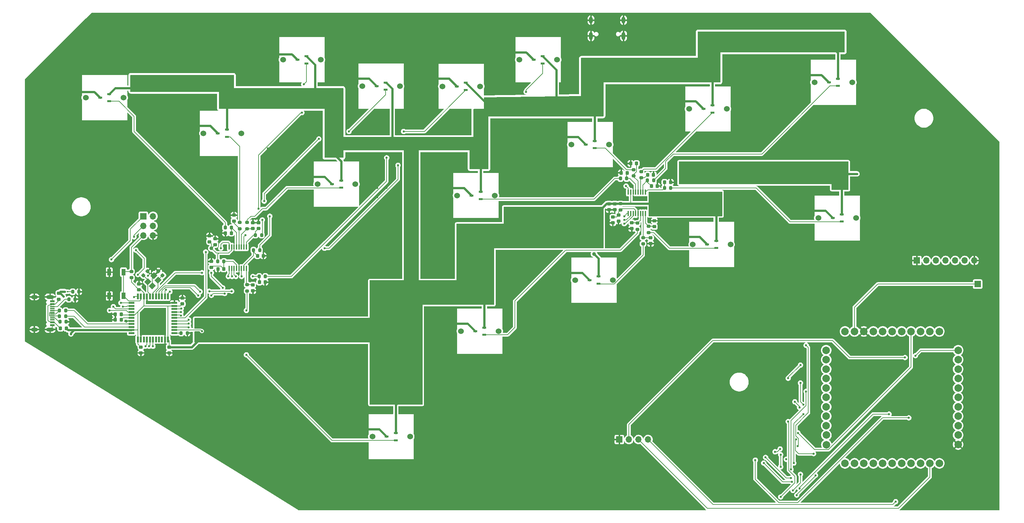
<source format=gbr>
%TF.GenerationSoftware,KiCad,Pcbnew,8.0.8*%
%TF.CreationDate,2025-04-29T22:55:39-07:00*%
%TF.ProjectId,MainBoard_BrooksGen5XMini,4d61696e-426f-4617-9264-5f42726f6f6b,rev?*%
%TF.SameCoordinates,Original*%
%TF.FileFunction,Copper,L2,Bot*%
%TF.FilePolarity,Positive*%
%FSLAX46Y46*%
G04 Gerber Fmt 4.6, Leading zero omitted, Abs format (unit mm)*
G04 Created by KiCad (PCBNEW 8.0.8) date 2025-04-29 22:55:39*
%MOMM*%
%LPD*%
G01*
G04 APERTURE LIST*
G04 Aperture macros list*
%AMRoundRect*
0 Rectangle with rounded corners*
0 $1 Rounding radius*
0 $2 $3 $4 $5 $6 $7 $8 $9 X,Y pos of 4 corners*
0 Add a 4 corners polygon primitive as box body*
4,1,4,$2,$3,$4,$5,$6,$7,$8,$9,$2,$3,0*
0 Add four circle primitives for the rounded corners*
1,1,$1+$1,$2,$3*
1,1,$1+$1,$4,$5*
1,1,$1+$1,$6,$7*
1,1,$1+$1,$8,$9*
0 Add four rect primitives between the rounded corners*
20,1,$1+$1,$2,$3,$4,$5,0*
20,1,$1+$1,$4,$5,$6,$7,0*
20,1,$1+$1,$6,$7,$8,$9,0*
20,1,$1+$1,$8,$9,$2,$3,0*%
%AMRotRect*
0 Rectangle, with rotation*
0 The origin of the aperture is its center*
0 $1 length*
0 $2 width*
0 $3 Rotation angle, in degrees counterclockwise*
0 Add horizontal line*
21,1,$1,$2,0,0,$3*%
G04 Aperture macros list end*
%TA.AperFunction,ComponentPad*%
%ADD10C,2.000000*%
%TD*%
%TA.AperFunction,ComponentPad*%
%ADD11R,1.700000X1.700000*%
%TD*%
%TA.AperFunction,ComponentPad*%
%ADD12O,1.700000X1.700000*%
%TD*%
%TA.AperFunction,WasherPad*%
%ADD13C,1.530000*%
%TD*%
%TA.AperFunction,ComponentPad*%
%ADD14O,1.000000X2.100000*%
%TD*%
%TA.AperFunction,ComponentPad*%
%ADD15O,1.000000X1.800000*%
%TD*%
%TA.AperFunction,SMDPad,CuDef*%
%ADD16RoundRect,0.225000X0.225000X0.250000X-0.225000X0.250000X-0.225000X-0.250000X0.225000X-0.250000X0*%
%TD*%
%TA.AperFunction,SMDPad,CuDef*%
%ADD17R,1.500000X0.550000*%
%TD*%
%TA.AperFunction,SMDPad,CuDef*%
%ADD18R,0.550000X1.500000*%
%TD*%
%TA.AperFunction,SMDPad,CuDef*%
%ADD19RoundRect,0.200000X-0.275000X0.200000X-0.275000X-0.200000X0.275000X-0.200000X0.275000X0.200000X0*%
%TD*%
%TA.AperFunction,SMDPad,CuDef*%
%ADD20RoundRect,0.225000X0.250000X-0.225000X0.250000X0.225000X-0.250000X0.225000X-0.250000X-0.225000X0*%
%TD*%
%TA.AperFunction,SMDPad,CuDef*%
%ADD21R,1.000000X0.599999*%
%TD*%
%TA.AperFunction,SMDPad,CuDef*%
%ADD22RoundRect,0.225000X-0.250000X0.225000X-0.250000X-0.225000X0.250000X-0.225000X0.250000X0.225000X0*%
%TD*%
%TA.AperFunction,SMDPad,CuDef*%
%ADD23RoundRect,0.200000X-0.200000X-0.275000X0.200000X-0.275000X0.200000X0.275000X-0.200000X0.275000X0*%
%TD*%
%TA.AperFunction,SMDPad,CuDef*%
%ADD24RoundRect,0.225000X-0.225000X-0.250000X0.225000X-0.250000X0.225000X0.250000X-0.225000X0.250000X0*%
%TD*%
%TA.AperFunction,SMDPad,CuDef*%
%ADD25RoundRect,0.200000X0.200000X0.275000X-0.200000X0.275000X-0.200000X-0.275000X0.200000X-0.275000X0*%
%TD*%
%TA.AperFunction,SMDPad,CuDef*%
%ADD26RoundRect,0.225000X-0.017678X0.335876X-0.335876X0.017678X0.017678X-0.335876X0.335876X-0.017678X0*%
%TD*%
%TA.AperFunction,SMDPad,CuDef*%
%ADD27RoundRect,0.200000X0.275000X-0.200000X0.275000X0.200000X-0.275000X0.200000X-0.275000X-0.200000X0*%
%TD*%
%TA.AperFunction,SMDPad,CuDef*%
%ADD28RoundRect,0.100000X0.130000X0.100000X-0.130000X0.100000X-0.130000X-0.100000X0.130000X-0.100000X0*%
%TD*%
%TA.AperFunction,SMDPad,CuDef*%
%ADD29R,0.355600X1.422400*%
%TD*%
%TA.AperFunction,SMDPad,CuDef*%
%ADD30R,1.000000X1.700000*%
%TD*%
%TA.AperFunction,SMDPad,CuDef*%
%ADD31RoundRect,0.218750X-0.256250X0.218750X-0.256250X-0.218750X0.256250X-0.218750X0.256250X0.218750X0*%
%TD*%
%TA.AperFunction,ComponentPad*%
%ADD32O,1.800000X1.000000*%
%TD*%
%TA.AperFunction,ComponentPad*%
%ADD33O,2.100000X1.000000*%
%TD*%
%TA.AperFunction,SMDPad,CuDef*%
%ADD34R,1.150000X0.300000*%
%TD*%
%TA.AperFunction,SMDPad,CuDef*%
%ADD35R,1.150000X0.600000*%
%TD*%
%TA.AperFunction,SMDPad,CuDef*%
%ADD36RoundRect,0.225000X-0.335876X-0.017678X-0.017678X-0.335876X0.335876X0.017678X0.017678X0.335876X0*%
%TD*%
%TA.AperFunction,SMDPad,CuDef*%
%ADD37RotRect,1.400000X1.200000X45.000000*%
%TD*%
%TA.AperFunction,SMDPad,CuDef*%
%ADD38RoundRect,0.218750X0.218750X0.256250X-0.218750X0.256250X-0.218750X-0.256250X0.218750X-0.256250X0*%
%TD*%
%TA.AperFunction,ViaPad*%
%ADD39C,0.600000*%
%TD*%
%TA.AperFunction,ViaPad*%
%ADD40C,1.000000*%
%TD*%
%TA.AperFunction,Conductor*%
%ADD41C,0.200000*%
%TD*%
%TA.AperFunction,Conductor*%
%ADD42C,0.600000*%
%TD*%
G04 APERTURE END LIST*
D10*
%TO.P,U37,1,RS_R*%
%TO.N,unconnected-(U37-RS_R-Pad1)*%
X238075000Y-137075000D03*
%TO.P,U37,2,RS_D*%
%TO.N,unconnected-(U37-RS_D-Pad2)*%
X240575000Y-137075000D03*
%TO.P,U37,3,RS_L*%
%TO.N,unconnected-(U37-RS_L-Pad3)*%
X243075000Y-137075000D03*
%TO.P,U37,4,RS_U*%
%TO.N,unconnected-(U37-RS_U-Pad4)*%
X245575000Y-137075000D03*
%TO.P,U37,5,L3*%
%TO.N,unconnected-(U37-L3-Pad5)*%
X248075000Y-137075000D03*
%TO.P,U37,6,R3*%
%TO.N,unconnected-(U37-R3-Pad6)*%
X250575000Y-137075000D03*
%TO.P,U37,7,J1-7*%
%TO.N,unconnected-(U37-J1-7-Pad7)*%
X253075000Y-137075000D03*
%TO.P,U37,8,J1-8*%
%TO.N,unconnected-(U37-J1-8-Pad8)*%
X255575000Y-137075000D03*
%TO.P,U37,9,RGB_LED*%
%TO.N,unconnected-(U37-RGB_LED-Pad9)*%
X258075000Y-137075000D03*
%TO.P,U37,10,OLED_SCL*%
%TO.N,/OLED_SCL*%
X260575000Y-137075000D03*
%TO.P,U37,11,OLED_SDA*%
%TO.N,/OLED_SDA*%
X263075000Y-137075000D03*
%TO.P,U37,12,GND*%
%TO.N,GND*%
X268075000Y-132075000D03*
%TO.P,U37,13,3DVR*%
%TO.N,unconnected-(U37-3DVR-Pad13)*%
X268075000Y-129575000D03*
%TO.P,U37,14,TP_Key*%
%TO.N,/TURBO*%
X268075000Y-127075000D03*
%TO.P,U37,15,PS_Key*%
%TO.N,/HOME*%
X268075000Y-124575000D03*
%TO.P,U37,16,Option*%
%TO.N,/START*%
X268075000Y-122075000D03*
%TO.P,U37,17,Share*%
%TO.N,/SELECT*%
X268075000Y-119575000D03*
%TO.P,U37,18,BT_RX*%
%TO.N,Net-(J5-Pin_2)*%
X268075000Y-117075000D03*
%TO.P,U37,19,BT_TX*%
%TO.N,Net-(J5-Pin_3)*%
X268075000Y-114575000D03*
%TO.P,U37,20,BT_EN*%
%TO.N,Net-(J5-Pin_4)*%
X268075000Y-112075000D03*
%TO.P,U37,21,BT_CTS*%
%TO.N,Net-(J5-Pin_5)*%
X268075000Y-109575000D03*
%TO.P,U37,22,3.3V*%
%TO.N,/VCC_3.3V*%
X268075000Y-107075000D03*
%TO.P,U37,23,Reset*%
%TO.N,unconnected-(U37-Reset-Pad23)*%
X263075000Y-102075000D03*
%TO.P,U37,24,R2*%
%TO.N,/HK*%
X260575000Y-102075000D03*
%TO.P,U37,25,L2*%
%TO.N,/SHK*%
X258075000Y-102075000D03*
%TO.P,U37,26,R1*%
%TO.N,/HP*%
X255575000Y-102075000D03*
%TO.P,U37,27,L1*%
%TO.N,/SHP*%
X253075000Y-102075000D03*
%TO.P,U37,28,VBUS*%
%TO.N,VCC*%
X250575000Y-102075000D03*
%TO.P,U37,29,D-*%
%TO.N,/D-_Brooks*%
X248075000Y-102075000D03*
%TO.P,U37,30,D+*%
%TO.N,/D+_Brooks*%
X245575000Y-102075000D03*
%TO.P,U37,31,GND*%
%TO.N,GND*%
X243075000Y-102075000D03*
%TO.P,U37,32,FN_Key*%
%TO.N,Net-(J6-Pin_1)*%
X240575000Y-102075000D03*
%TO.P,U37,33,Triangle*%
%TO.N,/MP*%
X238075000Y-102075000D03*
%TO.P,U37,34,Square*%
%TO.N,/LP*%
X233075000Y-107075000D03*
%TO.P,U37,35,Circle*%
%TO.N,/MK*%
X233075000Y-109575000D03*
%TO.P,U37,36,Cross*%
%TO.N,/LK*%
X233075000Y-112075000D03*
%TO.P,U37,37,DP_R*%
%TO.N,/R*%
X233075000Y-114575000D03*
%TO.P,U37,38,DP_D*%
%TO.N,/D*%
X233075000Y-117075000D03*
%TO.P,U37,39,DP_L*%
%TO.N,/L*%
X233075000Y-119575000D03*
%TO.P,U37,40,DP_U*%
%TO.N,/U*%
X233075000Y-122075000D03*
%TO.P,U37,41,LS_R*%
%TO.N,unconnected-(U37-LS_R-Pad41)*%
X233075000Y-124575000D03*
%TO.P,U37,42,LS_D*%
%TO.N,unconnected-(U37-LS_D-Pad42)*%
X233075000Y-127075000D03*
%TO.P,U37,43,LS_L*%
%TO.N,unconnected-(U37-LS_L-Pad43)*%
X233125000Y-129575000D03*
%TO.P,U37,44,LS_U*%
%TO.N,unconnected-(U37-LS_U-Pad44)*%
X233125000Y-132125000D03*
%TD*%
D11*
%TO.P,J6,1,Pin_1*%
%TO.N,Net-(J6-Pin_1)*%
X273250000Y-89500000D03*
%TD*%
D12*
%TO.P,J5,7,Pin_7*%
%TO.N,GND*%
X272365000Y-83250000D03*
%TO.P,J5,6,Pin_6*%
%TO.N,/VCC_3.3V*%
X269825000Y-83250000D03*
%TO.P,J5,5,Pin_5*%
%TO.N,Net-(J5-Pin_5)*%
X267285000Y-83250000D03*
%TO.P,J5,4,Pin_4*%
%TO.N,Net-(J5-Pin_4)*%
X264745000Y-83250000D03*
%TO.P,J5,3,Pin_3*%
%TO.N,Net-(J5-Pin_3)*%
X262205000Y-83250000D03*
%TO.P,J5,2,Pin_2*%
%TO.N,Net-(J5-Pin_2)*%
X259665000Y-83250000D03*
D11*
%TO.P,J5,1,Pin_1*%
%TO.N,GND*%
X257125000Y-83250000D03*
%TD*%
%TO.P,J4,1,Pin_1*%
%TO.N,GND*%
X178200000Y-130750000D03*
D12*
%TO.P,J4,2,Pin_2*%
%TO.N,/VCC_3.3V*%
X180740000Y-130750000D03*
%TO.P,J4,3,Pin_3*%
%TO.N,/OLED_SCL*%
X183280000Y-130750000D03*
%TO.P,J4,4,Pin_4*%
%TO.N,/OLED_SDA*%
X185820000Y-130750000D03*
%TD*%
D13*
%TO.P,U22,*%
%TO.N,*%
X136200000Y-102000000D03*
X146200000Y-102000000D03*
%TD*%
D11*
%TO.P,J2,1,Pin_1*%
%TO.N,MISO*%
X51960000Y-71500000D03*
D12*
%TO.P,J2,2,Pin_2*%
%TO.N,VCC*%
X54500000Y-71500000D03*
%TO.P,J2,3,Pin_3*%
%TO.N,SCLK*%
X51960000Y-74040000D03*
%TO.P,J2,4,Pin_4*%
%TO.N,MOSI*%
X54500000Y-74040000D03*
%TO.P,J2,5,Pin_5*%
%TO.N,/RST*%
X51960000Y-76580000D03*
%TO.P,J2,6,Pin_6*%
%TO.N,GND*%
X54500000Y-76580000D03*
%TD*%
D13*
%TO.P,U31,*%
%TO.N,*%
X196700000Y-43050002D03*
X206700000Y-43050002D03*
%TD*%
%TO.P,U32,*%
%TO.N,*%
X112700000Y-130000000D03*
X122700000Y-130000000D03*
%TD*%
%TO.P,U25,*%
%TO.N,*%
X110000000Y-37000000D03*
X120000000Y-37000000D03*
%TD*%
%TO.P,U2,*%
%TO.N,*%
X36700000Y-40050002D03*
X46700000Y-40050002D03*
%TD*%
%TO.P,U33,*%
%TO.N,*%
X151700000Y-30000000D03*
X161700000Y-30000000D03*
%TD*%
%TO.P,U30,*%
%TO.N,*%
X197700000Y-79000000D03*
X207700000Y-79000000D03*
%TD*%
D14*
%TO.P,J3,SH1,SHELL_GND*%
%TO.N,GND*%
X179320000Y-23680000D03*
%TO.P,J3,SH2,SHELL_GND__1*%
X170680000Y-23680000D03*
D15*
%TO.P,J3,SH3,SHELL_GND__2*%
X179320000Y-19500000D03*
%TO.P,J3,SH4,SHELL_GND__3*%
X170680000Y-19500000D03*
%TD*%
D13*
%TO.P,U23,*%
%TO.N,*%
X135200000Y-66000000D03*
X145200000Y-66000000D03*
%TD*%
%TO.P,U24,*%
%TO.N,*%
X67900000Y-49500003D03*
X77900000Y-49500003D03*
%TD*%
%TO.P,U35,*%
%TO.N,*%
X230000000Y-36000003D03*
X240000000Y-36000003D03*
%TD*%
%TO.P,U26,*%
%TO.N,*%
X166500000Y-88450001D03*
X176500000Y-88450001D03*
%TD*%
%TO.P,U28,*%
%TO.N,*%
X98200000Y-63000000D03*
X108200000Y-63000000D03*
%TD*%
%TO.P,U27,*%
%TO.N,*%
X165500000Y-52500003D03*
X175500000Y-52500003D03*
%TD*%
%TO.P,U29,*%
%TO.N,*%
X131300000Y-37050002D03*
X141300000Y-37050002D03*
%TD*%
%TO.P,U21,*%
%TO.N,*%
X89000000Y-30000000D03*
X99000000Y-30000000D03*
%TD*%
%TO.P,U34,*%
%TO.N,*%
X231000000Y-72000000D03*
X241000000Y-72000000D03*
%TD*%
D16*
%TO.P,C30,1*%
%TO.N,GND*%
X84275000Y-89000000D03*
%TO.P,C30,2*%
%TO.N,Net-(U3-IN7)*%
X82725000Y-89000000D03*
%TD*%
D17*
%TO.P,U20,1,PE6*%
%TO.N,unconnected-(U20-PE6-Pad1)*%
X48800000Y-102500000D03*
%TO.P,U20,2,UVCC*%
%TO.N,VCC*%
X48800000Y-101700000D03*
%TO.P,U20,3,D-*%
%TO.N,Net-(U20-D-)*%
X48800000Y-100900000D03*
%TO.P,U20,4,D+*%
%TO.N,Net-(U20-D+)*%
X48800000Y-100100000D03*
%TO.P,U20,5,UGND*%
%TO.N,GND*%
X48800000Y-99300000D03*
%TO.P,U20,6,UCAP*%
%TO.N,Net-(U20-UCAP)*%
X48800000Y-98500000D03*
%TO.P,U20,7,VBUS*%
%TO.N,VCC*%
X48800000Y-97700000D03*
%TO.P,U20,8,PB0*%
%TO.N,NOT_CS1*%
X48800000Y-96900000D03*
%TO.P,U20,9,PB1*%
%TO.N,SCLK*%
X48800000Y-96100000D03*
%TO.P,U20,10,PB2*%
%TO.N,MOSI*%
X48800000Y-95300000D03*
%TO.P,U20,11,PB3*%
%TO.N,MISO*%
X48800000Y-94500000D03*
D18*
%TO.P,U20,12,PB7*%
%TO.N,/L*%
X50500000Y-92800000D03*
%TO.P,U20,13,~{RESET}*%
%TO.N,/RST*%
X51300000Y-92800000D03*
%TO.P,U20,14,VCC*%
%TO.N,VCC*%
X52100000Y-92800000D03*
%TO.P,U20,15,GND*%
%TO.N,GND*%
X52900000Y-92800000D03*
%TO.P,U20,16,XTAL2*%
%TO.N,Net-(U20-XTAL2)*%
X53700000Y-92800000D03*
%TO.P,U20,17,XTAL1*%
%TO.N,Net-(U20-XTAL1)*%
X54500000Y-92800000D03*
%TO.P,U20,18,PD0*%
%TO.N,/SELECT*%
X55300000Y-92800000D03*
%TO.P,U20,19,PD1*%
%TO.N,/HOME*%
X56100000Y-92800000D03*
%TO.P,U20,20,PD2*%
%TO.N,/TURBO*%
X56900000Y-92800000D03*
%TO.P,U20,21,PD3*%
%TO.N,/LP*%
X57700000Y-92800000D03*
%TO.P,U20,22,PD5*%
%TO.N,/HP*%
X58500000Y-92800000D03*
D17*
%TO.P,U20,23,GND*%
%TO.N,GND*%
X60200000Y-94500000D03*
%TO.P,U20,24,AVCC*%
%TO.N,VCC*%
X60200000Y-95300000D03*
%TO.P,U20,25,PD4*%
%TO.N,/MP*%
X60200000Y-96100000D03*
%TO.P,U20,26,PD6*%
%TO.N,/SHP*%
X60200000Y-96900000D03*
%TO.P,U20,27,PD7*%
%TO.N,/LK*%
X60200000Y-97700000D03*
%TO.P,U20,28,PB4*%
%TO.N,NOT_CS2*%
X60200000Y-98500000D03*
%TO.P,U20,29,PB5*%
%TO.N,/U*%
X60200000Y-99300000D03*
%TO.P,U20,30,PB6*%
%TO.N,/D*%
X60200000Y-100100000D03*
%TO.P,U20,31,PC6*%
%TO.N,/R*%
X60200000Y-100900000D03*
%TO.P,U20,32,PC7*%
%TO.N,/START*%
X60200000Y-101700000D03*
%TO.P,U20,33,~{HWB}/PE2*%
%TO.N,Net-(U20-~{HWB}{slash}PE2)*%
X60200000Y-102500000D03*
D18*
%TO.P,U20,34,VCC*%
%TO.N,VCC*%
X58500000Y-104200000D03*
%TO.P,U20,35,GND*%
%TO.N,GND*%
X57700000Y-104200000D03*
%TO.P,U20,36,PF7*%
%TO.N,unconnected-(U20-PF7-Pad36)*%
X56900000Y-104200000D03*
%TO.P,U20,37,PF6*%
%TO.N,unconnected-(U20-PF6-Pad37)*%
X56100000Y-104200000D03*
%TO.P,U20,38,PF5*%
%TO.N,unconnected-(U20-PF5-Pad38)*%
X55300000Y-104200000D03*
%TO.P,U20,39,PF4*%
%TO.N,/SHK*%
X54500000Y-104200000D03*
%TO.P,U20,40,PF1*%
%TO.N,/HK*%
X53700000Y-104200000D03*
%TO.P,U20,41,PF0*%
%TO.N,/MK*%
X52900000Y-104200000D03*
%TO.P,U20,42,AREF*%
%TO.N,unconnected-(U20-AREF-Pad42)*%
X52100000Y-104200000D03*
%TO.P,U20,43,GND*%
%TO.N,GND*%
X51300000Y-104200000D03*
%TO.P,U20,44,AVCC*%
%TO.N,VCC*%
X50500000Y-104200000D03*
%TD*%
D19*
%TO.P,R12,1*%
%TO.N,HPA*%
X184000000Y-59675000D03*
%TO.P,R12,2*%
%TO.N,Net-(U1-IN2)*%
X184000000Y-61325000D03*
%TD*%
D20*
%TO.P,C24,1*%
%TO.N,GND*%
X181500000Y-74775000D03*
%TO.P,C24,2*%
%TO.N,Net-(U1-IN7)*%
X181500000Y-73225000D03*
%TD*%
D21*
%TO.P,U15,1,VCC*%
%TO.N,VCC*%
X157900000Y-29049999D03*
%TO.P,U15,2,OUT*%
%TO.N,SELECTA*%
X157900000Y-30949998D03*
%TO.P,U15,3,GND*%
%TO.N,GND*%
X155500000Y-30000000D03*
%TD*%
D22*
%TO.P,C41,1*%
%TO.N,GND*%
X82500000Y-73225000D03*
%TO.P,C41,2*%
%TO.N,Net-(U3-IN4)*%
X82500000Y-74775000D03*
%TD*%
D21*
%TO.P,U4,1,VCC*%
%TO.N,VCC*%
X171700000Y-51549999D03*
%TO.P,U4,2,OUT*%
%TO.N,MPA*%
X171700000Y-53449998D03*
%TO.P,U4,3,GND*%
%TO.N,GND*%
X169300000Y-52500000D03*
%TD*%
%TO.P,U18,1,VCC*%
%TO.N,VCC*%
X137500000Y-36099999D03*
%TO.P,U18,2,OUT*%
%TO.N,TURBOA*%
X137500000Y-37999998D03*
%TO.P,U18,3,GND*%
%TO.N,GND*%
X135100000Y-37050000D03*
%TD*%
D20*
%TO.P,C7,1*%
%TO.N,VCC*%
X50800000Y-91000000D03*
%TO.P,C7,2*%
%TO.N,GND*%
X50800000Y-89450000D03*
%TD*%
D21*
%TO.P,U12,1,VCC*%
%TO.N,VCC*%
X142400000Y-101049999D03*
%TO.P,U12,2,OUT*%
%TO.N,LKA*%
X142400000Y-102949998D03*
%TO.P,U12,3,GND*%
%TO.N,GND*%
X140000000Y-102000000D03*
%TD*%
D19*
%TO.P,R31,1*%
%TO.N,RA*%
X79500000Y-73175000D03*
%TO.P,R31,2*%
%TO.N,Net-(U3-IN2)*%
X79500000Y-74825000D03*
%TD*%
D23*
%TO.P,R8,1*%
%TO.N,LPA*%
X178500000Y-61500000D03*
%TO.P,R8,2*%
%TO.N,Net-(U1-IN0)*%
X180150000Y-61500000D03*
%TD*%
D16*
%TO.P,C17,1*%
%TO.N,GND*%
X188275000Y-63500000D03*
%TO.P,C17,2*%
%TO.N,Net-(U1-IN3)*%
X186725000Y-63500000D03*
%TD*%
D24*
%TO.P,C14,1*%
%TO.N,GND*%
X178725000Y-60000000D03*
%TO.P,C14,2*%
%TO.N,Net-(U1-IN0)*%
X180275000Y-60000000D03*
%TD*%
D21*
%TO.P,U6,1,VCC*%
%TO.N,VCC*%
X236200000Y-35049999D03*
%TO.P,U6,2,OUT*%
%TO.N,SHPA*%
X236200000Y-36949998D03*
%TO.P,U6,3,GND*%
%TO.N,GND*%
X233800000Y-36000000D03*
%TD*%
D25*
%TO.P,R25,1*%
%TO.N,HOMEA*%
X82825000Y-80500000D03*
%TO.P,R25,2*%
%TO.N,Net-(U3-IN6)*%
X81175000Y-80500000D03*
%TD*%
D26*
%TO.P,C10,1*%
%TO.N,GND*%
X53060140Y-86108489D03*
%TO.P,C10,2*%
%TO.N,Net-(U20-XTAL2)*%
X51964124Y-87204505D03*
%TD*%
D27*
%TO.P,R18,1*%
%TO.N,LKA*%
X183000000Y-75000000D03*
%TO.P,R18,2*%
%TO.N,Net-(U1-IN7)*%
X183000000Y-73350000D03*
%TD*%
D28*
%TO.P,,1,K*%
%TO.N,Net-(D2-K)*%
X31860000Y-91540000D03*
%TD*%
D29*
%TO.P,U3,1,~CS*%
%TO.N,NOT_CS2*%
X74725001Y-79655200D03*
%TO.P,U3,2,VA*%
%TO.N,VCC*%
X75374999Y-79655200D03*
%TO.P,U3,3,AGND*%
%TO.N,GND*%
X76025001Y-79655200D03*
%TO.P,U3,4,IN0*%
%TO.N,Net-(U3-IN0)*%
X76674999Y-79655200D03*
%TO.P,U3,5,IN1*%
%TO.N,Net-(U3-IN1)*%
X77324998Y-79655200D03*
%TO.P,U3,6,IN2*%
%TO.N,Net-(U3-IN2)*%
X77974999Y-79655200D03*
%TO.P,U3,7,IN3*%
%TO.N,Net-(U3-IN3)*%
X78624998Y-79655200D03*
%TO.P,U3,8,IN4*%
%TO.N,Net-(U3-IN4)*%
X79274999Y-79655200D03*
%TO.P,U3,9,IN5*%
%TO.N,Net-(U3-IN5)*%
X79274999Y-85344800D03*
%TO.P,U3,10,IN6*%
%TO.N,Net-(U3-IN6)*%
X78625001Y-85344800D03*
%TO.P,U3,11,IN7*%
%TO.N,Net-(U3-IN7)*%
X77974999Y-85344800D03*
%TO.P,U3,12,DGND*%
%TO.N,GND*%
X77325001Y-85344800D03*
%TO.P,U3,13,VD*%
%TO.N,Net-(U3-VD)*%
X76675002Y-85344800D03*
%TO.P,U3,14,DIN*%
%TO.N,MOSI*%
X76025001Y-85344800D03*
%TO.P,U3,15,DOUT*%
%TO.N,MISO*%
X75375002Y-85344800D03*
%TO.P,U3,16,SCLK*%
%TO.N,SCLK*%
X74725001Y-85344800D03*
%TD*%
D23*
%TO.P,R29,1*%
%TO.N,LA*%
X73675000Y-74500000D03*
%TO.P,R29,2*%
%TO.N,Net-(U3-IN0)*%
X75325000Y-74500000D03*
%TD*%
D25*
%TO.P,R14,1*%
%TO.N,SHKA*%
X191825000Y-64000000D03*
%TO.P,R14,2*%
%TO.N,Net-(U1-IN4)*%
X190175000Y-64000000D03*
%TD*%
%TO.P,R3,1*%
%TO.N,Net-(U20-D-)*%
X31365000Y-98040000D03*
%TO.P,R3,2*%
%TO.N,/D-*%
X29715000Y-98040000D03*
%TD*%
D27*
%TO.P,R20,1*%
%TO.N,HKA*%
X186000000Y-75825000D03*
%TO.P,R20,2*%
%TO.N,Net-(U1-IN5)*%
X186000000Y-74175000D03*
%TD*%
D25*
%TO.P,R9,1*%
%TO.N,GND*%
X31500000Y-99500000D03*
%TO.P,R9,2*%
%TO.N,Net-(J1-CC1)*%
X29850000Y-99500000D03*
%TD*%
D30*
%TO.P,SW_RESET1,1,1*%
%TO.N,GND*%
X42900000Y-86350000D03*
X42900000Y-92650000D03*
%TO.P,SW_RESET1,2,2*%
%TO.N,/RST*%
X46700000Y-86350000D03*
X46700000Y-92650000D03*
%TD*%
D27*
%TO.P,R19,1*%
%TO.N,MKA*%
X184500000Y-78825000D03*
%TO.P,R19,2*%
%TO.N,Net-(U1-IN6)*%
X184500000Y-77175000D03*
%TD*%
D31*
%TO.P,D6,1,K*%
%TO.N,VCC*%
X29500000Y-91962500D03*
%TO.P,D6,2,A*%
%TO.N,Net-(D5-A)*%
X29500000Y-93537500D03*
%TD*%
D32*
%TO.P,J1,SH4,SHELL_GND__3*%
%TO.N,GND*%
X23040000Y-92920000D03*
%TO.P,J1,SH3,SHELL_GND__2*%
X23040000Y-101560000D03*
D33*
%TO.P,J1,SH2,SHELL_GND__1*%
X27220000Y-92920000D03*
%TO.P,J1,SH1,SHELL_GND*%
X27220000Y-101560000D03*
D34*
%TO.P,J1,B8,SBU2*%
%TO.N,unconnected-(J1-SBU2-PadB8)*%
X27795000Y-98990000D03*
%TO.P,J1,B7,DN2*%
%TO.N,/D-*%
X27795000Y-97990000D03*
%TO.P,J1,B6,DP2*%
%TO.N,/D+*%
X27795000Y-96490000D03*
%TO.P,J1,B5,CC2*%
%TO.N,Net-(J1-CC2)*%
X27795000Y-95490000D03*
D35*
%TO.P,J1,B4_A9,VBUS__1*%
%TO.N,Net-(D5-A)*%
X27795000Y-94840000D03*
%TO.P,J1,B1_A12,GND__1*%
%TO.N,GND*%
X27795000Y-94040000D03*
D34*
%TO.P,J1,A8,SBU1*%
%TO.N,unconnected-(J1-SBU1-PadA8)*%
X27795000Y-95990000D03*
%TO.P,J1,A7,DN1*%
%TO.N,/D-*%
X27795000Y-96990000D03*
%TO.P,J1,A6,DP1*%
%TO.N,/D+*%
X27795000Y-97490000D03*
%TO.P,J1,A5,CC1*%
%TO.N,Net-(J1-CC1)*%
X27795000Y-98490000D03*
D35*
%TO.P,J1,A4_B9,VBUS*%
%TO.N,Net-(D5-A)*%
X27795000Y-99640000D03*
%TO.P,J1,A1_B12,GND*%
%TO.N,GND*%
X27795000Y-100440000D03*
%TD*%
D22*
%TO.P,C3,1*%
%TO.N,VCC*%
X51300000Y-106225000D03*
%TO.P,C3,2*%
%TO.N,GND*%
X51300000Y-107775000D03*
%TD*%
D20*
%TO.P,C9,1*%
%TO.N,GND*%
X177000000Y-69775000D03*
%TO.P,C9,2*%
%TO.N,VCC*%
X177000000Y-68225000D03*
%TD*%
D36*
%TO.P,C8,1*%
%TO.N,GND*%
X55964124Y-86108489D03*
%TO.P,C8,2*%
%TO.N,Net-(U20-XTAL1)*%
X57060140Y-87204505D03*
%TD*%
D19*
%TO.P,R11,1*%
%TO.N,MPA*%
X182000000Y-59175000D03*
%TO.P,R11,2*%
%TO.N,Net-(U1-IN1)*%
X182000000Y-60825000D03*
%TD*%
D24*
%TO.P,C11,1*%
%TO.N,GND*%
X44525000Y-99000000D03*
%TO.P,C11,2*%
%TO.N,Net-(U20-UCAP)*%
X46075000Y-99000000D03*
%TD*%
D20*
%TO.P,C25,1*%
%TO.N,GND*%
X186500000Y-78775000D03*
%TO.P,C25,2*%
%TO.N,Net-(U1-IN6)*%
X186500000Y-77225000D03*
%TD*%
D22*
%TO.P,C39,1*%
%TO.N,GND*%
X81000000Y-73225000D03*
%TO.P,C39,2*%
%TO.N,Net-(U3-IN2)*%
X81000000Y-74775000D03*
%TD*%
%TO.P,C4,1*%
%TO.N,VCC*%
X58800000Y-106225000D03*
%TO.P,C4,2*%
%TO.N,GND*%
X58800000Y-107775000D03*
%TD*%
%TO.P,C34,1*%
%TO.N,GND*%
X69500000Y-76725000D03*
%TO.P,C34,2*%
%TO.N,VCC*%
X69500000Y-78275000D03*
%TD*%
D16*
%TO.P,C16,1*%
%TO.N,GND*%
X187275000Y-60500000D03*
%TO.P,C16,2*%
%TO.N,Net-(U1-IN2)*%
X185725000Y-60500000D03*
%TD*%
D21*
%TO.P,U11,1,VCC*%
%TO.N,VCC*%
X141400000Y-65049999D03*
%TO.P,U11,2,OUT*%
%TO.N,LPA*%
X141400000Y-66949998D03*
%TO.P,U11,3,GND*%
%TO.N,GND*%
X139000000Y-66000000D03*
%TD*%
%TO.P,U10,1,VCC*%
%TO.N,VCC*%
X104400000Y-62049999D03*
%TO.P,U10,2,OUT*%
%TO.N,RA*%
X104400000Y-63949998D03*
%TO.P,U10,3,GND*%
%TO.N,GND*%
X102000000Y-63000000D03*
%TD*%
D22*
%TO.P,C2,1*%
%TO.N,GND*%
X70000000Y-83500000D03*
%TO.P,C2,2*%
%TO.N,Net-(U3-VD)*%
X70000000Y-85050000D03*
%TD*%
D23*
%TO.P,R7,1*%
%TO.N,Net-(U20-~{HWB}{slash}PE2)*%
X61975000Y-102500000D03*
%TO.P,R7,2*%
%TO.N,GND*%
X63625000Y-102500000D03*
%TD*%
D21*
%TO.P,U14,1,VCC*%
%TO.N,VCC*%
X237200000Y-70999999D03*
%TO.P,U14,2,OUT*%
%TO.N,SHKA*%
X237200000Y-72899998D03*
%TO.P,U14,3,GND*%
%TO.N,GND*%
X234800000Y-71950000D03*
%TD*%
D37*
%TO.P,Y2,1,1*%
%TO.N,Net-(U20-XTAL2)*%
X53168629Y-88868629D03*
%TO.P,Y2,2,2*%
%TO.N,GND*%
X54724264Y-87312994D03*
%TO.P,Y2,3,3*%
%TO.N,Net-(U20-XTAL1)*%
X55855635Y-88444365D03*
%TO.P,Y2,4,4*%
%TO.N,GND*%
X54300000Y-90000000D03*
%TD*%
D27*
%TO.P,R26,1*%
%TO.N,UA*%
X79500000Y-91325000D03*
%TO.P,R26,2*%
%TO.N,Net-(U3-IN5)*%
X79500000Y-89675000D03*
%TD*%
D21*
%TO.P,U19,1,VCC*%
%TO.N,VCC*%
X203900000Y-78049999D03*
%TO.P,U19,2,OUT*%
%TO.N,HKA*%
X203900000Y-79949998D03*
%TO.P,U19,3,GND*%
%TO.N,GND*%
X201500000Y-79000000D03*
%TD*%
D38*
%TO.P,D5,1,K*%
%TO.N,VCC*%
X31537500Y-101250000D03*
%TO.P,D5,2,A*%
%TO.N,Net-(D5-A)*%
X29962500Y-101250000D03*
%TD*%
D20*
%TO.P,C32,1*%
%TO.N,GND*%
X81000000Y-91275000D03*
%TO.P,C32,2*%
%TO.N,Net-(U3-IN5)*%
X81000000Y-89725000D03*
%TD*%
D21*
%TO.P,U16,1,VCC*%
%TO.N,VCC*%
X95200000Y-29049999D03*
%TO.P,U16,2,OUT*%
%TO.N,STARTA*%
X95200000Y-30949998D03*
%TO.P,U16,3,GND*%
%TO.N,GND*%
X92800000Y-30000000D03*
%TD*%
D20*
%TO.P,C20,1*%
%TO.N,GND*%
X178000000Y-72775000D03*
%TO.P,C20,2*%
%TO.N,Net-(U1-VD)*%
X178000000Y-71225000D03*
%TD*%
D29*
%TO.P,U1,1,~CS*%
%TO.N,NOT_CS1*%
X180569801Y-65130199D03*
%TO.P,U1,2,VA*%
%TO.N,VCC*%
X181219799Y-65130199D03*
%TO.P,U1,3,AGND*%
%TO.N,GND*%
X181869801Y-65130199D03*
%TO.P,U1,4,IN0*%
%TO.N,Net-(U1-IN0)*%
X182519799Y-65130199D03*
%TO.P,U1,5,IN1*%
%TO.N,Net-(U1-IN1)*%
X183169798Y-65130199D03*
%TO.P,U1,6,IN2*%
%TO.N,Net-(U1-IN2)*%
X183819799Y-65130199D03*
%TO.P,U1,7,IN3*%
%TO.N,Net-(U1-IN3)*%
X184469798Y-65130199D03*
%TO.P,U1,8,IN4*%
%TO.N,Net-(U1-IN4)*%
X185119799Y-65130199D03*
%TO.P,U1,9,IN5*%
%TO.N,Net-(U1-IN5)*%
X185119799Y-70819799D03*
%TO.P,U1,10,IN6*%
%TO.N,Net-(U1-IN6)*%
X184469801Y-70819799D03*
%TO.P,U1,11,IN7*%
%TO.N,Net-(U1-IN7)*%
X183819799Y-70819799D03*
%TO.P,U1,12,DGND*%
%TO.N,GND*%
X183169801Y-70819799D03*
%TO.P,U1,13,VD*%
%TO.N,Net-(U1-VD)*%
X182519802Y-70819799D03*
%TO.P,U1,14,DIN*%
%TO.N,MOSI*%
X181869801Y-70819799D03*
%TO.P,U1,15,DOUT*%
%TO.N,MISO*%
X181219802Y-70819799D03*
%TO.P,U1,16,SCLK*%
%TO.N,SCLK*%
X180569801Y-70819799D03*
%TD*%
D25*
%TO.P,R13,1*%
%TO.N,SHPA*%
X187325000Y-62000000D03*
%TO.P,R13,2*%
%TO.N,Net-(U1-IN3)*%
X185675000Y-62000000D03*
%TD*%
D21*
%TO.P,U13,1,VCC*%
%TO.N,VCC*%
X172700000Y-87499999D03*
%TO.P,U13,2,OUT*%
%TO.N,MKA*%
X172700000Y-89399998D03*
%TO.P,U13,3,GND*%
%TO.N,GND*%
X170300000Y-88450000D03*
%TD*%
D28*
%TO.P,D2,1,K*%
%TO.N,Net-(D2-K)*%
X31860000Y-91540000D03*
%TO.P,D2,2,A*%
%TO.N,VCC*%
X31220000Y-91540000D03*
%TD*%
D24*
%TO.P,C15,1*%
%TO.N,GND*%
X181225000Y-57500000D03*
%TO.P,C15,2*%
%TO.N,Net-(U1-IN1)*%
X182775000Y-57500000D03*
%TD*%
D23*
%TO.P,R34,1*%
%TO.N,VCC*%
X71675000Y-83500000D03*
%TO.P,R34,2*%
%TO.N,Net-(U3-VD)*%
X73325000Y-83500000D03*
%TD*%
D21*
%TO.P,U7,1,VCC*%
%TO.N,VCC*%
X118900000Y-129049999D03*
%TO.P,U7,2,OUT*%
%TO.N,UA*%
X118900000Y-130949998D03*
%TO.P,U7,3,GND*%
%TO.N,GND*%
X116500000Y-130000000D03*
%TD*%
D16*
%TO.P,C31,1*%
%TO.N,GND*%
X83775000Y-82000000D03*
%TO.P,C31,2*%
%TO.N,Net-(U3-IN6)*%
X82225000Y-82000000D03*
%TD*%
D25*
%TO.P,R5,1*%
%TO.N,GND*%
X34865000Y-91540000D03*
%TO.P,R5,2*%
%TO.N,Net-(D2-K)*%
X33215000Y-91540000D03*
%TD*%
D21*
%TO.P,U17,1,VCC*%
%TO.N,VCC*%
X116200000Y-36049999D03*
%TO.P,U17,2,OUT*%
%TO.N,HOMEA*%
X116200000Y-37949998D03*
%TO.P,U17,3,GND*%
%TO.N,GND*%
X113800000Y-37000000D03*
%TD*%
D24*
%TO.P,C1,1*%
%TO.N,GND*%
X71725000Y-85500000D03*
%TO.P,C1,2*%
%TO.N,Net-(U3-VD)*%
X73275000Y-85500000D03*
%TD*%
D19*
%TO.P,R27,1*%
%TO.N,VCC*%
X178500000Y-68175000D03*
%TO.P,R27,2*%
%TO.N,Net-(U1-VD)*%
X178500000Y-69825000D03*
%TD*%
D16*
%TO.P,C18,1*%
%TO.N,GND*%
X191775000Y-62500000D03*
%TO.P,C18,2*%
%TO.N,Net-(U1-IN4)*%
X190225000Y-62500000D03*
%TD*%
D20*
%TO.P,C19,1*%
%TO.N,GND*%
X176500000Y-73275000D03*
%TO.P,C19,2*%
%TO.N,Net-(U1-VD)*%
X176500000Y-71725000D03*
%TD*%
D23*
%TO.P,R2,1*%
%TO.N,/D+*%
X29715000Y-96540000D03*
%TO.P,R2,2*%
%TO.N,Net-(U20-D+)*%
X31365000Y-96540000D03*
%TD*%
D21*
%TO.P,U9,1,VCC*%
%TO.N,VCC*%
X42900000Y-39099999D03*
%TO.P,U9,2,OUT*%
%TO.N,LA*%
X42900000Y-40999998D03*
%TO.P,U9,3,GND*%
%TO.N,GND*%
X40500000Y-40050000D03*
%TD*%
D20*
%TO.P,C6,1*%
%TO.N,VCC*%
X62300000Y-94775000D03*
%TO.P,C6,2*%
%TO.N,GND*%
X62300000Y-93225000D03*
%TD*%
D24*
%TO.P,C37,1*%
%TO.N,GND*%
X73725000Y-76000000D03*
%TO.P,C37,2*%
%TO.N,Net-(U3-IN0)*%
X75275000Y-76000000D03*
%TD*%
D21*
%TO.P,U8,1,VCC*%
%TO.N,VCC*%
X74100000Y-48549999D03*
%TO.P,U8,2,OUT*%
%TO.N,DA*%
X74100000Y-50449998D03*
%TO.P,U8,3,GND*%
%TO.N,GND*%
X71700000Y-49500000D03*
%TD*%
D22*
%TO.P,C38,1*%
%TO.N,GND*%
X76000000Y-71225000D03*
%TO.P,C38,2*%
%TO.N,Net-(U3-IN1)*%
X76000000Y-72775000D03*
%TD*%
D19*
%TO.P,R30,1*%
%TO.N,DA*%
X77500000Y-73175000D03*
%TO.P,R30,2*%
%TO.N,Net-(U3-IN1)*%
X77500000Y-74825000D03*
%TD*%
D23*
%TO.P,R10,1*%
%TO.N,Net-(J1-CC2)*%
X32215000Y-93540000D03*
%TO.P,R10,2*%
%TO.N,GND*%
X33865000Y-93540000D03*
%TD*%
D20*
%TO.P,C12,1*%
%TO.N,GND*%
X175500000Y-69775000D03*
%TO.P,C12,2*%
%TO.N,VCC*%
X175500000Y-68225000D03*
%TD*%
D27*
%TO.P,R6,1*%
%TO.N,VCC*%
X48800000Y-87825000D03*
%TO.P,R6,2*%
%TO.N,/RST*%
X48800000Y-86175000D03*
%TD*%
D25*
%TO.P,R24,1*%
%TO.N,TURBOA*%
X84325000Y-87500000D03*
%TO.P,R24,2*%
%TO.N,Net-(U3-IN7)*%
X82675000Y-87500000D03*
%TD*%
%TO.P,R33,1*%
%TO.N,STARTA*%
X83325000Y-76500000D03*
%TO.P,R33,2*%
%TO.N,Net-(U3-IN4)*%
X81675000Y-76500000D03*
%TD*%
D22*
%TO.P,C26,1*%
%TO.N,GND*%
X187500000Y-72725000D03*
%TO.P,C26,2*%
%TO.N,Net-(U1-IN5)*%
X187500000Y-74275000D03*
%TD*%
D21*
%TO.P,U5,1,VCC*%
%TO.N,VCC*%
X202900000Y-42099999D03*
%TO.P,U5,2,OUT*%
%TO.N,HPA*%
X202900000Y-43999998D03*
%TO.P,U5,3,GND*%
%TO.N,GND*%
X200500000Y-43050000D03*
%TD*%
D16*
%TO.P,C5,1*%
%TO.N,VCC*%
X46075000Y-97500000D03*
%TO.P,C5,2*%
%TO.N,GND*%
X44525000Y-97500000D03*
%TD*%
D37*
%TO.P,,1,1*%
%TO.N,Net-(U20-XTAL2)*%
X53168629Y-88868629D03*
%TD*%
D22*
%TO.P,C33,1*%
%TO.N,GND*%
X71000000Y-77500000D03*
%TO.P,C33,2*%
%TO.N,VCC*%
X71000000Y-79050000D03*
%TD*%
D39*
%TO.N,VCC*%
X241250000Y-60250000D03*
%TO.N,GND*%
X217250000Y-121250000D03*
X217500000Y-117000000D03*
X216500000Y-109500000D03*
X205750000Y-111000000D03*
X199500000Y-121250000D03*
X208500000Y-124250000D03*
X203250000Y-129250000D03*
X246750000Y-144750000D03*
X238000000Y-145750000D03*
X242000000Y-145750000D03*
X231750000Y-145000000D03*
X236250000Y-143750000D03*
%TO.N,/OLED_SDA*%
X251500000Y-147250000D03*
%TO.N,/VCC_3.3V*%
X254000000Y-109000000D03*
X256750000Y-108500000D03*
%TO.N,GND*%
X184500000Y-91000000D03*
X186000000Y-91000000D03*
X87000000Y-53500000D03*
X153000000Y-52500000D03*
X57500000Y-94500000D03*
X129000000Y-60000000D03*
X180500000Y-45000000D03*
X216500000Y-73500000D03*
X175500000Y-67000000D03*
X128000000Y-61500000D03*
X216000000Y-39500000D03*
X128000000Y-62500000D03*
X215000000Y-39500000D03*
X164500000Y-96500000D03*
X50500000Y-83500000D03*
X187500000Y-91000000D03*
X87000000Y-57500000D03*
X186000000Y-88000000D03*
X216000000Y-36500000D03*
X59500000Y-46000000D03*
X192500000Y-73500000D03*
X114000000Y-64000000D03*
X216500000Y-75000000D03*
X190500000Y-77500000D03*
X182000000Y-43500000D03*
X153000000Y-106000000D03*
X157000000Y-52500000D03*
X216000000Y-38000000D03*
X93000000Y-110000000D03*
X141000000Y-124500000D03*
X55500000Y-101500000D03*
X155000000Y-52500000D03*
X57500000Y-107000000D03*
X89000000Y-55500000D03*
X159000000Y-52500000D03*
X131500000Y-99500000D03*
X130000000Y-62500000D03*
X194000000Y-85500000D03*
X187500000Y-89500000D03*
X139500000Y-127000000D03*
X58000000Y-47500000D03*
X175500000Y-75500000D03*
X85000000Y-55500000D03*
X60000000Y-93000000D03*
X214000000Y-38000000D03*
X199000000Y-52500000D03*
X89000000Y-53500000D03*
X228500000Y-66500000D03*
X186000000Y-89500000D03*
X37500000Y-96500000D03*
X178500000Y-64000000D03*
X159000000Y-54500000D03*
X180500000Y-42000000D03*
X119000000Y-70000000D03*
X55500000Y-99000000D03*
X46000000Y-107000000D03*
X130000000Y-61500000D03*
X52500000Y-99000000D03*
X225500000Y-69000000D03*
X155000000Y-58500000D03*
X141000000Y-127000000D03*
X213500000Y-76500000D03*
X34500000Y-52500000D03*
X36000000Y-52500000D03*
X157000000Y-58500000D03*
X177000000Y-67000000D03*
X213500000Y-75000000D03*
X190500000Y-73500000D03*
X116500000Y-68000000D03*
X216500000Y-76500000D03*
X214000000Y-36500000D03*
X187500000Y-88000000D03*
X36000000Y-95000000D03*
X213500000Y-73500000D03*
X128000000Y-60000000D03*
X33500000Y-100000000D03*
X157000000Y-54500000D03*
X89000000Y-57500000D03*
X138000000Y-122500000D03*
X175500000Y-65500000D03*
X177000000Y-64000000D03*
X35000000Y-88500000D03*
X116500000Y-66500000D03*
X59500000Y-49000000D03*
X61000000Y-47500000D03*
X36000000Y-54500000D03*
X194500000Y-73500000D03*
X87000000Y-55500000D03*
X93000000Y-111500000D03*
X76000000Y-90000000D03*
X37500000Y-51000000D03*
X94500000Y-108500000D03*
X139500000Y-122500000D03*
X91500000Y-111500000D03*
X116500000Y-70000000D03*
X191500000Y-60500000D03*
X184500000Y-89500000D03*
X119000000Y-68000000D03*
X153000000Y-54500000D03*
X64500000Y-94000000D03*
X51000000Y-109000000D03*
X178500000Y-65500000D03*
X194500000Y-75500000D03*
X159000000Y-56500000D03*
X114000000Y-66500000D03*
X77500000Y-93500000D03*
X62000000Y-91500000D03*
X72000000Y-120000000D03*
X65000000Y-110500000D03*
X129000000Y-62500000D03*
X74000000Y-121500000D03*
X155000000Y-56500000D03*
X182000000Y-45000000D03*
X52500000Y-102000000D03*
X139500000Y-124500000D03*
X130000000Y-60000000D03*
X34500000Y-51000000D03*
X66500000Y-114000000D03*
X73500000Y-95000000D03*
X190500000Y-75500000D03*
X33500000Y-95000000D03*
X215000000Y-76500000D03*
X54000000Y-94500000D03*
X58000000Y-46000000D03*
X215000000Y-38000000D03*
X177000000Y-77000000D03*
X37500000Y-52500000D03*
X138000000Y-127000000D03*
X37500000Y-54500000D03*
X91500000Y-110000000D03*
X40000000Y-90000000D03*
X180500000Y-43500000D03*
X85000000Y-53500000D03*
X215000000Y-75000000D03*
X177000000Y-65500000D03*
X108500000Y-125000000D03*
X47500000Y-99500000D03*
X153000000Y-56500000D03*
X129000000Y-61500000D03*
X58000000Y-49000000D03*
X228500000Y-69000000D03*
X93000000Y-108500000D03*
X91500000Y-108500000D03*
X225500000Y-66500000D03*
X147000000Y-112000000D03*
X94500000Y-111500000D03*
X184500000Y-88000000D03*
X59500000Y-47500000D03*
X108500000Y-133500000D03*
X222500000Y-69000000D03*
X157000000Y-56500000D03*
X183500000Y-42000000D03*
X138000000Y-124500000D03*
X181000000Y-81500000D03*
X36000000Y-51000000D03*
X34500000Y-54500000D03*
X39500000Y-98000000D03*
X194500000Y-77500000D03*
X222500000Y-66500000D03*
X81000000Y-113500000D03*
X155000000Y-54500000D03*
X151000000Y-87500000D03*
X85000000Y-57500000D03*
X175500000Y-77000000D03*
X61500000Y-84500000D03*
X192500000Y-75500000D03*
X94500000Y-110000000D03*
X65500000Y-85000000D03*
X159000000Y-58500000D03*
X61000000Y-46000000D03*
X183500000Y-43500000D03*
X222500000Y-64000000D03*
X189000000Y-59000000D03*
X141000000Y-122500000D03*
X128500000Y-127500000D03*
X215000000Y-73500000D03*
X225500000Y-64000000D03*
X153000000Y-58500000D03*
X182000000Y-42000000D03*
X192500000Y-77500000D03*
X116500000Y-64000000D03*
X177000000Y-75500000D03*
X61000000Y-49000000D03*
X214000000Y-39500000D03*
X215000000Y-36500000D03*
X69500000Y-95000000D03*
X228500000Y-64000000D03*
X178500000Y-67000000D03*
X183500000Y-45000000D03*
X178500000Y-75500000D03*
D40*
%TO.N,VCC*%
X171000000Y-78500000D03*
D39*
X177750000Y-30250000D03*
D40*
X171500000Y-81500000D03*
D39*
X202500000Y-66000000D03*
X202500000Y-62500000D03*
D40*
X53500000Y-38000000D03*
D39*
X32750000Y-102750000D03*
X30750000Y-92750000D03*
X172250000Y-30250000D03*
D40*
X70000000Y-80000000D03*
D39*
%TO.N,SCLK*%
X74500000Y-87500000D03*
X49500000Y-77000000D03*
X179500000Y-71500000D03*
X44000000Y-95500000D03*
X50000000Y-80500000D03*
X50500000Y-87000000D03*
%TO.N,MOSI*%
X179500000Y-73500000D03*
X76500000Y-87500000D03*
X46500000Y-95500000D03*
%TO.N,NOT_CS1*%
X180000000Y-63500000D03*
X43000000Y-96500000D03*
%TO.N,MISO*%
X179500000Y-72500000D03*
X46000000Y-94500000D03*
X75500000Y-87500000D03*
X43500000Y-83000000D03*
%TO.N,UA*%
X79274999Y-108274999D03*
X79274999Y-96500000D03*
%TO.N,HOMEA*%
X106500000Y-49000000D03*
X98500000Y-51000000D03*
X85500000Y-71500000D03*
X84000000Y-67500000D03*
%TO.N,SELECTA*%
X153500000Y-38500000D03*
X119500000Y-58000000D03*
X100000000Y-80000000D03*
%TO.N,TURBOA*%
X121000000Y-49000000D03*
X116500000Y-56000000D03*
%TO.N,NOT_CS2*%
X68500000Y-81000000D03*
X72500000Y-80000000D03*
%TO.N,STARTA*%
X94500000Y-36500000D03*
X83500000Y-72500000D03*
X82500000Y-69500000D03*
X94000000Y-44000000D03*
%TO.N,/TURBO*%
X216500000Y-137000000D03*
X224000000Y-142000000D03*
X66500000Y-92500000D03*
X70000000Y-92500000D03*
X73500000Y-92000000D03*
%TO.N,/SELECT*%
X73000000Y-90500000D03*
X217000000Y-135500000D03*
X223750000Y-141000000D03*
X70000000Y-86500000D03*
X67500000Y-86500000D03*
%TO.N,/HK*%
X225250000Y-145500000D03*
X230250000Y-140250000D03*
X53500000Y-106000000D03*
%TO.N,/D*%
X223750000Y-138684314D03*
X64000000Y-100000000D03*
X227750000Y-118000000D03*
%TO.N,/SHK*%
X226250000Y-140000000D03*
X54500000Y-106000000D03*
X224250000Y-144250000D03*
%TO.N,/MK*%
X226250000Y-111000000D03*
X223000000Y-126000000D03*
X223000000Y-114500000D03*
X221000000Y-146000000D03*
X52500000Y-106000000D03*
%TO.N,/MP*%
X222500000Y-136000000D03*
X227750000Y-105750000D03*
X225500000Y-132500000D03*
X62000000Y-96000000D03*
%TO.N,/L*%
X49500000Y-93000000D03*
X220850000Y-133250000D03*
X219500000Y-134000000D03*
%TO.N,/HP*%
X225600000Y-129000000D03*
X59000000Y-91500000D03*
%TO.N,/SHP*%
X229750000Y-134500000D03*
X221000000Y-134750000D03*
X225100000Y-130750000D03*
X221000000Y-138000000D03*
X61971446Y-96971446D03*
%TO.N,/LK*%
X224750000Y-120750000D03*
X226000000Y-122250000D03*
X61896446Y-97896446D03*
%TO.N,/R*%
X227000000Y-121500000D03*
X226250000Y-115750000D03*
X64000000Y-101000000D03*
%TO.N,/START*%
X67500000Y-102000000D03*
X249750000Y-124000000D03*
X226000000Y-143750000D03*
%TO.N,/LP*%
X58000000Y-91000000D03*
%TO.N,/HOME*%
X75400000Y-91400000D03*
X255000000Y-125000000D03*
X214282843Y-136217157D03*
X67000000Y-91500000D03*
X69434313Y-91400000D03*
%TO.N,/U*%
X227000000Y-124000000D03*
X64000000Y-99000000D03*
X224500000Y-137000000D03*
%TO.N,Net-(U3-IN7)*%
X81000000Y-87500000D03*
X78000000Y-87500000D03*
%TO.N,Net-(U3-IN3)*%
X79000000Y-76500000D03*
%TD*%
D41*
%TO.N,/OLED_SCL*%
X260575000Y-140675000D02*
X260575000Y-137075000D01*
X252250000Y-149000000D02*
X260575000Y-140675000D01*
X183280000Y-130750000D02*
X201530000Y-149000000D01*
X201530000Y-149000000D02*
X252250000Y-149000000D01*
D42*
%TO.N,VCC*%
X241250000Y-60250000D02*
X236750000Y-60250000D01*
D41*
%TO.N,/OLED_SDA*%
X250750000Y-148000000D02*
X251500000Y-147250000D01*
X203500000Y-148000000D02*
X250750000Y-148000000D01*
X185820000Y-130750000D02*
X203070000Y-148000000D01*
X203070000Y-148000000D02*
X203500000Y-148000000D01*
%TO.N,/VCC_3.3V*%
X180740000Y-127260000D02*
X180740000Y-130750000D01*
X203000000Y-104500000D02*
X180750000Y-126750000D01*
X234750000Y-104500000D02*
X203000000Y-104500000D01*
X239250000Y-109000000D02*
X234750000Y-104500000D01*
X254000000Y-109000000D02*
X239250000Y-109000000D01*
X180750000Y-126750000D02*
X180750000Y-127250000D01*
X180750000Y-127250000D02*
X180740000Y-127260000D01*
X258175000Y-107075000D02*
X256750000Y-108500000D01*
X268075000Y-107075000D02*
X258175000Y-107075000D01*
%TO.N,Net-(J6-Pin_1)*%
X246750000Y-89500000D02*
X273250000Y-89500000D01*
X240575000Y-95675000D02*
X246750000Y-89500000D01*
X240575000Y-102075000D02*
X240575000Y-95675000D01*
%TO.N,Net-(D5-A)*%
X27595000Y-95040000D02*
X27795000Y-94840000D01*
X26620000Y-99120000D02*
X26620000Y-95340000D01*
X26940000Y-99440000D02*
X26620000Y-99120000D01*
X27595000Y-99440000D02*
X26940000Y-99440000D01*
X27795000Y-99640000D02*
X27595000Y-99440000D01*
X26620000Y-95340000D02*
X26920000Y-95040000D01*
X26920000Y-95040000D02*
X27595000Y-95040000D01*
%TO.N,Net-(U20-XTAL1)*%
X57060140Y-87239860D02*
X55855635Y-88444365D01*
X55855635Y-90494365D02*
X54500000Y-91850000D01*
X55855635Y-88444365D02*
X55855635Y-90494365D01*
X54500000Y-91850000D02*
X54500000Y-92800000D01*
X57060140Y-87204505D02*
X57060140Y-87239860D01*
%TO.N,GND*%
X27795000Y-93495000D02*
X27220000Y-92920000D01*
D42*
X231799997Y-34000000D02*
X228000000Y-34000000D01*
X200500000Y-43050002D02*
X198449998Y-41000000D01*
X135100000Y-37050002D02*
X133049998Y-35000000D01*
X232849999Y-70000000D02*
X229000000Y-70000000D01*
X92800000Y-30000000D02*
X91300000Y-28500000D01*
D41*
X27795000Y-100985000D02*
X27220000Y-101560000D01*
D42*
X163000000Y-50500000D02*
X162000000Y-50500000D01*
X140000000Y-102000000D02*
X138000000Y-100000000D01*
X100000000Y-61000000D02*
X96500000Y-61000000D01*
X234800000Y-71950001D02*
X232849999Y-70000000D01*
D41*
X27795000Y-100440000D02*
X27795000Y-100985000D01*
D42*
X168349999Y-86500000D02*
X164500000Y-86500000D01*
X201500000Y-79000000D02*
X199500000Y-77000000D01*
X114500000Y-128000000D02*
X111000000Y-128000000D01*
X133049998Y-35000000D02*
X128500000Y-35000000D01*
X170300000Y-88450001D02*
X168349999Y-86500000D01*
X91300000Y-28500000D02*
X87000000Y-28500000D01*
X139000000Y-66000000D02*
X137000000Y-64000000D01*
X169300000Y-52500003D02*
X167299997Y-50500000D01*
X113800000Y-37000000D02*
X111800000Y-35000000D01*
X155500000Y-30000000D02*
X153500000Y-28000000D01*
X71700000Y-49500003D02*
X69699997Y-47500000D01*
X137000000Y-64000000D02*
X133500000Y-64000000D01*
X233800000Y-36000003D02*
X231799997Y-34000000D01*
X138000000Y-100000000D02*
X134000000Y-100000000D01*
X40500000Y-40050002D02*
X38949998Y-38500000D01*
X153500000Y-28000000D02*
X150000000Y-28000000D01*
X116500000Y-130000000D02*
X114500000Y-128000000D01*
X69699997Y-47500000D02*
X66000000Y-47500000D01*
X167299997Y-50500000D02*
X163000000Y-50500000D01*
D41*
X54300000Y-90000000D02*
X54300000Y-87737258D01*
X27795000Y-94040000D02*
X27795000Y-93495000D01*
D42*
X38949998Y-38500000D02*
X35000000Y-38500000D01*
D41*
X54300000Y-87737258D02*
X54724264Y-87312994D01*
D42*
X102000000Y-63000000D02*
X100000000Y-61000000D01*
X198449998Y-41000000D02*
X194000000Y-41000000D01*
X199500000Y-77000000D02*
X195500000Y-77000000D01*
X111800000Y-35000000D02*
X108500000Y-35000000D01*
D41*
%TO.N,Net-(U20-XTAL2)*%
X53168629Y-88868629D02*
X53168629Y-91643629D01*
X51964124Y-87204505D02*
X53168629Y-88409010D01*
X53168629Y-88409010D02*
X53168629Y-88868629D01*
X53168629Y-91643629D02*
X53700000Y-92175000D01*
X53700000Y-92175000D02*
X53700000Y-92800000D01*
%TO.N,VCC*%
X50500000Y-97000000D02*
X50500000Y-101500000D01*
D42*
X33500000Y-101750000D02*
X33500000Y-101700000D01*
D41*
X72000000Y-81309599D02*
X74559602Y-81309599D01*
D42*
X172700000Y-87500000D02*
X172700000Y-82700000D01*
X174825000Y-68175000D02*
X178500000Y-68175000D01*
X29500000Y-91962500D02*
X29962500Y-91500000D01*
X203900000Y-78049999D02*
X203900000Y-71400000D01*
X237200000Y-64200000D02*
X237000000Y-64000000D01*
D41*
X58500000Y-95300000D02*
X58500000Y-104200000D01*
X58800000Y-104500000D02*
X58500000Y-104200000D01*
D42*
X161500000Y-32649999D02*
X161500000Y-40500000D01*
X29962500Y-91500000D02*
X31090000Y-91500000D01*
D41*
X52175000Y-95300000D02*
X58500000Y-95300000D01*
D42*
X74100000Y-48550002D02*
X74100000Y-42100000D01*
D41*
X70000000Y-80000000D02*
X70000000Y-78775000D01*
X52100000Y-91825000D02*
X52100000Y-92800000D01*
D42*
X237200000Y-71000000D02*
X237200000Y-64200000D01*
X31537500Y-101250000D02*
X31987500Y-101700000D01*
X141400000Y-58400000D02*
X141000000Y-58000000D01*
X178500000Y-68175000D02*
X182500000Y-68175000D01*
D41*
X50800000Y-91000000D02*
X51275000Y-91000000D01*
D42*
X116400001Y-36049999D02*
X118000000Y-37649998D01*
X172700000Y-82700000D02*
X171500000Y-81500000D01*
X32750000Y-102500000D02*
X33500000Y-101750000D01*
D41*
X52100000Y-95225000D02*
X52100000Y-92800000D01*
X70000000Y-80000000D02*
X71309599Y-81309599D01*
X74559602Y-81309599D02*
X75374999Y-80494202D01*
D42*
X33500000Y-101700000D02*
X48800000Y-101700000D01*
D41*
X58500000Y-95300000D02*
X60200000Y-95300000D01*
X181219799Y-68175000D02*
X181219799Y-65130199D01*
X50412500Y-96912500D02*
X50500000Y-97000000D01*
X46075000Y-97500000D02*
X46275000Y-97700000D01*
X48800000Y-89000000D02*
X48800000Y-87825000D01*
X51275000Y-91000000D02*
X52100000Y-91825000D01*
X50412500Y-96912500D02*
X52100000Y-95225000D01*
D42*
X236200000Y-28200000D02*
X235500000Y-27500000D01*
D41*
X70050000Y-80000000D02*
X71000000Y-79050000D01*
D42*
X74000000Y-42000000D02*
X74100000Y-42100000D01*
X202900000Y-42100001D02*
X202900000Y-35900000D01*
X64775000Y-106225000D02*
X66500000Y-104500000D01*
D41*
X50800000Y-91000000D02*
X48800000Y-89000000D01*
X50500000Y-101500000D02*
X50500000Y-104200000D01*
D42*
X42900000Y-39100001D02*
X44500001Y-37500000D01*
D41*
X50500000Y-101500000D02*
X50300000Y-101700000D01*
X49625000Y-97700000D02*
X50412500Y-96912500D01*
D42*
X182500000Y-68175000D02*
X186825000Y-68175000D01*
D41*
X71675000Y-81634599D02*
X72000000Y-81309599D01*
D42*
X157900000Y-29049999D02*
X161500000Y-32649999D01*
D41*
X71675000Y-83500000D02*
X71675000Y-81634599D01*
D42*
X171700000Y-51550002D02*
X171700000Y-44700000D01*
X142400000Y-94900000D02*
X142000000Y-94500000D01*
D41*
X58800000Y-106225000D02*
X58800000Y-104500000D01*
X75374999Y-80494202D02*
X75374999Y-79655200D01*
D42*
X29500000Y-91962500D02*
X29962500Y-91962500D01*
X118900000Y-121600000D02*
X120000000Y-120500000D01*
X141400000Y-65049999D02*
X141400000Y-58400000D01*
X203900000Y-71400000D02*
X202500000Y-70000000D01*
X137500000Y-36100001D02*
X142399999Y-41000000D01*
X142400000Y-101049999D02*
X142400000Y-94900000D01*
D41*
X48800000Y-97700000D02*
X49625000Y-97700000D01*
D42*
X95200000Y-29049999D02*
X97500000Y-31349999D01*
X118000000Y-37649998D02*
X118000000Y-51500000D01*
X236200000Y-35050002D02*
X236200000Y-28200000D01*
D41*
X50500000Y-105425000D02*
X50500000Y-104200000D01*
D42*
X31090000Y-91500000D02*
X31130000Y-91540000D01*
X104400000Y-62049999D02*
X104400000Y-56900000D01*
X97500000Y-31349999D02*
X97500000Y-38000000D01*
X44500001Y-37500000D02*
X48500000Y-37500000D01*
D41*
X46275000Y-97700000D02*
X48800000Y-97700000D01*
X61775000Y-95300000D02*
X60200000Y-95300000D01*
X50300000Y-101700000D02*
X48800000Y-101700000D01*
D42*
X58800000Y-106225000D02*
X64775000Y-106225000D01*
D41*
X71309599Y-81309599D02*
X72000000Y-81309599D01*
D42*
X173500000Y-69500000D02*
X174825000Y-68175000D01*
X31987500Y-101700000D02*
X33500000Y-101700000D01*
X32750000Y-102750000D02*
X32750000Y-102500000D01*
X171700000Y-44700000D02*
X171000000Y-44000000D01*
D41*
X62300000Y-94775000D02*
X61775000Y-95300000D01*
D42*
X29962500Y-91962500D02*
X30750000Y-92750000D01*
D41*
X51300000Y-106225000D02*
X50500000Y-105425000D01*
X70000000Y-78775000D02*
X69500000Y-78275000D01*
D42*
X104400000Y-56900000D02*
X102500000Y-55000000D01*
X118900000Y-129049999D02*
X118900000Y-121600000D01*
D41*
X52100000Y-95225000D02*
X52175000Y-95300000D01*
D42*
X116200000Y-36049999D02*
X116400001Y-36049999D01*
X202900000Y-35900000D02*
X202500000Y-35500000D01*
D41*
X70000000Y-80000000D02*
X70050000Y-80000000D01*
D42*
X142399999Y-41000000D02*
X144500000Y-41000000D01*
D41*
%TO.N,Net-(D2-K)*%
X31860000Y-91540000D02*
X33215000Y-91540000D01*
%TO.N,Net-(U20-UCAP)*%
X46075000Y-99000000D02*
X46575000Y-98500000D01*
X46575000Y-98500000D02*
X48800000Y-98500000D01*
%TO.N,/D+*%
X27795000Y-97490000D02*
X28765000Y-97490000D01*
X27795000Y-96490000D02*
X29665000Y-96490000D01*
X28765000Y-97490000D02*
X29715000Y-96540000D01*
X29665000Y-96490000D02*
X29715000Y-96540000D01*
%TO.N,/D-*%
X27020000Y-97140000D02*
X27020000Y-97840000D01*
X27020000Y-97840000D02*
X27170000Y-97990000D01*
X27795000Y-96990000D02*
X27170000Y-96990000D01*
X29665000Y-97990000D02*
X29715000Y-98040000D01*
X27170000Y-97990000D02*
X27795000Y-97990000D01*
X27795000Y-97990000D02*
X29665000Y-97990000D01*
X27170000Y-96990000D02*
X27020000Y-97140000D01*
%TO.N,Net-(J1-CC1)*%
X29500000Y-99500000D02*
X29850000Y-99500000D01*
X27795000Y-98490000D02*
X28490000Y-98490000D01*
X28490000Y-98490000D02*
X29500000Y-99500000D01*
%TO.N,Net-(J1-CC2)*%
X29168528Y-95490000D02*
X31118528Y-93540000D01*
X27795000Y-95490000D02*
X29168528Y-95490000D01*
X31118528Y-93540000D02*
X32215000Y-93540000D01*
%TO.N,Net-(U20-D+)*%
X33540000Y-96540000D02*
X37100000Y-100100000D01*
X31365000Y-96540000D02*
X33540000Y-96540000D01*
X37100000Y-100100000D02*
X48800000Y-100100000D01*
%TO.N,Net-(U20-D-)*%
X33540000Y-98040000D02*
X36400000Y-100900000D01*
X36400000Y-100900000D02*
X48800000Y-100900000D01*
X31365000Y-98040000D02*
X33540000Y-98040000D01*
%TO.N,Net-(U20-~{HWB}{slash}PE2)*%
X60200000Y-102500000D02*
X61975000Y-102500000D01*
%TO.N,HPA*%
X187899998Y-59000000D02*
X202900000Y-43999998D01*
X184000000Y-59675000D02*
X184675000Y-59000000D01*
X184675000Y-59000000D02*
X187899998Y-59000000D01*
%TO.N,SCLK*%
X180180201Y-70819799D02*
X179500000Y-71500000D01*
X52194856Y-82694856D02*
X52194856Y-85305144D01*
X44000000Y-95500000D02*
X44600000Y-96100000D01*
X51960000Y-74040000D02*
X49500000Y-76500000D01*
X49500000Y-76500000D02*
X49500000Y-77000000D01*
X180569801Y-70819799D02*
X180180201Y-70819799D01*
X44600000Y-96100000D02*
X48800000Y-96100000D01*
X74725001Y-86774999D02*
X74725001Y-85344800D01*
X74500000Y-87500000D02*
X74500000Y-87000000D01*
X52194856Y-85305144D02*
X50500000Y-87000000D01*
X74500000Y-87000000D02*
X74725001Y-86774999D01*
X50000000Y-80500000D02*
X52194856Y-82694856D01*
%TO.N,HKA*%
X203900000Y-79949998D02*
X203849998Y-80000000D01*
X187325000Y-75825000D02*
X191500000Y-80000000D01*
X186000000Y-75825000D02*
X187325000Y-75825000D01*
X203849998Y-80000000D02*
X191500000Y-80000000D01*
%TO.N,MKA*%
X184500000Y-78825000D02*
X184500000Y-81814718D01*
X176814718Y-89500000D02*
X172800001Y-89500000D01*
X172800001Y-89500000D02*
X172700000Y-89399999D01*
X184500000Y-81814718D02*
X176814718Y-89500000D01*
%TO.N,LKA*%
X150500000Y-94000000D02*
X150500000Y-101000000D01*
X164000000Y-80500000D02*
X150500000Y-94000000D01*
X183000000Y-75000000D02*
X183000000Y-76000000D01*
X178500000Y-80500000D02*
X164000000Y-80500000D01*
X148550002Y-102949998D02*
X142400000Y-102949998D01*
X150500000Y-101000000D02*
X148550002Y-102949998D01*
X183000000Y-76000000D02*
X178500000Y-80500000D01*
%TO.N,MOSI*%
X76025001Y-87025001D02*
X76025001Y-85344800D01*
X47500000Y-95500000D02*
X47700000Y-95300000D01*
X47700000Y-95300000D02*
X48800000Y-95300000D01*
X181869801Y-71353199D02*
X179723000Y-73500000D01*
X179723000Y-73500000D02*
X179500000Y-73500000D01*
X76500000Y-87500000D02*
X76025001Y-87025001D01*
X46500000Y-95500000D02*
X47500000Y-95500000D01*
X181869801Y-70819799D02*
X181869801Y-71353199D01*
%TO.N,SHKA*%
X191825000Y-64000000D02*
X214500000Y-64000000D01*
X214500000Y-64000000D02*
X223500000Y-73000000D01*
X237099999Y-73000000D02*
X237200000Y-72899999D01*
X223500000Y-73000000D02*
X237099999Y-73000000D01*
%TO.N,NOT_CS1*%
X43000000Y-96500000D02*
X47450000Y-96500000D01*
X47450000Y-96500000D02*
X47850000Y-96900000D01*
X180569801Y-65130199D02*
X180569801Y-64069801D01*
X47850000Y-96900000D02*
X48800000Y-96900000D01*
X180569801Y-64069801D02*
X180000000Y-63500000D01*
%TO.N,MISO*%
X51960000Y-71500000D02*
X48500000Y-74960000D01*
X48500000Y-78000000D02*
X48500000Y-77500000D01*
X180073001Y-72500000D02*
X179500000Y-72500000D01*
X43500000Y-83000000D02*
X48500000Y-78000000D01*
X181219802Y-71353199D02*
X180073001Y-72500000D01*
X48500000Y-74960000D02*
X48500000Y-77500000D01*
X75500000Y-87500000D02*
X75375002Y-87375002D01*
X181219802Y-70819799D02*
X181219802Y-71353199D01*
X46000000Y-94500000D02*
X48800000Y-94500000D01*
X75375002Y-87375002D02*
X75375002Y-85344800D01*
%TO.N,MPA*%
X171700000Y-53450001D02*
X174450001Y-53450001D01*
X180175000Y-59175000D02*
X174450001Y-53450001D01*
X182000000Y-59175000D02*
X180175000Y-59175000D01*
%TO.N,SHPA*%
X216000000Y-55000000D02*
X234049999Y-36950001D01*
X190500000Y-58825000D02*
X190500000Y-57000000D01*
X192500000Y-55000000D02*
X216000000Y-55000000D01*
X190500000Y-57000000D02*
X192500000Y-55000000D01*
X234049999Y-36950001D02*
X236200000Y-36950001D01*
X187325000Y-62000000D02*
X190500000Y-58825000D01*
%TO.N,LPA*%
X141415002Y-66965000D02*
X171535000Y-66965000D01*
X141400000Y-66949998D02*
X141415002Y-66965000D01*
X171535000Y-66965000D02*
X177000000Y-61500000D01*
X178500000Y-61500000D02*
X177000000Y-61500000D01*
%TO.N,UA*%
X79500000Y-96274999D02*
X79274999Y-96500000D01*
X102000000Y-131000000D02*
X118849998Y-131000000D01*
X79500000Y-91325000D02*
X79500000Y-96274999D01*
X118849998Y-131000000D02*
X118900000Y-130949998D01*
X79274999Y-108274999D02*
X102000000Y-131000000D01*
%TO.N,HOMEA*%
X85500000Y-71500000D02*
X85500000Y-76500000D01*
X98500000Y-51000000D02*
X84000000Y-65500000D01*
X116200000Y-37949998D02*
X116200000Y-39300000D01*
X116200000Y-39300000D02*
X106500000Y-49000000D01*
X84000000Y-65500000D02*
X84000000Y-67500000D01*
X82825000Y-79175000D02*
X85500000Y-76500000D01*
X82825000Y-80500000D02*
X82825000Y-79175000D01*
%TO.N,SELECTA*%
X101207107Y-80000000D02*
X100000000Y-80000000D01*
X157900000Y-30949998D02*
X157900000Y-33600000D01*
X153500000Y-38000000D02*
X153500000Y-38500000D01*
X119500000Y-58000000D02*
X119500000Y-61707107D01*
X154000000Y-37500000D02*
X153500000Y-38000000D01*
X157900000Y-33600000D02*
X154000000Y-37500000D01*
X119500000Y-61707107D02*
X101207107Y-80000000D01*
%TO.N,TURBOA*%
X116500000Y-62207107D02*
X91207107Y-87500000D01*
X84325000Y-87500000D02*
X91207107Y-87500000D01*
X126500000Y-49000000D02*
X121000000Y-49000000D01*
X116500000Y-56000000D02*
X116500000Y-62207107D01*
X137500000Y-38000000D02*
X126500000Y-49000000D01*
%TO.N,DA*%
X74950001Y-50450001D02*
X74100000Y-50450001D01*
X77500000Y-53000000D02*
X74950001Y-50450001D01*
X77500000Y-73175000D02*
X77500000Y-53000000D01*
%TO.N,LA*%
X49500000Y-49000000D02*
X49500000Y-45000000D01*
X73675000Y-74500000D02*
X73675000Y-73175000D01*
X45500000Y-41000000D02*
X42900000Y-41000000D01*
X49500000Y-45000000D02*
X45500000Y-41000000D01*
X73675000Y-73175000D02*
X49500000Y-49000000D01*
%TO.N,NOT_CS2*%
X60200000Y-98500000D02*
X63000000Y-98500000D01*
X72500000Y-79000000D02*
X73000000Y-78500000D01*
X74500000Y-78500000D02*
X74725001Y-78725001D01*
X74725001Y-78725001D02*
X74725001Y-79655200D01*
X68500000Y-93000000D02*
X68500000Y-81000000D01*
X72500000Y-80000000D02*
X72500000Y-79000000D01*
X73000000Y-78500000D02*
X74500000Y-78500000D01*
X63000000Y-98500000D02*
X68500000Y-93000000D01*
%TO.N,STARTA*%
X93792893Y-44000000D02*
X82500000Y-55292893D01*
X82500000Y-55292893D02*
X82500000Y-69500000D01*
X83325000Y-76500000D02*
X83500000Y-76325000D01*
X83500000Y-76325000D02*
X83500000Y-72500000D01*
X95200000Y-30949998D02*
X95200000Y-35800000D01*
X94000000Y-44000000D02*
X93792893Y-44000000D01*
X95200000Y-35800000D02*
X94500000Y-36500000D01*
%TO.N,RA*%
X79500000Y-73175000D02*
X79500000Y-72500000D01*
X104384998Y-63965000D02*
X104400000Y-63949998D01*
X84500000Y-69500000D02*
X90035000Y-63965000D01*
X79500000Y-72500000D02*
X80500000Y-71500000D01*
X83500000Y-69500000D02*
X84500000Y-69500000D01*
X81500000Y-71500000D02*
X83500000Y-69500000D01*
X80500000Y-71500000D02*
X81500000Y-71500000D01*
X90035000Y-63965000D02*
X104384998Y-63965000D01*
%TO.N,/TURBO*%
X224000000Y-142000000D02*
X221500000Y-142000000D01*
X70500000Y-92000000D02*
X73500000Y-92000000D01*
X221500000Y-142000000D02*
X216500000Y-137000000D01*
X70000000Y-92500000D02*
X70500000Y-92000000D01*
X66500000Y-92500000D02*
X64400000Y-90400000D01*
X56900000Y-91251471D02*
X56900000Y-92800000D01*
X64400000Y-90400000D02*
X57751471Y-90400000D01*
X57751471Y-90400000D02*
X56900000Y-91251471D01*
%TO.N,/SELECT*%
X222500000Y-141000000D02*
X223750000Y-141000000D01*
X55300000Y-91615686D02*
X60415686Y-86500000D01*
X217000000Y-135500000D02*
X221500000Y-140000000D01*
X221500000Y-140000000D02*
X222500000Y-141000000D01*
X60415686Y-86500000D02*
X67500000Y-86500000D01*
X70000000Y-86500000D02*
X70000000Y-87500000D01*
X70000000Y-87500000D02*
X73000000Y-90500000D01*
X55300000Y-92800000D02*
X55300000Y-91615686D01*
%TO.N,/HK*%
X225250000Y-145348529D02*
X225250000Y-145500000D01*
X230250000Y-140348529D02*
X225250000Y-145348529D01*
X53700000Y-105800000D02*
X53500000Y-106000000D01*
X230250000Y-140250000D02*
X230250000Y-140348529D01*
X53700000Y-104200000D02*
X53700000Y-105800000D01*
%TO.N,/D*%
X223750000Y-125750000D02*
X227750000Y-121750000D01*
X227750000Y-121750000D02*
X227750000Y-118000000D01*
X223750000Y-138684314D02*
X223750000Y-125750000D01*
X60200000Y-100100000D02*
X63900000Y-100100000D01*
X63900000Y-100100000D02*
X64000000Y-100000000D01*
%TO.N,/SHK*%
X226250000Y-142250000D02*
X224250000Y-144250000D01*
X54500000Y-104200000D02*
X54500000Y-106000000D01*
X226250000Y-140000000D02*
X226250000Y-142250000D01*
%TO.N,/MK*%
X52900000Y-105600000D02*
X52500000Y-106000000D01*
X224750000Y-142250000D02*
X221000000Y-146000000D01*
X223150000Y-138932843D02*
X224750000Y-140532843D01*
X223000000Y-126000000D02*
X223150000Y-126150000D01*
X223150000Y-126150000D02*
X223150000Y-138932843D01*
X223000000Y-114250000D02*
X223000000Y-114500000D01*
X226250000Y-111000000D02*
X223000000Y-114250000D01*
X224750000Y-140532843D02*
X224750000Y-142250000D01*
X52900000Y-104200000D02*
X52900000Y-105600000D01*
%TO.N,/MP*%
X228350000Y-106350000D02*
X228350000Y-123650000D01*
X228350000Y-123650000D02*
X225000000Y-127000000D01*
X225700000Y-132300000D02*
X225500000Y-132500000D01*
X225700000Y-130501471D02*
X225700000Y-132300000D01*
X225000000Y-129801471D02*
X225700000Y-130501471D01*
X60200000Y-96100000D02*
X61900000Y-96100000D01*
X225000000Y-127000000D02*
X225000000Y-129801471D01*
X61900000Y-96100000D02*
X62000000Y-96000000D01*
X227750000Y-105750000D02*
X228350000Y-106350000D01*
%TO.N,/L*%
X219500000Y-134000000D02*
X220100000Y-134000000D01*
X49700000Y-92800000D02*
X49500000Y-93000000D01*
X50500000Y-92800000D02*
X49700000Y-92800000D01*
X220100000Y-134000000D02*
X220850000Y-133250000D01*
%TO.N,/HP*%
X233663478Y-133425000D02*
X255575000Y-111513478D01*
X58500000Y-92000000D02*
X59000000Y-91500000D01*
X58500000Y-92800000D02*
X58500000Y-92000000D01*
X255575000Y-111513478D02*
X255575000Y-102075000D01*
X225600000Y-129000000D02*
X230025000Y-133425000D01*
X230025000Y-133425000D02*
X233663478Y-133425000D01*
%TO.N,/SHP*%
X229750000Y-134500000D02*
X225750000Y-134500000D01*
X221000000Y-134750000D02*
X221000000Y-138000000D01*
X224900000Y-130950000D02*
X225100000Y-130750000D01*
X225750000Y-134500000D02*
X224900000Y-133650000D01*
X61900000Y-96900000D02*
X61971446Y-96971446D01*
X224900000Y-133650000D02*
X224900000Y-130950000D01*
X60200000Y-96900000D02*
X61900000Y-96900000D01*
%TO.N,/LK*%
X226000000Y-122250000D02*
X226000000Y-122000000D01*
X226000000Y-122000000D02*
X224750000Y-120750000D01*
X61700000Y-97700000D02*
X61896446Y-97896446D01*
X60200000Y-97700000D02*
X61700000Y-97700000D01*
%TO.N,/R*%
X63900000Y-100900000D02*
X64000000Y-101000000D01*
X226250000Y-115750000D02*
X226250000Y-120750000D01*
X226250000Y-120750000D02*
X227000000Y-121500000D01*
X60200000Y-100900000D02*
X63900000Y-100900000D01*
%TO.N,/START*%
X67200000Y-101700000D02*
X67500000Y-102000000D01*
X245500000Y-124000000D02*
X249750000Y-124000000D01*
X60200000Y-101700000D02*
X67200000Y-101700000D01*
X226000000Y-143500000D02*
X245500000Y-124000000D01*
X226000000Y-143750000D02*
X226000000Y-143500000D01*
%TO.N,/LP*%
X57700000Y-92800000D02*
X57700000Y-91300000D01*
X57700000Y-91300000D02*
X58000000Y-91000000D01*
%TO.N,/HOME*%
X65500000Y-90000000D02*
X57585785Y-90000000D01*
X69434313Y-91400000D02*
X75400000Y-91400000D01*
X225500000Y-147500000D02*
X220500000Y-147500000D01*
X67000000Y-91500000D02*
X65500000Y-90000000D01*
X220500000Y-147500000D02*
X214282843Y-141282843D01*
X75500000Y-91500000D02*
X75400000Y-91400000D01*
X255000000Y-125000000D02*
X248000000Y-125000000D01*
X57585785Y-90000000D02*
X56100000Y-91485785D01*
X56100000Y-91485785D02*
X56100000Y-92800000D01*
X214282843Y-141282843D02*
X214282843Y-136217157D01*
X248000000Y-125000000D02*
X225500000Y-147500000D01*
%TO.N,/U*%
X63700000Y-99300000D02*
X64000000Y-99000000D01*
X60200000Y-99300000D02*
X63700000Y-99300000D01*
X224500000Y-126500000D02*
X224500000Y-137000000D01*
X227000000Y-124000000D02*
X224500000Y-126500000D01*
%TO.N,/RST*%
X48050000Y-94000000D02*
X46700000Y-92650000D01*
X48625000Y-86350000D02*
X48800000Y-86175000D01*
X51300000Y-92800000D02*
X51300000Y-93750000D01*
X51050000Y-94000000D02*
X48050000Y-94000000D01*
X48800000Y-86175000D02*
X46875000Y-86175000D01*
X48800000Y-86175000D02*
X48800000Y-79740000D01*
X46700000Y-92650000D02*
X46700000Y-86350000D01*
X48800000Y-79740000D02*
X51960000Y-76580000D01*
X46875000Y-86175000D02*
X46700000Y-86350000D01*
X51300000Y-93750000D02*
X51050000Y-94000000D01*
%TO.N,Net-(U3-VD)*%
X75741402Y-83500000D02*
X76675002Y-84433600D01*
X76675002Y-84433600D02*
X76675002Y-85344800D01*
X70000000Y-85050000D02*
X70325000Y-84725000D01*
X70325000Y-84725000D02*
X72500000Y-84725000D01*
X72500000Y-84725000D02*
X73275000Y-85500000D01*
X73325000Y-83500000D02*
X75741402Y-83500000D01*
X73275000Y-83550000D02*
X73325000Y-83500000D01*
X73275000Y-85500000D02*
X73275000Y-83550000D01*
%TO.N,Net-(U1-IN0)*%
X180150000Y-60125000D02*
X180275000Y-60000000D01*
X181000000Y-61500000D02*
X180150000Y-61500000D01*
X180150000Y-61500000D02*
X180150000Y-60125000D01*
X182519799Y-63019799D02*
X182519799Y-65130199D01*
X181000000Y-61500000D02*
X182519799Y-63019799D01*
%TO.N,Net-(U1-IN1)*%
X182000000Y-60825000D02*
X182000000Y-60487352D01*
X183169798Y-62169798D02*
X183169798Y-65130199D01*
X182000000Y-60487352D02*
X182775000Y-59712352D01*
X182775000Y-59712352D02*
X182775000Y-57500000D01*
X182000000Y-61000000D02*
X182000000Y-60825000D01*
X183169798Y-62169798D02*
X182000000Y-61000000D01*
%TO.N,Net-(U1-IN2)*%
X183819799Y-61505201D02*
X184000000Y-61325000D01*
X184900000Y-61325000D02*
X185725000Y-60500000D01*
X184000000Y-61325000D02*
X184900000Y-61325000D01*
X183819799Y-65130199D02*
X183819799Y-61505201D01*
%TO.N,Net-(U1-IN3)*%
X185675000Y-62450000D02*
X186725000Y-63500000D01*
X184469798Y-63205202D02*
X185675000Y-62000000D01*
X184469798Y-65130199D02*
X184469798Y-63205202D01*
X185675000Y-62000000D02*
X185675000Y-62450000D01*
%TO.N,Net-(U1-IN4)*%
X185119799Y-65130199D02*
X185749998Y-64500000D01*
X190175000Y-62550000D02*
X190225000Y-62500000D01*
X190175000Y-64000000D02*
X190175000Y-62550000D01*
X189675000Y-64500000D02*
X190175000Y-64000000D01*
X185749998Y-64500000D02*
X189675000Y-64500000D01*
%TO.N,Net-(U1-VD)*%
X178000000Y-71225000D02*
X178000000Y-70325000D01*
X182519802Y-70819799D02*
X182519802Y-69908599D01*
X177500000Y-71725000D02*
X178000000Y-71225000D01*
X182519802Y-69908599D02*
X182111203Y-69500000D01*
X176500000Y-71725000D02*
X177500000Y-71725000D01*
X178000000Y-70325000D02*
X178500000Y-69825000D01*
X178825000Y-69500000D02*
X178500000Y-69825000D01*
X182111203Y-69500000D02*
X178825000Y-69500000D01*
%TO.N,Net-(U1-IN7)*%
X183819799Y-70819799D02*
X183819799Y-72530201D01*
X183819799Y-72530201D02*
X183000000Y-73350000D01*
X181500000Y-73225000D02*
X182875000Y-73225000D01*
X182875000Y-73225000D02*
X183000000Y-73350000D01*
%TO.N,Net-(U1-IN6)*%
X184500000Y-77175000D02*
X186450000Y-77175000D01*
X184500000Y-77175000D02*
X184500000Y-70849998D01*
X186450000Y-77175000D02*
X186500000Y-77225000D01*
X184500000Y-70849998D02*
X184469801Y-70819799D01*
%TO.N,Net-(U1-IN5)*%
X185119799Y-73294799D02*
X185119799Y-70819799D01*
X187400000Y-74175000D02*
X187500000Y-74275000D01*
X186000000Y-74175000D02*
X185119799Y-73294799D01*
X186000000Y-74175000D02*
X187400000Y-74175000D01*
%TO.N,Net-(U3-IN7)*%
X77974999Y-87474999D02*
X77974999Y-85344800D01*
X78000000Y-87500000D02*
X77974999Y-87474999D01*
X82725000Y-89000000D02*
X82725000Y-87550000D01*
X82675000Y-87500000D02*
X81000000Y-87500000D01*
X82725000Y-87550000D02*
X82675000Y-87500000D01*
%TO.N,Net-(U3-IN6)*%
X81175000Y-80500000D02*
X81175000Y-80950000D01*
X78625001Y-84505798D02*
X81175000Y-81955799D01*
X81175000Y-81955799D02*
X81175000Y-80500000D01*
X78625001Y-85344800D02*
X78625001Y-84505798D01*
X81175000Y-80950000D02*
X82225000Y-82000000D01*
%TO.N,Net-(U3-IN5)*%
X79500000Y-89675000D02*
X80950000Y-89675000D01*
X80950000Y-89675000D02*
X81000000Y-89725000D01*
X79274999Y-85344800D02*
X79274999Y-89449999D01*
X79274999Y-89449999D02*
X79500000Y-89675000D01*
%TO.N,Net-(U3-IN0)*%
X75275000Y-74550000D02*
X75325000Y-74500000D01*
X75275000Y-76000000D02*
X75275000Y-74550000D01*
X76674999Y-75849999D02*
X75325000Y-74500000D01*
X76674999Y-79655200D02*
X76674999Y-75849999D01*
%TO.N,Net-(U3-IN1)*%
X77324998Y-79655200D02*
X77324998Y-75000002D01*
X77324998Y-75000002D02*
X77500000Y-74825000D01*
X76000000Y-73325000D02*
X76000000Y-72775000D01*
X77500000Y-74825000D02*
X76000000Y-73325000D01*
%TO.N,Net-(U3-IN2)*%
X80950000Y-74825000D02*
X81000000Y-74775000D01*
X79500000Y-74825000D02*
X80950000Y-74825000D01*
X77974999Y-76350001D02*
X79500000Y-74825000D01*
X77974999Y-79655200D02*
X77974999Y-76350001D01*
%TO.N,Net-(U3-IN3)*%
X78624998Y-76875002D02*
X79000000Y-76500000D01*
X78624998Y-79655200D02*
X78624998Y-76875002D01*
%TO.N,Net-(U3-IN4)*%
X81675000Y-76500000D02*
X81675000Y-75600000D01*
X79274999Y-78400001D02*
X81175000Y-76500000D01*
X81175000Y-76500000D02*
X81675000Y-76500000D01*
X79274999Y-79655200D02*
X79274999Y-78400001D01*
X81675000Y-75600000D02*
X82500000Y-74775000D01*
%TO.N,Net-(D5-A)*%
X27795000Y-99640000D02*
X28352500Y-99640000D01*
X28352500Y-99640000D02*
X29962500Y-101250000D01*
X29500000Y-93910000D02*
X29500000Y-93537500D01*
X27795000Y-94840000D02*
X28570000Y-94840000D01*
X28570000Y-94840000D02*
X29500000Y-93910000D01*
%TD*%
%TA.AperFunction,Conductor*%
%TO.N,VCC*%
G36*
X104943039Y-37519685D02*
G01*
X104988794Y-37572489D01*
X105000000Y-37624000D01*
X105000000Y-50500000D01*
X104500000Y-50500000D01*
X104500000Y-54000000D01*
X105000000Y-54000000D01*
X105000000Y-55876000D01*
X104980315Y-55943039D01*
X104927511Y-55988794D01*
X104876000Y-56000000D01*
X100124000Y-56000000D01*
X100056961Y-55980315D01*
X100011206Y-55927511D01*
X100000000Y-55876000D01*
X100000000Y-43000000D01*
X75500000Y-43000000D01*
X75500000Y-37500000D01*
X76000000Y-37500000D01*
X104876000Y-37500000D01*
X104943039Y-37519685D01*
G37*
%TD.AperFunction*%
%TD*%
%TA.AperFunction,Conductor*%
%TO.N,VCC*%
G36*
X75943039Y-34019685D02*
G01*
X75988794Y-34072489D01*
X76000000Y-34124000D01*
X76000000Y-37500000D01*
X75500000Y-37500000D01*
X75500000Y-43000000D01*
X72124000Y-43000000D01*
X72056961Y-42980315D01*
X72011206Y-42927511D01*
X72000000Y-42876000D01*
X72000000Y-38500000D01*
X48624000Y-38500000D01*
X48556961Y-38480315D01*
X48511206Y-38427511D01*
X48500000Y-38376000D01*
X48500000Y-34124000D01*
X48519685Y-34056961D01*
X48572489Y-34011206D01*
X48624000Y-34000000D01*
X75876000Y-34000000D01*
X75943039Y-34019685D01*
G37*
%TD.AperFunction*%
%TD*%
%TA.AperFunction,Conductor*%
%TO.N,VCC*%
G36*
X238985648Y-57014352D02*
G01*
X239000000Y-57049000D01*
X239000000Y-64451000D01*
X238985648Y-64485648D01*
X238951000Y-64500000D01*
X234549000Y-64500000D01*
X234514352Y-64485648D01*
X234500000Y-64451000D01*
X234500000Y-63000000D01*
X194049000Y-63000000D01*
X194014352Y-62985648D01*
X194000000Y-62951000D01*
X194000000Y-57049000D01*
X194014352Y-57014352D01*
X194049000Y-57000000D01*
X238951000Y-57000000D01*
X238985648Y-57014352D01*
G37*
%TD.AperFunction*%
%TD*%
%TA.AperFunction,Conductor*%
%TO.N,VCC*%
G36*
X139500000Y-51000000D02*
G01*
X143500000Y-51000000D01*
X143500000Y-58876000D01*
X143480315Y-58943039D01*
X143427511Y-58988794D01*
X143376000Y-59000000D01*
X138624000Y-59000000D01*
X138556961Y-58980315D01*
X138511206Y-58927511D01*
X138500000Y-58876000D01*
X138500000Y-54000000D01*
X125000000Y-54000000D01*
X125000000Y-53500000D01*
X121000000Y-53500000D01*
X121000000Y-54000000D01*
X105000000Y-54000000D01*
X104500000Y-54000000D01*
X104500000Y-50500000D01*
X139500000Y-50500000D01*
X139500000Y-51000000D01*
G37*
%TD.AperFunction*%
%TD*%
%TA.AperFunction,Conductor*%
%TO.N,VCC*%
G36*
X168000000Y-40000000D02*
G01*
X174000000Y-40000000D01*
X174000000Y-44876000D01*
X173980315Y-44943039D01*
X173927511Y-44988794D01*
X173876000Y-45000000D01*
X143500000Y-45000000D01*
X143500000Y-51000000D01*
X139500000Y-51000000D01*
X139500000Y-43174002D01*
X139519685Y-43106963D01*
X139572489Y-43061208D01*
X139624000Y-43050002D01*
X142300000Y-43050002D01*
X142300000Y-40081635D01*
X142319685Y-40014596D01*
X142372489Y-39968841D01*
X142422197Y-39957649D01*
X168000000Y-39586956D01*
X168000000Y-40000000D01*
G37*
%TD.AperFunction*%
%TD*%
%TA.AperFunction,Conductor*%
%TO.N,GND*%
G36*
X65080148Y-102214852D02*
G01*
X65094500Y-102249500D01*
X65094500Y-104876005D01*
X65095764Y-104887762D01*
X65085199Y-104923746D01*
X65081693Y-104927648D01*
X64499195Y-105510148D01*
X64464547Y-105524500D01*
X59479386Y-105524500D01*
X59444738Y-105510148D01*
X59436420Y-105501830D01*
X59436415Y-105501826D01*
X59324557Y-105435674D01*
X59302039Y-105405684D01*
X59300500Y-105393498D01*
X59300500Y-104434105D01*
X59300499Y-104434104D01*
X59266392Y-104306815D01*
X59266391Y-104306811D01*
X59224617Y-104234457D01*
X59200500Y-104192686D01*
X59189851Y-104182037D01*
X59175499Y-104147389D01*
X59175499Y-103418482D01*
X59160646Y-103324696D01*
X59103054Y-103211664D01*
X59103048Y-103211656D01*
X59014852Y-103123459D01*
X59000500Y-103088811D01*
X59000500Y-102979083D01*
X59014852Y-102944435D01*
X59049500Y-102930083D01*
X59084148Y-102944435D01*
X59093159Y-102956838D01*
X59121945Y-103013335D01*
X59121950Y-103013342D01*
X59211657Y-103103049D01*
X59211664Y-103103054D01*
X59324691Y-103160644D01*
X59324692Y-103160644D01*
X59324696Y-103160646D01*
X59418481Y-103175500D01*
X60981518Y-103175499D01*
X61075304Y-103160646D01*
X61188342Y-103103050D01*
X61194927Y-103096465D01*
X61229574Y-103082111D01*
X61264223Y-103096461D01*
X61268449Y-103101280D01*
X61269811Y-103103054D01*
X61344440Y-103200314D01*
X61346718Y-103203282D01*
X61472159Y-103299536D01*
X61472161Y-103299536D01*
X61472163Y-103299538D01*
X61595192Y-103350498D01*
X61618238Y-103360044D01*
X61735639Y-103375500D01*
X62214360Y-103375499D01*
X62331762Y-103360044D01*
X62477841Y-103299536D01*
X62603282Y-103203282D01*
X62699536Y-103077841D01*
X62755001Y-102943935D01*
X62781519Y-102917417D01*
X62819022Y-102917417D01*
X62845541Y-102943935D01*
X62845541Y-102943936D01*
X62900898Y-103077584D01*
X62900901Y-103077589D01*
X62997074Y-103202924D01*
X62997075Y-103202925D01*
X63122410Y-103299098D01*
X63122415Y-103299101D01*
X63268369Y-103359556D01*
X63385680Y-103374999D01*
X63825000Y-103374999D01*
X63864318Y-103374999D01*
X63864320Y-103374998D01*
X63981630Y-103359556D01*
X64127584Y-103299101D01*
X64127589Y-103299098D01*
X64252924Y-103202925D01*
X64252925Y-103202924D01*
X64349098Y-103077589D01*
X64349101Y-103077584D01*
X64409556Y-102931630D01*
X64424999Y-102814319D01*
X64425000Y-102814319D01*
X64425000Y-102700000D01*
X63825000Y-102700000D01*
X63825000Y-103374999D01*
X63385680Y-103374999D01*
X63425000Y-103374998D01*
X63425000Y-102549000D01*
X63439352Y-102514352D01*
X63474000Y-102500000D01*
X63625000Y-102500000D01*
X63625000Y-102349000D01*
X63639352Y-102314352D01*
X63674000Y-102300000D01*
X64424999Y-102300000D01*
X64424999Y-102249500D01*
X64439351Y-102214852D01*
X64473999Y-102200500D01*
X65045500Y-102200500D01*
X65080148Y-102214852D01*
G37*
%TD.AperFunction*%
%TA.AperFunction,Conductor*%
G36*
X163303038Y-80419852D02*
G01*
X163317390Y-80454500D01*
X163303038Y-80489148D01*
X150099501Y-93692685D01*
X150099500Y-93692685D01*
X150033608Y-93806811D01*
X150033607Y-93806815D01*
X149999500Y-93934104D01*
X149999500Y-100772390D01*
X149985148Y-100807038D01*
X148357040Y-102435146D01*
X148322392Y-102449498D01*
X147348751Y-102449498D01*
X147314103Y-102435146D01*
X147299751Y-102400498D01*
X147301622Y-102387089D01*
X147324607Y-102306305D01*
X147350563Y-102215078D01*
X147370493Y-102000000D01*
X147350563Y-101784922D01*
X147291452Y-101577169D01*
X147222274Y-101438240D01*
X147205137Y-101403824D01*
X147200000Y-101381983D01*
X147200000Y-96000000D01*
X143149500Y-96000000D01*
X143114852Y-95985648D01*
X143100500Y-95951000D01*
X143100500Y-95454500D01*
X143114852Y-95419852D01*
X143149500Y-95405500D01*
X144951006Y-95405500D01*
X144972212Y-95404666D01*
X144982818Y-95404250D01*
X145106181Y-95374632D01*
X145140829Y-95360280D01*
X145197518Y-95331395D01*
X145197519Y-95331393D01*
X145197521Y-95331393D01*
X145293988Y-95249004D01*
X145293988Y-95249003D01*
X145293990Y-95249002D01*
X145360280Y-95140829D01*
X145374632Y-95106181D01*
X145385653Y-95076306D01*
X145405500Y-94951000D01*
X145405500Y-89000000D01*
X145405500Y-80454500D01*
X145419852Y-80419852D01*
X145454500Y-80405500D01*
X163268390Y-80405500D01*
X163303038Y-80419852D01*
G37*
%TD.AperFunction*%
%TA.AperFunction,Conductor*%
G36*
X33347038Y-98554852D02*
G01*
X35708038Y-100915852D01*
X35722390Y-100950500D01*
X35708038Y-100985148D01*
X35673390Y-100999500D01*
X32424499Y-100999500D01*
X32389851Y-100985148D01*
X32375499Y-100950500D01*
X32375499Y-100931227D01*
X32375499Y-100931214D01*
X32372737Y-100896108D01*
X32329087Y-100745861D01*
X32329086Y-100745860D01*
X32329086Y-100745858D01*
X32249446Y-100611195D01*
X32249442Y-100611190D01*
X32138809Y-100500557D01*
X32138804Y-100500553D01*
X32004142Y-100420913D01*
X31964368Y-100409358D01*
X31935100Y-100385909D01*
X31930985Y-100348633D01*
X31954434Y-100319365D01*
X31959289Y-100317033D01*
X32002588Y-100299098D01*
X32002589Y-100299098D01*
X32127924Y-100202925D01*
X32127925Y-100202924D01*
X32224098Y-100077589D01*
X32224101Y-100077584D01*
X32284556Y-99931630D01*
X32299999Y-99814319D01*
X32300000Y-99814319D01*
X32300000Y-99700000D01*
X31549000Y-99700000D01*
X31514352Y-99685648D01*
X31500000Y-99651000D01*
X31500000Y-99349000D01*
X31514352Y-99314352D01*
X31549000Y-99300000D01*
X32299999Y-99300000D01*
X32299999Y-99185681D01*
X32299998Y-99185679D01*
X32284556Y-99068369D01*
X32224101Y-98922415D01*
X32224098Y-98922410D01*
X32127925Y-98797075D01*
X32127924Y-98797074D01*
X32056073Y-98741941D01*
X32037321Y-98709463D01*
X32047027Y-98673239D01*
X32089536Y-98617841D01*
X32109043Y-98570748D01*
X32135562Y-98544230D01*
X32154313Y-98540500D01*
X33312390Y-98540500D01*
X33347038Y-98554852D01*
G37*
%TD.AperFunction*%
%TA.AperFunction,Conductor*%
G36*
X47635648Y-99014852D02*
G01*
X47650000Y-99049500D01*
X47650000Y-99100000D01*
X47793907Y-99100000D01*
X47816152Y-99105341D01*
X47924691Y-99160644D01*
X47924692Y-99160644D01*
X47924696Y-99160646D01*
X48018481Y-99175500D01*
X48751001Y-99175499D01*
X48785648Y-99189851D01*
X48800000Y-99224499D01*
X48800000Y-99375500D01*
X48785648Y-99410148D01*
X48751000Y-99424500D01*
X48018482Y-99424500D01*
X47924696Y-99439353D01*
X47816152Y-99494659D01*
X47793907Y-99500000D01*
X47650001Y-99500000D01*
X47650001Y-99550500D01*
X47635649Y-99585148D01*
X47601001Y-99599500D01*
X46905911Y-99599500D01*
X46871263Y-99585148D01*
X46856911Y-99550500D01*
X46863735Y-99525557D01*
X46878616Y-99500393D01*
X46878615Y-99500393D01*
X46878618Y-99500390D01*
X46922709Y-99348627D01*
X46925500Y-99313163D01*
X46925500Y-99049500D01*
X46939852Y-99014852D01*
X46974500Y-99000500D01*
X47601000Y-99000500D01*
X47635648Y-99014852D01*
G37*
%TD.AperFunction*%
%TA.AperFunction,Conductor*%
G36*
X67022491Y-87012822D02*
G01*
X67099148Y-87080734D01*
X67249775Y-87159790D01*
X67414944Y-87200500D01*
X67585056Y-87200500D01*
X67750225Y-87159790D01*
X67900852Y-87080734D01*
X67918007Y-87065535D01*
X67953457Y-87053301D01*
X67987176Y-87069718D01*
X67999500Y-87102212D01*
X67999500Y-92772390D01*
X67985148Y-92807038D01*
X62807038Y-97985148D01*
X62772390Y-97999500D01*
X62644888Y-97999500D01*
X62610240Y-97985148D01*
X62595888Y-97950500D01*
X62596245Y-97944594D01*
X62597282Y-97936047D01*
X62602091Y-97896446D01*
X62581586Y-97727574D01*
X62521264Y-97568516D01*
X62482398Y-97512210D01*
X62474528Y-97475544D01*
X62490232Y-97447698D01*
X62499629Y-97439375D01*
X62596264Y-97299376D01*
X62656586Y-97140318D01*
X62677091Y-96971446D01*
X62656586Y-96802574D01*
X62596264Y-96643516D01*
X62519879Y-96532854D01*
X62512009Y-96496189D01*
X62526539Y-96470432D01*
X62526218Y-96470147D01*
X62527547Y-96468646D01*
X62527721Y-96468338D01*
X62528183Y-96467929D01*
X62624818Y-96327930D01*
X62685140Y-96168872D01*
X62705645Y-96000000D01*
X62685140Y-95831128D01*
X62678967Y-95814852D01*
X62629138Y-95683461D01*
X62630271Y-95645976D01*
X62657579Y-95620270D01*
X62661284Y-95619032D01*
X62704354Y-95606519D01*
X62800390Y-95578618D01*
X62857922Y-95544594D01*
X62936415Y-95498173D01*
X62936415Y-95498172D01*
X62936420Y-95498170D01*
X63048170Y-95386420D01*
X63128618Y-95250390D01*
X63172709Y-95098627D01*
X63175500Y-95063163D01*
X63175499Y-94486838D01*
X63175405Y-94485648D01*
X63172709Y-94451373D01*
X63165270Y-94425769D01*
X63128618Y-94299610D01*
X63113611Y-94274234D01*
X63048173Y-94163584D01*
X63048169Y-94163579D01*
X62936420Y-94051830D01*
X62936415Y-94051826D01*
X62919605Y-94041885D01*
X62897087Y-94011895D01*
X62902372Y-93974766D01*
X62919606Y-93957532D01*
X62936111Y-93947771D01*
X63047769Y-93836113D01*
X63047773Y-93836108D01*
X63128154Y-93700191D01*
X63172211Y-93548549D01*
X63172211Y-93548545D01*
X63174999Y-93513114D01*
X63175000Y-93513100D01*
X63175000Y-93425000D01*
X61425000Y-93425000D01*
X61425000Y-93513114D01*
X61427788Y-93548545D01*
X61427788Y-93548549D01*
X61471845Y-93700191D01*
X61552226Y-93836108D01*
X61552230Y-93836113D01*
X61663886Y-93947769D01*
X61663891Y-93947773D01*
X61680394Y-93957533D01*
X61702912Y-93987523D01*
X61697627Y-94024652D01*
X61680395Y-94041885D01*
X61663581Y-94051829D01*
X61663579Y-94051830D01*
X61551830Y-94163579D01*
X61551826Y-94163584D01*
X61471383Y-94299606D01*
X61446053Y-94386791D01*
X61422605Y-94416059D01*
X61385328Y-94420174D01*
X61356060Y-94396726D01*
X61349999Y-94373120D01*
X61349999Y-94193520D01*
X61335165Y-94099852D01*
X61277645Y-93986961D01*
X61277640Y-93986954D01*
X61188045Y-93897359D01*
X61188038Y-93897354D01*
X61075150Y-93839836D01*
X60981480Y-93825000D01*
X60400000Y-93825000D01*
X60400000Y-94451000D01*
X60385648Y-94485648D01*
X60351000Y-94500000D01*
X60200000Y-94500000D01*
X60200000Y-94575500D01*
X60185648Y-94610148D01*
X60151000Y-94624500D01*
X59418482Y-94624500D01*
X59324696Y-94639353D01*
X59216152Y-94694659D01*
X59193907Y-94700000D01*
X59050001Y-94700000D01*
X59050001Y-94750500D01*
X59035649Y-94785148D01*
X59001001Y-94799500D01*
X52649500Y-94799500D01*
X52614852Y-94785148D01*
X52600500Y-94750500D01*
X52600500Y-94193519D01*
X59050000Y-94193519D01*
X59050000Y-94300000D01*
X60000000Y-94300000D01*
X60000000Y-93825000D01*
X59418520Y-93825000D01*
X59324852Y-93839834D01*
X59211961Y-93897354D01*
X59211954Y-93897359D01*
X59122359Y-93986954D01*
X59122354Y-93986961D01*
X59064836Y-94099849D01*
X59050000Y-94193519D01*
X52600500Y-94193519D01*
X52600500Y-93998999D01*
X52614852Y-93964351D01*
X52649500Y-93949999D01*
X52700000Y-93949999D01*
X52700000Y-93806093D01*
X52705341Y-93783848D01*
X52760644Y-93675309D01*
X52760644Y-93675307D01*
X52760646Y-93675304D01*
X52775500Y-93581519D01*
X52775499Y-92848998D01*
X52789851Y-92814352D01*
X52824499Y-92800000D01*
X52975500Y-92800000D01*
X53010148Y-92814352D01*
X53024500Y-92849000D01*
X53024500Y-93581517D01*
X53039353Y-93675303D01*
X53094659Y-93783847D01*
X53100000Y-93806092D01*
X53100000Y-93949999D01*
X53206478Y-93949999D01*
X53290736Y-93936654D01*
X53306060Y-93936654D01*
X53393481Y-93950500D01*
X54006518Y-93950499D01*
X54092340Y-93936907D01*
X54107658Y-93936907D01*
X54193481Y-93950500D01*
X54806518Y-93950499D01*
X54892340Y-93936907D01*
X54907658Y-93936907D01*
X54993481Y-93950500D01*
X55606518Y-93950499D01*
X55692340Y-93936907D01*
X55707658Y-93936907D01*
X55793481Y-93950500D01*
X56406518Y-93950499D01*
X56492340Y-93936907D01*
X56507658Y-93936907D01*
X56593481Y-93950500D01*
X57206518Y-93950499D01*
X57292340Y-93936907D01*
X57307658Y-93936907D01*
X57393481Y-93950500D01*
X58006518Y-93950499D01*
X58092340Y-93936907D01*
X58107658Y-93936907D01*
X58193481Y-93950500D01*
X58806518Y-93950499D01*
X58900304Y-93935646D01*
X58970267Y-93899998D01*
X59013335Y-93878054D01*
X59013337Y-93878052D01*
X59013342Y-93878050D01*
X59103050Y-93788342D01*
X59103054Y-93788335D01*
X59160644Y-93675309D01*
X59160644Y-93675307D01*
X59160646Y-93675304D01*
X59175500Y-93581519D01*
X59175500Y-92936885D01*
X61425000Y-92936885D01*
X61425000Y-93025000D01*
X62100000Y-93025000D01*
X62500000Y-93025000D01*
X63175000Y-93025000D01*
X63175000Y-92936899D01*
X63174999Y-92936885D01*
X63172211Y-92901454D01*
X63172211Y-92901450D01*
X63128154Y-92749808D01*
X63047773Y-92613891D01*
X63047769Y-92613886D01*
X62936113Y-92502230D01*
X62936108Y-92502226D01*
X62800190Y-92421845D01*
X62800192Y-92421845D01*
X62648547Y-92377788D01*
X62613114Y-92375000D01*
X62500000Y-92375000D01*
X62500000Y-93025000D01*
X62100000Y-93025000D01*
X62100000Y-92375000D01*
X61986885Y-92375000D01*
X61951454Y-92377788D01*
X61951450Y-92377788D01*
X61799808Y-92421845D01*
X61663891Y-92502226D01*
X61663886Y-92502230D01*
X61552230Y-92613886D01*
X61552226Y-92613891D01*
X61471845Y-92749808D01*
X61427788Y-92901450D01*
X61427788Y-92901454D01*
X61425000Y-92936885D01*
X59175500Y-92936885D01*
X59175499Y-92216596D01*
X59189851Y-92181949D01*
X59212773Y-92169021D01*
X59220477Y-92167122D01*
X59250225Y-92159790D01*
X59400852Y-92080734D01*
X59528183Y-91967929D01*
X59624818Y-91827930D01*
X59685140Y-91668872D01*
X59705645Y-91500000D01*
X59685140Y-91331128D01*
X59624818Y-91172070D01*
X59624019Y-91170913D01*
X59528183Y-91032071D01*
X59525536Y-91029726D01*
X59476378Y-90986176D01*
X59459961Y-90952459D01*
X59472195Y-90917007D01*
X59505913Y-90900589D01*
X59508872Y-90900500D01*
X64172390Y-90900500D01*
X64207038Y-90914852D01*
X65782697Y-92490511D01*
X65796692Y-92519252D01*
X65814860Y-92668872D01*
X65814860Y-92668874D01*
X65814861Y-92668875D01*
X65875181Y-92827929D01*
X65875182Y-92827931D01*
X65967834Y-92962159D01*
X65971817Y-92967929D01*
X66099148Y-93080734D01*
X66249775Y-93159790D01*
X66414944Y-93200500D01*
X66585056Y-93200500D01*
X66750225Y-93159790D01*
X66900852Y-93080734D01*
X67028183Y-92967929D01*
X67124818Y-92827930D01*
X67185140Y-92668872D01*
X67205645Y-92500000D01*
X67185140Y-92331128D01*
X67150891Y-92240820D01*
X67152024Y-92203336D01*
X67179331Y-92177630D01*
X67184971Y-92175873D01*
X67250225Y-92159790D01*
X67400852Y-92080734D01*
X67528183Y-91967929D01*
X67624818Y-91827930D01*
X67685140Y-91668872D01*
X67705645Y-91500000D01*
X67685140Y-91331128D01*
X67624818Y-91172070D01*
X67624019Y-91170913D01*
X67528183Y-91032071D01*
X67525536Y-91029726D01*
X67400852Y-90919266D01*
X67400844Y-90919262D01*
X67400843Y-90919261D01*
X67250224Y-90840209D01*
X67085056Y-90799500D01*
X67027610Y-90799500D01*
X66992962Y-90785148D01*
X65807314Y-89599500D01*
X65693188Y-89533608D01*
X65693184Y-89533607D01*
X65565895Y-89499500D01*
X65565892Y-89499500D01*
X58242296Y-89499500D01*
X58207648Y-89485148D01*
X58193296Y-89450500D01*
X58207648Y-89415852D01*
X60608648Y-87014852D01*
X60643296Y-87000500D01*
X66989999Y-87000500D01*
X67022491Y-87012822D01*
G37*
%TD.AperFunction*%
%TA.AperFunction,Conductor*%
G36*
X49384148Y-80842332D02*
G01*
X49389826Y-80849145D01*
X49446852Y-80931762D01*
X49471817Y-80967929D01*
X49599148Y-81080734D01*
X49749775Y-81159790D01*
X49914944Y-81200500D01*
X49972390Y-81200500D01*
X50007038Y-81214852D01*
X51680004Y-82887818D01*
X51694356Y-82922466D01*
X51694356Y-85077534D01*
X51680004Y-85112182D01*
X50507038Y-86285148D01*
X50472390Y-86299500D01*
X50414944Y-86299500D01*
X50249775Y-86340209D01*
X50099156Y-86419261D01*
X50099151Y-86419264D01*
X50099148Y-86419266D01*
X50099146Y-86419268D01*
X49971816Y-86532071D01*
X49875182Y-86672068D01*
X49875181Y-86672070D01*
X49820505Y-86816242D01*
X49814860Y-86831128D01*
X49794355Y-87000000D01*
X49814860Y-87168872D01*
X49826606Y-87199843D01*
X49875181Y-87327929D01*
X49875182Y-87327931D01*
X49951394Y-87438342D01*
X49971817Y-87467929D01*
X50099148Y-87580734D01*
X50249775Y-87659790D01*
X50414944Y-87700500D01*
X50585056Y-87700500D01*
X50750225Y-87659790D01*
X50900852Y-87580734D01*
X51009733Y-87484273D01*
X51045185Y-87472040D01*
X51078903Y-87488458D01*
X51085165Y-87497344D01*
X51090251Y-87506595D01*
X51118187Y-87557409D01*
X51141290Y-87584460D01*
X51141296Y-87584466D01*
X51141297Y-87584467D01*
X51141303Y-87584474D01*
X51584159Y-88027329D01*
X51584166Y-88027335D01*
X51584169Y-88027338D01*
X51611220Y-88050442D01*
X51749709Y-88126578D01*
X51902782Y-88165880D01*
X51902785Y-88165880D01*
X52060818Y-88165880D01*
X52060821Y-88165880D01*
X52158568Y-88140782D01*
X52195696Y-88146067D01*
X52205401Y-88153595D01*
X52302424Y-88250618D01*
X52316776Y-88285266D01*
X52302424Y-88319914D01*
X51943909Y-88678429D01*
X51943905Y-88678434D01*
X51888095Y-88755248D01*
X51888094Y-88755248D01*
X51849188Y-88874993D01*
X51848891Y-88875907D01*
X51848891Y-89002773D01*
X51888094Y-89123429D01*
X51943907Y-89200249D01*
X51943909Y-89200251D01*
X51943912Y-89200255D01*
X52653777Y-89910118D01*
X52668129Y-89944766D01*
X52668129Y-91601000D01*
X52653777Y-91635648D01*
X52619129Y-91650000D01*
X52605182Y-91650000D01*
X52570534Y-91635648D01*
X52562747Y-91625500D01*
X52544090Y-91593186D01*
X52500500Y-91517686D01*
X52407314Y-91424500D01*
X52405608Y-91422794D01*
X52405597Y-91422784D01*
X51686539Y-90703725D01*
X51673449Y-90678767D01*
X51673408Y-90678779D01*
X51673349Y-90678576D01*
X51672985Y-90677882D01*
X51672709Y-90676376D01*
X51672709Y-90676373D01*
X51628618Y-90524610D01*
X51628553Y-90524500D01*
X51548173Y-90388584D01*
X51548169Y-90388579D01*
X51436420Y-90276830D01*
X51436415Y-90276826D01*
X51419605Y-90266885D01*
X51397087Y-90236895D01*
X51402372Y-90199766D01*
X51419606Y-90182532D01*
X51436111Y-90172771D01*
X51547769Y-90061113D01*
X51547773Y-90061108D01*
X51628154Y-89925191D01*
X51672211Y-89773549D01*
X51672211Y-89773545D01*
X51674999Y-89738114D01*
X51675000Y-89738100D01*
X51675000Y-89650000D01*
X50849000Y-89650000D01*
X50814352Y-89635648D01*
X50800000Y-89601000D01*
X50800000Y-89450000D01*
X50649000Y-89450000D01*
X50614352Y-89435648D01*
X50600000Y-89401000D01*
X50600000Y-89250000D01*
X51000000Y-89250000D01*
X51675000Y-89250000D01*
X51675000Y-89161899D01*
X51674999Y-89161885D01*
X51672211Y-89126454D01*
X51672211Y-89126450D01*
X51628154Y-88974808D01*
X51547773Y-88838891D01*
X51547769Y-88838886D01*
X51436113Y-88727230D01*
X51436108Y-88727226D01*
X51300190Y-88646845D01*
X51300192Y-88646845D01*
X51148547Y-88602788D01*
X51113114Y-88600000D01*
X51000000Y-88600000D01*
X51000000Y-89250000D01*
X50600000Y-89250000D01*
X50600000Y-88600000D01*
X50486885Y-88600000D01*
X50451454Y-88602788D01*
X50451450Y-88602788D01*
X50299808Y-88646845D01*
X50163891Y-88727226D01*
X50163886Y-88727230D01*
X50052230Y-88838886D01*
X50052226Y-88838891D01*
X49971845Y-88974808D01*
X49927788Y-89126450D01*
X49927788Y-89126454D01*
X49925000Y-89161885D01*
X49925000Y-89298890D01*
X49910648Y-89333538D01*
X49876000Y-89347890D01*
X49841352Y-89333538D01*
X49314852Y-88807038D01*
X49300500Y-88772390D01*
X49300500Y-88614311D01*
X49314852Y-88579663D01*
X49330746Y-88569042D01*
X49377841Y-88549536D01*
X49503282Y-88453282D01*
X49599536Y-88327841D01*
X49660044Y-88181762D01*
X49675500Y-88064361D01*
X49675499Y-87585640D01*
X49660044Y-87468238D01*
X49646283Y-87435017D01*
X49599538Y-87322163D01*
X49599535Y-87322158D01*
X49576920Y-87292686D01*
X49503282Y-87196718D01*
X49471157Y-87172068D01*
X49377841Y-87100464D01*
X49377836Y-87100461D01*
X49244591Y-87045270D01*
X49218072Y-87018752D01*
X49218072Y-86981249D01*
X49244589Y-86954730D01*
X49377841Y-86899536D01*
X49503282Y-86803282D01*
X49599536Y-86677841D01*
X49660044Y-86531762D01*
X49675500Y-86414361D01*
X49675499Y-85935640D01*
X49660044Y-85818238D01*
X49652282Y-85799500D01*
X49599538Y-85672163D01*
X49599535Y-85672158D01*
X49591295Y-85661420D01*
X49503282Y-85546718D01*
X49440221Y-85498330D01*
X49377841Y-85450464D01*
X49377839Y-85450463D01*
X49330748Y-85430957D01*
X49304230Y-85404438D01*
X49300500Y-85385687D01*
X49300500Y-80876980D01*
X49314852Y-80842332D01*
X49349500Y-80827980D01*
X49384148Y-80842332D01*
G37*
%TD.AperFunction*%
%TA.AperFunction,Conductor*%
G36*
X137980148Y-54519852D02*
G01*
X137994500Y-54554500D01*
X137994500Y-58876006D01*
X138006051Y-58983442D01*
X138006054Y-58983465D01*
X138017257Y-59034960D01*
X138017263Y-59034980D01*
X138051387Y-59137503D01*
X138051389Y-59137507D01*
X138129176Y-59258545D01*
X138174929Y-59311347D01*
X138235209Y-59363580D01*
X138283664Y-59405567D01*
X138414541Y-59465338D01*
X138445947Y-59474560D01*
X138481575Y-59485022D01*
X138481578Y-59485022D01*
X138481580Y-59485023D01*
X138481584Y-59485024D01*
X138624000Y-59505500D01*
X140650500Y-59505500D01*
X140685148Y-59519852D01*
X140699500Y-59554500D01*
X140699500Y-59951000D01*
X140685148Y-59985648D01*
X140650500Y-60000000D01*
X134200000Y-60000000D01*
X134200000Y-65381983D01*
X134194863Y-65403824D01*
X134108550Y-65577163D01*
X134108547Y-65577170D01*
X134049437Y-65784919D01*
X134049436Y-65784925D01*
X134029507Y-66000000D01*
X134049436Y-66215074D01*
X134049437Y-66215080D01*
X134108547Y-66422829D01*
X134108550Y-66422836D01*
X134194863Y-66596174D01*
X134200000Y-66618015D01*
X134200000Y-72000000D01*
X146200000Y-72000000D01*
X146200000Y-67514500D01*
X146214352Y-67479852D01*
X146249000Y-67465500D01*
X171600895Y-67465500D01*
X171600895Y-67465499D01*
X171728186Y-67431392D01*
X171842314Y-67365500D01*
X177192962Y-62014852D01*
X177227610Y-62000500D01*
X177710687Y-62000500D01*
X177745335Y-62014852D01*
X177755957Y-62030748D01*
X177775463Y-62077839D01*
X177775464Y-62077841D01*
X177844406Y-62167689D01*
X177871718Y-62203282D01*
X177997159Y-62299536D01*
X177997161Y-62299536D01*
X177997163Y-62299538D01*
X178143238Y-62360044D01*
X178260639Y-62375500D01*
X178739360Y-62375499D01*
X178856762Y-62360044D01*
X179002841Y-62299536D01*
X179128282Y-62203282D01*
X179224536Y-62077841D01*
X179279730Y-61944590D01*
X179306248Y-61918072D01*
X179343751Y-61918072D01*
X179370270Y-61944590D01*
X179370270Y-61944591D01*
X179425461Y-62077836D01*
X179425464Y-62077841D01*
X179494406Y-62167689D01*
X179521718Y-62203282D01*
X179647159Y-62299536D01*
X179647161Y-62299536D01*
X179647163Y-62299538D01*
X179793238Y-62360044D01*
X179910639Y-62375500D01*
X180389360Y-62375499D01*
X180506762Y-62360044D01*
X180652841Y-62299536D01*
X180778282Y-62203282D01*
X180838566Y-62124716D01*
X180871042Y-62105967D01*
X180907267Y-62115673D01*
X180912086Y-62119900D01*
X182004947Y-63212761D01*
X182019299Y-63247409D01*
X182019299Y-64158391D01*
X182013958Y-64180636D01*
X181956354Y-64293689D01*
X181956354Y-64293691D01*
X181956353Y-64293693D01*
X181956353Y-64293695D01*
X181941499Y-64387480D01*
X181941499Y-65099500D01*
X181941500Y-65130199D01*
X181941500Y-65872916D01*
X181956352Y-65966702D01*
X182013944Y-66079734D01*
X182013949Y-66079741D01*
X182033249Y-66099041D01*
X182047601Y-66133689D01*
X182047601Y-66241398D01*
X182079080Y-66241398D01*
X182172748Y-66226564D01*
X182176415Y-66225373D01*
X182176803Y-66226568D01*
X182209380Y-66223996D01*
X182216496Y-66226944D01*
X182216695Y-66227045D01*
X182310480Y-66241899D01*
X182729117Y-66241898D01*
X182822903Y-66227045D01*
X182822906Y-66227043D01*
X182826572Y-66225853D01*
X182826907Y-66226885D01*
X182859920Y-66224274D01*
X182866314Y-66226921D01*
X182866690Y-66227043D01*
X182866694Y-66227045D01*
X182960479Y-66241899D01*
X183379116Y-66241898D01*
X183472902Y-66227045D01*
X183472903Y-66227044D01*
X183476568Y-66225854D01*
X183476902Y-66226882D01*
X183509933Y-66224278D01*
X183516329Y-66226926D01*
X183516689Y-66227043D01*
X183516692Y-66227043D01*
X183516695Y-66227045D01*
X183610480Y-66241899D01*
X184029117Y-66241898D01*
X184122903Y-66227045D01*
X184122906Y-66227043D01*
X184126572Y-66225853D01*
X184126907Y-66226885D01*
X184159920Y-66224274D01*
X184166314Y-66226921D01*
X184166690Y-66227043D01*
X184166694Y-66227045D01*
X184260479Y-66241899D01*
X184679116Y-66241898D01*
X184772902Y-66227045D01*
X184772903Y-66227044D01*
X184776568Y-66225854D01*
X184776902Y-66226882D01*
X184809933Y-66224278D01*
X184816329Y-66226926D01*
X184816689Y-66227043D01*
X184816692Y-66227043D01*
X184816695Y-66227045D01*
X184910480Y-66241899D01*
X185329117Y-66241898D01*
X185422903Y-66227045D01*
X185523254Y-66175912D01*
X185560642Y-66172970D01*
X185589159Y-66197326D01*
X185594500Y-66219572D01*
X185594500Y-67425500D01*
X185580148Y-67460148D01*
X185545500Y-67474500D01*
X181769299Y-67474500D01*
X181734651Y-67460148D01*
X181720299Y-67425500D01*
X181720299Y-66102006D01*
X181725640Y-66079761D01*
X181783243Y-65966708D01*
X181783243Y-65966706D01*
X181783245Y-65966703D01*
X181798099Y-65872918D01*
X181798098Y-64387481D01*
X181783245Y-64293695D01*
X181772562Y-64272728D01*
X181725653Y-64180663D01*
X181725648Y-64180656D01*
X181706353Y-64161361D01*
X181692001Y-64126713D01*
X181692001Y-64018999D01*
X181692000Y-64018998D01*
X181660520Y-64018999D01*
X181566850Y-64033834D01*
X181563185Y-64035025D01*
X181562798Y-64033835D01*
X181530198Y-64036395D01*
X181523106Y-64033456D01*
X181522903Y-64033353D01*
X181429118Y-64018499D01*
X181429116Y-64018499D01*
X181111809Y-64018499D01*
X181077161Y-64004147D01*
X181064479Y-63982182D01*
X181064125Y-63980861D01*
X181064125Y-63980860D01*
X181036193Y-63876616D01*
X181036193Y-63876615D01*
X181020034Y-63848627D01*
X180970301Y-63762487D01*
X180877115Y-63669301D01*
X180875409Y-63667595D01*
X180875398Y-63667585D01*
X180717301Y-63509487D01*
X180703307Y-63480747D01*
X180685140Y-63331128D01*
X180624818Y-63172070D01*
X180600210Y-63136420D01*
X180528183Y-63032071D01*
X180400852Y-62919266D01*
X180400844Y-62919262D01*
X180400843Y-62919261D01*
X180250224Y-62840209D01*
X180085056Y-62799500D01*
X179914944Y-62799500D01*
X179749775Y-62840209D01*
X179599156Y-62919261D01*
X179599151Y-62919264D01*
X179599148Y-62919266D01*
X179599146Y-62919268D01*
X179471816Y-63032071D01*
X179375182Y-63172068D01*
X179375181Y-63172070D01*
X179314861Y-63331125D01*
X179314860Y-63331128D01*
X179294355Y-63500000D01*
X179314860Y-63668872D01*
X179314861Y-63668874D01*
X179375181Y-63827929D01*
X179375182Y-63827931D01*
X179471816Y-63967928D01*
X179471817Y-63967929D01*
X179599148Y-64080734D01*
X179749775Y-64159790D01*
X179914944Y-64200500D01*
X179972391Y-64200500D01*
X180007039Y-64214852D01*
X180008024Y-64215837D01*
X180022376Y-64250485D01*
X180017037Y-64272728D01*
X180006358Y-64293689D01*
X180006355Y-64293695D01*
X180003082Y-64314361D01*
X179991501Y-64387481D01*
X179991501Y-65872916D01*
X180006354Y-65966702D01*
X180063946Y-66079734D01*
X180063951Y-66079741D01*
X180153658Y-66169448D01*
X180153665Y-66169453D01*
X180266692Y-66227043D01*
X180266693Y-66227043D01*
X180266697Y-66227045D01*
X180360482Y-66241899D01*
X180670299Y-66241898D01*
X180704947Y-66256250D01*
X180719299Y-66290898D01*
X180719299Y-67425500D01*
X180704947Y-67460148D01*
X180670299Y-67474500D01*
X179125799Y-67474500D01*
X179095970Y-67464375D01*
X179090461Y-67460148D01*
X179077841Y-67450464D01*
X179077838Y-67450463D01*
X179077836Y-67450461D01*
X178931761Y-67389955D01*
X178851062Y-67379331D01*
X178814361Y-67374500D01*
X178814358Y-67374500D01*
X178185643Y-67374500D01*
X178185641Y-67374500D01*
X178185640Y-67374501D01*
X178171983Y-67376298D01*
X178068238Y-67389955D01*
X177922163Y-67450461D01*
X177922159Y-67450464D01*
X177904030Y-67464375D01*
X177874201Y-67474500D01*
X177603612Y-67474500D01*
X177578669Y-67467676D01*
X177500390Y-67421382D01*
X177500392Y-67421382D01*
X177348626Y-67377290D01*
X177323772Y-67375335D01*
X177313163Y-67374500D01*
X177313158Y-67374500D01*
X176686838Y-67374500D01*
X176686823Y-67374501D01*
X176651373Y-67377290D01*
X176499608Y-67421382D01*
X176421331Y-67467676D01*
X176396388Y-67474500D01*
X176103612Y-67474500D01*
X176078669Y-67467676D01*
X176000390Y-67421382D01*
X176000392Y-67421382D01*
X175848626Y-67377290D01*
X175823772Y-67375335D01*
X175813163Y-67374500D01*
X175813158Y-67374500D01*
X175186838Y-67374500D01*
X175186823Y-67374501D01*
X175151373Y-67377290D01*
X174999608Y-67421382D01*
X174921331Y-67467676D01*
X174896388Y-67474500D01*
X174756002Y-67474500D01*
X174620679Y-67501418D01*
X174620670Y-67501420D01*
X174493192Y-67554223D01*
X174378457Y-67630885D01*
X173429195Y-68580148D01*
X173394547Y-68594500D01*
X147548994Y-68594500D01*
X147517184Y-68595749D01*
X147393820Y-68625367D01*
X147359170Y-68639720D01*
X147302478Y-68668606D01*
X147206011Y-68750995D01*
X147139721Y-68859168D01*
X147139716Y-68859179D01*
X147125368Y-68893819D01*
X147114349Y-68923686D01*
X147114347Y-68923690D01*
X147094500Y-69049000D01*
X147094500Y-73045500D01*
X147080148Y-73080148D01*
X147045500Y-73094500D01*
X135048994Y-73094500D01*
X135017184Y-73095749D01*
X134893820Y-73125367D01*
X134859170Y-73139720D01*
X134802478Y-73168606D01*
X134706011Y-73250995D01*
X134639721Y-73359168D01*
X134639716Y-73359179D01*
X134625368Y-73393819D01*
X134614349Y-73423686D01*
X134614347Y-73423690D01*
X134604237Y-73487523D01*
X134594862Y-73546718D01*
X134594500Y-73549001D01*
X134594500Y-88045500D01*
X134580148Y-88080148D01*
X134545500Y-88094500D01*
X125454500Y-88094500D01*
X125419852Y-88080148D01*
X125405500Y-88045500D01*
X125405500Y-54554500D01*
X125419852Y-54519852D01*
X125454500Y-54505500D01*
X137945500Y-54505500D01*
X137980148Y-54519852D01*
G37*
%TD.AperFunction*%
%TA.AperFunction,Conductor*%
G36*
X183985148Y-73141961D02*
G01*
X183999500Y-73176609D01*
X183999500Y-76385687D01*
X183985148Y-76420335D01*
X183969252Y-76430957D01*
X183922160Y-76450463D01*
X183922158Y-76450464D01*
X183796718Y-76546717D01*
X183796717Y-76546718D01*
X183700464Y-76672158D01*
X183700461Y-76672163D01*
X183639955Y-76818238D01*
X183627790Y-76910648D01*
X183625011Y-76931762D01*
X183624500Y-76935640D01*
X183624500Y-77414356D01*
X183624501Y-77414358D01*
X183639955Y-77531761D01*
X183700461Y-77677836D01*
X183700464Y-77677841D01*
X183763180Y-77759575D01*
X183796718Y-77803282D01*
X183922159Y-77899536D01*
X184047307Y-77951374D01*
X184055409Y-77954730D01*
X184081927Y-77981249D01*
X184081927Y-78018752D01*
X184055409Y-78045270D01*
X183922160Y-78100463D01*
X183922158Y-78100464D01*
X183796718Y-78196717D01*
X183796717Y-78196718D01*
X183700464Y-78322158D01*
X183700461Y-78322163D01*
X183639955Y-78468238D01*
X183624500Y-78585640D01*
X183624500Y-79064356D01*
X183624501Y-79064358D01*
X183639955Y-79181761D01*
X183700461Y-79327836D01*
X183700464Y-79327841D01*
X183796717Y-79453281D01*
X183796718Y-79453282D01*
X183922155Y-79549533D01*
X183922157Y-79549535D01*
X183922158Y-79549535D01*
X183922159Y-79549536D01*
X183969252Y-79569042D01*
X183995770Y-79595559D01*
X183999500Y-79614311D01*
X183999500Y-81587107D01*
X183985148Y-81621755D01*
X177635711Y-87971191D01*
X177601063Y-87985543D01*
X177566415Y-87971191D01*
X177557200Y-87958384D01*
X177537127Y-87918072D01*
X177505137Y-87853825D01*
X177500000Y-87831984D01*
X177500000Y-82450001D01*
X173387404Y-82450001D01*
X173352756Y-82435649D01*
X173342134Y-82419753D01*
X173320912Y-82368520D01*
X173320775Y-82368189D01*
X173244114Y-82253457D01*
X172407724Y-81417067D01*
X172393640Y-81387541D01*
X172385674Y-81311744D01*
X172327179Y-81131716D01*
X172297597Y-81080479D01*
X172293857Y-81074000D01*
X172288962Y-81036818D01*
X172311792Y-81007065D01*
X172336292Y-81000500D01*
X178565895Y-81000500D01*
X178565895Y-81000499D01*
X178693186Y-80966392D01*
X178807314Y-80900500D01*
X183400500Y-76307314D01*
X183462458Y-76200000D01*
X183466391Y-76193188D01*
X183466391Y-76193187D01*
X183466392Y-76193186D01*
X183500499Y-76065895D01*
X183500500Y-76065895D01*
X183500500Y-75789311D01*
X183514852Y-75754663D01*
X183530746Y-75744042D01*
X183577841Y-75724536D01*
X183703282Y-75628282D01*
X183799536Y-75502841D01*
X183860044Y-75356762D01*
X183875500Y-75239361D01*
X183875499Y-74760640D01*
X183860044Y-74643238D01*
X183845049Y-74607037D01*
X183799538Y-74497163D01*
X183799535Y-74497158D01*
X183791652Y-74486885D01*
X183703282Y-74371718D01*
X183638700Y-74322163D01*
X183577841Y-74275464D01*
X183577836Y-74275461D01*
X183444591Y-74220270D01*
X183418072Y-74193752D01*
X183418072Y-74156249D01*
X183444589Y-74129730D01*
X183577841Y-74074536D01*
X183703282Y-73978282D01*
X183799536Y-73852841D01*
X183860044Y-73706762D01*
X183875500Y-73589361D01*
X183875499Y-73202609D01*
X183889851Y-73167962D01*
X183915852Y-73141961D01*
X183950500Y-73127609D01*
X183985148Y-73141961D01*
G37*
%TD.AperFunction*%
%TA.AperFunction,Conductor*%
G36*
X174610734Y-69449217D02*
G01*
X174625086Y-69483865D01*
X174625011Y-69485936D01*
X174625038Y-69485938D01*
X174625000Y-69486899D01*
X174625000Y-69575000D01*
X176951000Y-69575000D01*
X176985648Y-69589352D01*
X177000000Y-69624000D01*
X177000000Y-69775000D01*
X177151000Y-69775000D01*
X177185648Y-69789352D01*
X177200000Y-69824000D01*
X177200000Y-70625000D01*
X177201448Y-70626448D01*
X177215800Y-70661096D01*
X177208977Y-70686038D01*
X177171382Y-70749609D01*
X177127290Y-70901372D01*
X177127290Y-70901374D01*
X177126306Y-70913878D01*
X177109279Y-70947293D01*
X177073611Y-70958881D01*
X177052514Y-70952208D01*
X177000390Y-70921382D01*
X177000392Y-70921382D01*
X176848626Y-70877290D01*
X176823772Y-70875335D01*
X176813163Y-70874500D01*
X176813158Y-70874500D01*
X176186838Y-70874500D01*
X176186823Y-70874501D01*
X176151373Y-70877290D01*
X175999606Y-70921383D01*
X175863584Y-71001826D01*
X175863579Y-71001830D01*
X175751830Y-71113579D01*
X175751826Y-71113584D01*
X175671383Y-71249606D01*
X175627290Y-71401372D01*
X175627290Y-71401374D01*
X175624500Y-71436834D01*
X175624500Y-72013161D01*
X175624501Y-72013176D01*
X175627290Y-72048626D01*
X175671383Y-72200393D01*
X175751826Y-72336415D01*
X175751830Y-72336420D01*
X175863581Y-72448171D01*
X175880393Y-72458113D01*
X175902911Y-72488104D01*
X175897628Y-72525232D01*
X175880395Y-72542466D01*
X175863890Y-72552227D01*
X175863888Y-72552228D01*
X175752230Y-72663886D01*
X175752226Y-72663891D01*
X175671845Y-72799808D01*
X175627788Y-72951450D01*
X175627788Y-72951454D01*
X175625000Y-72986885D01*
X175625000Y-73075000D01*
X176451000Y-73075000D01*
X176485648Y-73089352D01*
X176500000Y-73124000D01*
X176500000Y-73275000D01*
X176651000Y-73275000D01*
X176685648Y-73289352D01*
X176700000Y-73324000D01*
X176700000Y-74125000D01*
X176813101Y-74125000D01*
X176813114Y-74124999D01*
X176848545Y-74122211D01*
X176848549Y-74122211D01*
X177000191Y-74078154D01*
X177136108Y-73997773D01*
X177136113Y-73997769D01*
X177247769Y-73886113D01*
X177247773Y-73886108D01*
X177328154Y-73750191D01*
X177372211Y-73598549D01*
X177372211Y-73598545D01*
X177373255Y-73585284D01*
X177390280Y-73551868D01*
X177425947Y-73540278D01*
X177447048Y-73546951D01*
X177499808Y-73578154D01*
X177651452Y-73622211D01*
X177686885Y-73624999D01*
X177686899Y-73625000D01*
X177800000Y-73625000D01*
X177800000Y-72824000D01*
X177814352Y-72789352D01*
X177849000Y-72775000D01*
X178151000Y-72775000D01*
X178185648Y-72789352D01*
X178200000Y-72824000D01*
X178200000Y-73625000D01*
X178313101Y-73625000D01*
X178313114Y-73624999D01*
X178348545Y-73622211D01*
X178348549Y-73622211D01*
X178500191Y-73578154D01*
X178636108Y-73497773D01*
X178636113Y-73497769D01*
X178716126Y-73417756D01*
X178750774Y-73403404D01*
X178785422Y-73417756D01*
X178799774Y-73452404D01*
X178799417Y-73458310D01*
X178795870Y-73487523D01*
X178794355Y-73500000D01*
X178814860Y-73668872D01*
X178819421Y-73680899D01*
X178875181Y-73827929D01*
X178875182Y-73827931D01*
X178958178Y-73948170D01*
X178971817Y-73967929D01*
X179099148Y-74080734D01*
X179249775Y-74159790D01*
X179414944Y-74200500D01*
X179585056Y-74200500D01*
X179750225Y-74159790D01*
X179900852Y-74080734D01*
X180028183Y-73967929D01*
X180124818Y-73827930D01*
X180134488Y-73802428D01*
X180145654Y-73785158D01*
X180540853Y-73389959D01*
X180575500Y-73375608D01*
X180610148Y-73389960D01*
X180624500Y-73424607D01*
X180624500Y-73513160D01*
X180624501Y-73513176D01*
X180627290Y-73548626D01*
X180671383Y-73700393D01*
X180751826Y-73836415D01*
X180751830Y-73836420D01*
X180863581Y-73948171D01*
X180868996Y-73951373D01*
X180879410Y-73957532D01*
X180880393Y-73958113D01*
X180902911Y-73988104D01*
X180897628Y-74025232D01*
X180880395Y-74042466D01*
X180863890Y-74052227D01*
X180863888Y-74052228D01*
X180752230Y-74163886D01*
X180752226Y-74163891D01*
X180671845Y-74299808D01*
X180627788Y-74451450D01*
X180627788Y-74451454D01*
X180625000Y-74486885D01*
X180625000Y-74575000D01*
X181451000Y-74575000D01*
X181485648Y-74589352D01*
X181500000Y-74624000D01*
X181500000Y-74775000D01*
X181651000Y-74775000D01*
X181685648Y-74789352D01*
X181700000Y-74824000D01*
X181700000Y-75625000D01*
X181813101Y-75625000D01*
X181813114Y-75624999D01*
X181848545Y-75622211D01*
X181848549Y-75622211D01*
X182000191Y-75578154D01*
X182138765Y-75496203D01*
X182139457Y-75497373D01*
X182171244Y-75488661D01*
X182203829Y-75507227D01*
X182204000Y-75507449D01*
X182296717Y-75628281D01*
X182296718Y-75628282D01*
X182422155Y-75724533D01*
X182422157Y-75724535D01*
X182422158Y-75724535D01*
X182422159Y-75724536D01*
X182457285Y-75739085D01*
X182483804Y-75765603D01*
X182483804Y-75803106D01*
X182473182Y-75819003D01*
X178307038Y-79985148D01*
X178272390Y-79999500D01*
X174454500Y-79999500D01*
X174419852Y-79985148D01*
X174405500Y-79950500D01*
X174405500Y-75063114D01*
X180625000Y-75063114D01*
X180627788Y-75098545D01*
X180627788Y-75098549D01*
X180671845Y-75250191D01*
X180752226Y-75386108D01*
X180752230Y-75386113D01*
X180863886Y-75497769D01*
X180863891Y-75497773D01*
X180999809Y-75578154D01*
X180999807Y-75578154D01*
X181151452Y-75622211D01*
X181186885Y-75624999D01*
X181186899Y-75625000D01*
X181300000Y-75625000D01*
X181300000Y-74975000D01*
X180625000Y-74975000D01*
X180625000Y-75063114D01*
X174405500Y-75063114D01*
X174405500Y-73563114D01*
X175625000Y-73563114D01*
X175627788Y-73598545D01*
X175627788Y-73598549D01*
X175671845Y-73750191D01*
X175752226Y-73886108D01*
X175752230Y-73886113D01*
X175863886Y-73997769D01*
X175863891Y-73997773D01*
X175999809Y-74078154D01*
X175999807Y-74078154D01*
X176151452Y-74122211D01*
X176186885Y-74124999D01*
X176186899Y-74125000D01*
X176300000Y-74125000D01*
X176300000Y-73475000D01*
X175625000Y-73475000D01*
X175625000Y-73563114D01*
X174405500Y-73563114D01*
X174405500Y-70063114D01*
X174625000Y-70063114D01*
X174627788Y-70098545D01*
X174627788Y-70098549D01*
X174671845Y-70250191D01*
X174752226Y-70386108D01*
X174752230Y-70386113D01*
X174863886Y-70497769D01*
X174863891Y-70497773D01*
X174999809Y-70578154D01*
X174999807Y-70578154D01*
X175151452Y-70622211D01*
X175186885Y-70624999D01*
X175186899Y-70625000D01*
X175300000Y-70625000D01*
X175700000Y-70625000D01*
X175813101Y-70625000D01*
X175813114Y-70624999D01*
X175848545Y-70622211D01*
X175848549Y-70622211D01*
X176000191Y-70578154D01*
X176136108Y-70497773D01*
X176136113Y-70497769D01*
X176215352Y-70418531D01*
X176250000Y-70404179D01*
X176284648Y-70418531D01*
X176363886Y-70497769D01*
X176363891Y-70497773D01*
X176499809Y-70578154D01*
X176499807Y-70578154D01*
X176651452Y-70622211D01*
X176686885Y-70624999D01*
X176686899Y-70625000D01*
X176800000Y-70625000D01*
X176800000Y-69975000D01*
X175700000Y-69975000D01*
X175700000Y-70625000D01*
X175300000Y-70625000D01*
X175300000Y-69975000D01*
X174625000Y-69975000D01*
X174625000Y-70063114D01*
X174405500Y-70063114D01*
X174405500Y-69605452D01*
X174419851Y-69570805D01*
X174541441Y-69449215D01*
X174576086Y-69434865D01*
X174610734Y-69449217D01*
G37*
%TD.AperFunction*%
%TA.AperFunction,Conductor*%
G36*
X185697230Y-71736779D02*
G01*
X185712247Y-71748618D01*
X185750995Y-71793988D01*
X185750997Y-71793989D01*
X185750998Y-71793990D01*
X185859171Y-71860280D01*
X185893819Y-71874632D01*
X185923686Y-71885650D01*
X185923690Y-71885652D01*
X185923692Y-71885652D01*
X185923694Y-71885653D01*
X186049000Y-71905500D01*
X186848334Y-71905500D01*
X186882982Y-71919852D01*
X186897334Y-71954500D01*
X186882982Y-71989148D01*
X186873277Y-71996676D01*
X186863891Y-72002226D01*
X186863886Y-72002230D01*
X186752230Y-72113886D01*
X186752226Y-72113891D01*
X186671845Y-72249808D01*
X186627788Y-72401450D01*
X186627788Y-72401454D01*
X186625000Y-72436885D01*
X186625000Y-72525000D01*
X188375000Y-72525000D01*
X188375000Y-72436899D01*
X188374999Y-72436885D01*
X188372211Y-72401454D01*
X188372211Y-72401450D01*
X188328154Y-72249808D01*
X188247773Y-72113891D01*
X188247769Y-72113886D01*
X188136113Y-72002230D01*
X188136108Y-72002226D01*
X188126723Y-71996676D01*
X188104205Y-71966686D01*
X188109490Y-71929557D01*
X188139480Y-71907039D01*
X188151666Y-71905500D01*
X203150500Y-71905500D01*
X203185148Y-71919852D01*
X203199500Y-71954500D01*
X203199500Y-72951000D01*
X203185148Y-72985648D01*
X203150500Y-73000000D01*
X196700000Y-73000000D01*
X196700000Y-78381983D01*
X196694863Y-78403824D01*
X196608550Y-78577163D01*
X196608547Y-78577170D01*
X196549437Y-78784919D01*
X196549436Y-78784925D01*
X196529507Y-79000000D01*
X196549436Y-79215074D01*
X196549437Y-79215080D01*
X196608547Y-79422829D01*
X196608548Y-79422832D01*
X196611450Y-79428658D01*
X196614047Y-79466071D01*
X196589429Y-79494363D01*
X196567587Y-79499500D01*
X191727610Y-79499500D01*
X191692962Y-79485148D01*
X187632314Y-75424500D01*
X187518188Y-75358608D01*
X187518184Y-75358607D01*
X187390895Y-75324500D01*
X187390892Y-75324500D01*
X186825496Y-75324500D01*
X186790848Y-75310148D01*
X186786622Y-75305329D01*
X186703282Y-75196718D01*
X186703281Y-75196717D01*
X186577841Y-75100464D01*
X186577836Y-75100461D01*
X186444591Y-75045270D01*
X186418072Y-75018752D01*
X186418072Y-74981249D01*
X186444589Y-74954730D01*
X186577841Y-74899536D01*
X186658994Y-74837264D01*
X186695218Y-74827558D01*
X186727696Y-74846309D01*
X186730998Y-74851196D01*
X186751826Y-74886415D01*
X186751830Y-74886420D01*
X186863579Y-74998169D01*
X186863584Y-74998173D01*
X186999606Y-75078616D01*
X186999607Y-75078616D01*
X186999610Y-75078618D01*
X187151373Y-75122709D01*
X187186837Y-75125500D01*
X187813162Y-75125499D01*
X187813167Y-75125498D01*
X187813176Y-75125498D01*
X187833135Y-75123927D01*
X187848627Y-75122709D01*
X188000390Y-75078618D01*
X188136420Y-74998170D01*
X188248170Y-74886420D01*
X188328618Y-74750390D01*
X188372709Y-74598627D01*
X188375500Y-74563163D01*
X188375499Y-73986838D01*
X188374011Y-73967929D01*
X188372709Y-73951373D01*
X188371662Y-73947769D01*
X188328618Y-73799610D01*
X188326907Y-73796717D01*
X188248173Y-73663584D01*
X188248169Y-73663579D01*
X188136420Y-73551830D01*
X188136415Y-73551826D01*
X188119605Y-73541885D01*
X188097087Y-73511895D01*
X188102372Y-73474766D01*
X188119606Y-73457532D01*
X188136111Y-73447771D01*
X188247769Y-73336113D01*
X188247773Y-73336108D01*
X188328154Y-73200191D01*
X188372211Y-73048549D01*
X188372211Y-73048545D01*
X188374999Y-73013114D01*
X188375000Y-73013100D01*
X188375000Y-72925000D01*
X186625000Y-72925000D01*
X186625000Y-73013114D01*
X186627788Y-73048545D01*
X186627788Y-73048549D01*
X186671845Y-73200191D01*
X186752226Y-73336108D01*
X186752230Y-73336113D01*
X186863886Y-73447769D01*
X186863891Y-73447773D01*
X186880394Y-73457533D01*
X186902912Y-73487523D01*
X186897627Y-73524652D01*
X186880395Y-73541885D01*
X186863582Y-73551828D01*
X186814606Y-73600803D01*
X186779957Y-73615154D01*
X186745309Y-73600802D01*
X186741084Y-73595983D01*
X186732874Y-73585284D01*
X186703282Y-73546718D01*
X186696983Y-73541885D01*
X186577841Y-73450464D01*
X186577836Y-73450461D01*
X186431761Y-73389955D01*
X186341675Y-73378095D01*
X186314361Y-73374500D01*
X186314359Y-73374500D01*
X185927610Y-73374500D01*
X185892962Y-73360148D01*
X185634651Y-73101837D01*
X185620299Y-73067189D01*
X185620299Y-71791605D01*
X185625638Y-71769362D01*
X185625649Y-71769341D01*
X185631327Y-71758195D01*
X185659842Y-71733839D01*
X185697230Y-71736779D01*
G37*
%TD.AperFunction*%
%TA.AperFunction,Conductor*%
G36*
X47980148Y-38214852D02*
G01*
X47994500Y-38249500D01*
X47994500Y-38376006D01*
X48006051Y-38483442D01*
X48006054Y-38483465D01*
X48017257Y-38534960D01*
X48017263Y-38534980D01*
X48051387Y-38637503D01*
X48051389Y-38637507D01*
X48129176Y-38758545D01*
X48174929Y-38811347D01*
X48269149Y-38892989D01*
X48283664Y-38905567D01*
X48414541Y-38965338D01*
X48445947Y-38974560D01*
X48481575Y-38985022D01*
X48481578Y-38985022D01*
X48481580Y-38985023D01*
X48481584Y-38985024D01*
X48624000Y-39005500D01*
X71445500Y-39005500D01*
X71480148Y-39019852D01*
X71494500Y-39054500D01*
X71494500Y-42876006D01*
X71506051Y-42983442D01*
X71506054Y-42983465D01*
X71517257Y-43034960D01*
X71517263Y-43034980D01*
X71522263Y-43050002D01*
X71550104Y-43133650D01*
X71551387Y-43137503D01*
X71551389Y-43137507D01*
X71629176Y-43258545D01*
X71674929Y-43311347D01*
X71783663Y-43405566D01*
X71783666Y-43405568D01*
X71785556Y-43406431D01*
X71786371Y-43407306D01*
X71786616Y-43407464D01*
X71786575Y-43407526D01*
X71811111Y-43433880D01*
X71809772Y-43471359D01*
X71782323Y-43496914D01*
X71765200Y-43500003D01*
X66900000Y-43500003D01*
X66900000Y-48881986D01*
X66894863Y-48903827D01*
X66808550Y-49077166D01*
X66808547Y-49077173D01*
X66749437Y-49284922D01*
X66749436Y-49284928D01*
X66729507Y-49500003D01*
X66749436Y-49715077D01*
X66749437Y-49715083D01*
X66808547Y-49922832D01*
X66808550Y-49922839D01*
X66894863Y-50096177D01*
X66900000Y-50118018D01*
X66900000Y-55500003D01*
X76950500Y-55500003D01*
X76985148Y-55514355D01*
X76999500Y-55549003D01*
X76999500Y-72385687D01*
X76985148Y-72420335D01*
X76969251Y-72430957D01*
X76928327Y-72447908D01*
X76890824Y-72447908D01*
X76864306Y-72421389D01*
X76862522Y-72416309D01*
X76858205Y-72401450D01*
X76828618Y-72299610D01*
X76823439Y-72290852D01*
X76748173Y-72163584D01*
X76748169Y-72163579D01*
X76636420Y-72051830D01*
X76636415Y-72051826D01*
X76619605Y-72041885D01*
X76597087Y-72011895D01*
X76602372Y-71974766D01*
X76619606Y-71957532D01*
X76636111Y-71947771D01*
X76747769Y-71836113D01*
X76747773Y-71836108D01*
X76828154Y-71700191D01*
X76872211Y-71548549D01*
X76872211Y-71548545D01*
X76874999Y-71513114D01*
X76875000Y-71513100D01*
X76875000Y-71425000D01*
X75125000Y-71425000D01*
X75125000Y-71513114D01*
X75127788Y-71548545D01*
X75127788Y-71548549D01*
X75171845Y-71700191D01*
X75252226Y-71836108D01*
X75252230Y-71836113D01*
X75363886Y-71947769D01*
X75363891Y-71947773D01*
X75380394Y-71957533D01*
X75402912Y-71987523D01*
X75397627Y-72024652D01*
X75380395Y-72041885D01*
X75363581Y-72051829D01*
X75363579Y-72051830D01*
X75251830Y-72163579D01*
X75251826Y-72163584D01*
X75171383Y-72299606D01*
X75127290Y-72451372D01*
X75127290Y-72451374D01*
X75124500Y-72486834D01*
X75124500Y-73063161D01*
X75124501Y-73063176D01*
X75127290Y-73098626D01*
X75151604Y-73182314D01*
X75166365Y-73233123D01*
X75171383Y-73250393D01*
X75251826Y-73386415D01*
X75251830Y-73386420D01*
X75363579Y-73498169D01*
X75363584Y-73498173D01*
X75423021Y-73533324D01*
X75445539Y-73563314D01*
X75440254Y-73600443D01*
X75410264Y-73622961D01*
X75398078Y-73624500D01*
X75085643Y-73624500D01*
X75085641Y-73624500D01*
X75085640Y-73624501D01*
X75071983Y-73626298D01*
X74968238Y-73639955D01*
X74822163Y-73700461D01*
X74822158Y-73700464D01*
X74696718Y-73796717D01*
X74696717Y-73796718D01*
X74600464Y-73922158D01*
X74600463Y-73922160D01*
X74545270Y-74055409D01*
X74518751Y-74081927D01*
X74481248Y-74081927D01*
X74454730Y-74055409D01*
X74441990Y-74024652D01*
X74399536Y-73922159D01*
X74303282Y-73796718D01*
X74297909Y-73792595D01*
X74194671Y-73713377D01*
X74175919Y-73680899D01*
X74175500Y-73674503D01*
X74175500Y-73109105D01*
X74175499Y-73109104D01*
X74154858Y-73032071D01*
X74141392Y-72981814D01*
X74141391Y-72981813D01*
X74141391Y-72981811D01*
X74099617Y-72909457D01*
X74075500Y-72867686D01*
X73982314Y-72774500D01*
X72144699Y-70936885D01*
X75125000Y-70936885D01*
X75125000Y-71025000D01*
X75800000Y-71025000D01*
X76200000Y-71025000D01*
X76875000Y-71025000D01*
X76875000Y-70936899D01*
X76874999Y-70936885D01*
X76872211Y-70901454D01*
X76872211Y-70901450D01*
X76828154Y-70749808D01*
X76747773Y-70613891D01*
X76747769Y-70613886D01*
X76636113Y-70502230D01*
X76636108Y-70502226D01*
X76500190Y-70421845D01*
X76500192Y-70421845D01*
X76348547Y-70377788D01*
X76313114Y-70375000D01*
X76200000Y-70375000D01*
X76200000Y-71025000D01*
X75800000Y-71025000D01*
X75800000Y-70375000D01*
X75686885Y-70375000D01*
X75651454Y-70377788D01*
X75651450Y-70377788D01*
X75499808Y-70421845D01*
X75363891Y-70502226D01*
X75363886Y-70502230D01*
X75252230Y-70613886D01*
X75252226Y-70613891D01*
X75171845Y-70749808D01*
X75127788Y-70901450D01*
X75127788Y-70901454D01*
X75125000Y-70936885D01*
X72144699Y-70936885D01*
X50014852Y-48807038D01*
X50000500Y-48772390D01*
X50000500Y-44934105D01*
X50000499Y-44934104D01*
X49966392Y-44806815D01*
X49966391Y-44806811D01*
X49905011Y-44700500D01*
X49900500Y-44692686D01*
X49807314Y-44599500D01*
X49805608Y-44597794D01*
X49805597Y-44597784D01*
X47714352Y-42506538D01*
X47700000Y-42471890D01*
X47700000Y-40668017D01*
X47705137Y-40646176D01*
X47791452Y-40472833D01*
X47850563Y-40265080D01*
X47870493Y-40050002D01*
X47850563Y-39834924D01*
X47791452Y-39627171D01*
X47705137Y-39453826D01*
X47700000Y-39431985D01*
X47700000Y-38249500D01*
X47714352Y-38214852D01*
X47749000Y-38200500D01*
X47945500Y-38200500D01*
X47980148Y-38214852D01*
G37*
%TD.AperFunction*%
%TA.AperFunction,Conductor*%
G36*
X185580148Y-68889852D02*
G01*
X185594500Y-68924500D01*
X185594500Y-69730424D01*
X185580148Y-69765072D01*
X185545500Y-69779424D01*
X185523255Y-69774084D01*
X185453264Y-69738422D01*
X185422903Y-69722953D01*
X185329118Y-69708099D01*
X185329116Y-69708099D01*
X184910481Y-69708099D01*
X184816694Y-69722952D01*
X184813032Y-69724143D01*
X184812698Y-69723118D01*
X184779653Y-69725715D01*
X184773271Y-69723072D01*
X184772910Y-69722954D01*
X184772905Y-69722953D01*
X184679120Y-69708099D01*
X184679118Y-69708099D01*
X184260483Y-69708099D01*
X184166696Y-69722952D01*
X184163034Y-69724143D01*
X184162701Y-69723119D01*
X184129653Y-69725716D01*
X184123267Y-69723071D01*
X184122908Y-69722954D01*
X184122903Y-69722953D01*
X184029118Y-69708099D01*
X184029116Y-69708099D01*
X183610481Y-69708099D01*
X183516694Y-69722952D01*
X183516484Y-69723060D01*
X183516325Y-69723072D01*
X183513032Y-69724143D01*
X183512774Y-69723350D01*
X183479096Y-69725993D01*
X183473535Y-69723688D01*
X183472750Y-69723434D01*
X183379082Y-69708599D01*
X183347601Y-69708599D01*
X183347601Y-69816309D01*
X183333249Y-69850957D01*
X183313949Y-69870256D01*
X183313944Y-69870263D01*
X183256354Y-69983289D01*
X183256354Y-69983291D01*
X183256353Y-69983293D01*
X183256353Y-69983295D01*
X183241499Y-70077080D01*
X183241499Y-70799500D01*
X183241500Y-70819799D01*
X183241500Y-71562516D01*
X183256352Y-71656302D01*
X183313958Y-71769361D01*
X183319299Y-71791606D01*
X183319299Y-72302590D01*
X183304947Y-72337238D01*
X183107037Y-72535148D01*
X183072389Y-72549500D01*
X182685643Y-72549500D01*
X182685641Y-72549500D01*
X182685640Y-72549501D01*
X182671983Y-72551298D01*
X182568238Y-72564955D01*
X182422163Y-72625461D01*
X182422159Y-72625463D01*
X182422159Y-72625464D01*
X182353629Y-72678049D01*
X182351176Y-72679931D01*
X182314951Y-72689637D01*
X182282472Y-72670885D01*
X182279171Y-72665999D01*
X182248173Y-72613584D01*
X182248169Y-72613579D01*
X182136420Y-72501830D01*
X182136415Y-72501826D01*
X182000393Y-72421383D01*
X181982928Y-72416309D01*
X181977131Y-72414624D01*
X181848626Y-72377290D01*
X181813165Y-72374500D01*
X181813163Y-72374500D01*
X181674609Y-72374500D01*
X181639961Y-72360148D01*
X181625609Y-72325500D01*
X181639961Y-72290852D01*
X181984963Y-71945850D01*
X182019611Y-71931498D01*
X182079118Y-71931498D01*
X182079119Y-71931498D01*
X182172905Y-71916645D01*
X182172906Y-71916644D01*
X182176571Y-71915454D01*
X182176905Y-71916482D01*
X182209936Y-71913878D01*
X182216332Y-71916526D01*
X182216692Y-71916643D01*
X182216695Y-71916643D01*
X182216698Y-71916645D01*
X182310483Y-71931499D01*
X182729120Y-71931498D01*
X182822906Y-71916645D01*
X182823098Y-71916546D01*
X182823244Y-71916535D01*
X182826572Y-71915454D01*
X182826831Y-71916252D01*
X182860484Y-71913597D01*
X182866054Y-71915904D01*
X182866849Y-71916162D01*
X182960521Y-71930998D01*
X182992000Y-71930997D01*
X182992001Y-71930997D01*
X182992001Y-71823288D01*
X183006353Y-71788640D01*
X183010074Y-71784919D01*
X183025652Y-71769341D01*
X183026627Y-71767428D01*
X183083246Y-71656308D01*
X183083246Y-71656306D01*
X183083248Y-71656303D01*
X183098102Y-71562518D01*
X183098101Y-70077081D01*
X183083248Y-69983295D01*
X183083245Y-69983289D01*
X183025643Y-69870236D01*
X183020302Y-69847991D01*
X183020302Y-69842706D01*
X183017383Y-69831813D01*
X183017382Y-69831811D01*
X182993669Y-69743313D01*
X182992001Y-69730635D01*
X182992001Y-69708599D01*
X182978884Y-69695482D01*
X182975902Y-69694247D01*
X182968115Y-69684100D01*
X182959323Y-69668872D01*
X182958929Y-69668189D01*
X182920302Y-69601285D01*
X182827116Y-69508099D01*
X182827114Y-69508097D01*
X182418517Y-69099500D01*
X182391061Y-69083648D01*
X182304391Y-69033608D01*
X182304387Y-69033607D01*
X182177098Y-68999500D01*
X182177095Y-68999500D01*
X179082846Y-68999500D01*
X179048198Y-68985148D01*
X179033846Y-68950500D01*
X179048198Y-68915852D01*
X179064095Y-68905230D01*
X179067438Y-68903844D01*
X179077841Y-68899536D01*
X179095970Y-68885625D01*
X179125799Y-68875500D01*
X182431007Y-68875500D01*
X185545500Y-68875500D01*
X185580148Y-68889852D01*
G37*
%TD.AperFunction*%
%TA.AperFunction,Conductor*%
G36*
X234080148Y-63419852D02*
G01*
X234094500Y-63454500D01*
X234094500Y-64451006D01*
X234095749Y-64482815D01*
X234125367Y-64606179D01*
X234139720Y-64640829D01*
X234168606Y-64697521D01*
X234250995Y-64793988D01*
X234250997Y-64793989D01*
X234250998Y-64793990D01*
X234359171Y-64860280D01*
X234393819Y-64874632D01*
X234423686Y-64885650D01*
X234423690Y-64885652D01*
X234423692Y-64885652D01*
X234423694Y-64885653D01*
X234549000Y-64905500D01*
X236450500Y-64905500D01*
X236485148Y-64919852D01*
X236499500Y-64954500D01*
X236499500Y-65951000D01*
X236485148Y-65985648D01*
X236450500Y-66000000D01*
X230000000Y-66000000D01*
X230000000Y-71381983D01*
X229994863Y-71403824D01*
X229908550Y-71577163D01*
X229908547Y-71577170D01*
X229849437Y-71784919D01*
X229849436Y-71784925D01*
X229829507Y-72000000D01*
X229849436Y-72215074D01*
X229849437Y-72215080D01*
X229908547Y-72422829D01*
X229908548Y-72422832D01*
X229911450Y-72428658D01*
X229914047Y-72466071D01*
X229889429Y-72494363D01*
X229867587Y-72499500D01*
X223727610Y-72499500D01*
X223692962Y-72485148D01*
X214807314Y-63599500D01*
X214693188Y-63533608D01*
X214693184Y-63533607D01*
X214574591Y-63501830D01*
X214544838Y-63479000D01*
X214539943Y-63441818D01*
X214562773Y-63412065D01*
X214587273Y-63405500D01*
X234045500Y-63405500D01*
X234080148Y-63419852D01*
G37*
%TD.AperFunction*%
%TA.AperFunction,Conductor*%
G36*
X99480148Y-43519852D02*
G01*
X99494500Y-43554500D01*
X99494500Y-55876006D01*
X99506051Y-55983442D01*
X99506054Y-55983465D01*
X99517257Y-56034960D01*
X99517263Y-56034980D01*
X99551387Y-56137503D01*
X99551389Y-56137507D01*
X99629176Y-56258545D01*
X99674929Y-56311347D01*
X99743568Y-56370823D01*
X99783664Y-56405567D01*
X99914541Y-56465338D01*
X99945947Y-56474560D01*
X99981575Y-56485022D01*
X99981578Y-56485022D01*
X99981580Y-56485023D01*
X99981584Y-56485024D01*
X100124000Y-56505500D01*
X102994547Y-56505500D01*
X103029195Y-56519852D01*
X103425695Y-56916352D01*
X103440047Y-56951000D01*
X103425695Y-56985648D01*
X103391047Y-57000000D01*
X97200000Y-57000000D01*
X97200000Y-62381983D01*
X97194863Y-62403824D01*
X97108550Y-62577163D01*
X97108547Y-62577170D01*
X97049437Y-62784919D01*
X97049436Y-62784925D01*
X97029507Y-63000000D01*
X97049436Y-63215074D01*
X97049437Y-63215080D01*
X97072666Y-63296719D01*
X97101529Y-63398163D01*
X97102647Y-63402090D01*
X97098326Y-63439344D01*
X97068928Y-63462629D01*
X97055518Y-63464500D01*
X89969104Y-63464500D01*
X89841815Y-63498607D01*
X89841811Y-63498608D01*
X89727685Y-63564500D01*
X89727685Y-63564501D01*
X84307038Y-68985148D01*
X84272390Y-68999500D01*
X83434104Y-68999500D01*
X83306815Y-69033607D01*
X83306811Y-69033608D01*
X83192685Y-69099500D01*
X83192684Y-69099501D01*
X83164470Y-69127714D01*
X83129821Y-69142065D01*
X83095174Y-69127712D01*
X83089497Y-69120900D01*
X83075390Y-69100462D01*
X83028183Y-69032071D01*
X83028180Y-69032068D01*
X83028179Y-69032067D01*
X83017007Y-69022169D01*
X83000589Y-68988450D01*
X83000500Y-68985492D01*
X83000500Y-67500000D01*
X83294355Y-67500000D01*
X83314860Y-67668872D01*
X83314861Y-67668874D01*
X83375181Y-67827929D01*
X83375182Y-67827931D01*
X83422707Y-67896782D01*
X83471817Y-67967929D01*
X83599148Y-68080734D01*
X83749775Y-68159790D01*
X83914944Y-68200500D01*
X84085056Y-68200500D01*
X84250225Y-68159790D01*
X84400852Y-68080734D01*
X84528183Y-67967929D01*
X84624818Y-67827930D01*
X84685140Y-67668872D01*
X84705645Y-67500000D01*
X84685140Y-67331128D01*
X84624818Y-67172070D01*
X84528183Y-67032071D01*
X84528182Y-67032069D01*
X84517007Y-67022169D01*
X84500589Y-66988450D01*
X84500500Y-66985492D01*
X84500500Y-65727610D01*
X84514852Y-65692962D01*
X98492962Y-51714852D01*
X98527610Y-51700500D01*
X98585056Y-51700500D01*
X98750225Y-51659790D01*
X98900852Y-51580734D01*
X99028183Y-51467929D01*
X99124818Y-51327930D01*
X99185140Y-51168872D01*
X99205645Y-51000000D01*
X99185140Y-50831128D01*
X99124818Y-50672070D01*
X99028183Y-50532071D01*
X98900852Y-50419266D01*
X98900844Y-50419262D01*
X98900843Y-50419261D01*
X98750224Y-50340209D01*
X98585056Y-50299500D01*
X98414944Y-50299500D01*
X98249775Y-50340209D01*
X98099156Y-50419261D01*
X98099151Y-50419264D01*
X98099148Y-50419266D01*
X98099146Y-50419268D01*
X97971816Y-50532071D01*
X97875182Y-50672068D01*
X97875181Y-50672070D01*
X97814861Y-50831124D01*
X97814861Y-50831125D01*
X97814860Y-50831128D01*
X97801218Y-50943468D01*
X97796692Y-50980746D01*
X97782697Y-51009487D01*
X83692686Y-65099500D01*
X83599501Y-65192685D01*
X83599500Y-65192685D01*
X83533608Y-65306811D01*
X83533607Y-65306815D01*
X83499500Y-65434104D01*
X83499500Y-66985492D01*
X83485148Y-67020140D01*
X83482993Y-67022169D01*
X83471817Y-67032069D01*
X83375182Y-67172068D01*
X83375181Y-67172070D01*
X83332390Y-67284904D01*
X83314860Y-67331128D01*
X83294355Y-67500000D01*
X83000500Y-67500000D01*
X83000500Y-55520502D01*
X83014851Y-55485855D01*
X93803353Y-44697352D01*
X93838000Y-44683001D01*
X93849721Y-44684424D01*
X93914944Y-44700500D01*
X93914945Y-44700500D01*
X94085056Y-44700500D01*
X94250225Y-44659790D01*
X94400852Y-44580734D01*
X94528183Y-44467929D01*
X94624818Y-44327930D01*
X94685140Y-44168872D01*
X94705645Y-44000000D01*
X94685140Y-43831128D01*
X94624818Y-43672070D01*
X94622020Y-43668017D01*
X94562878Y-43582335D01*
X94555007Y-43545668D01*
X94575369Y-43514174D01*
X94603204Y-43505500D01*
X99445500Y-43505500D01*
X99480148Y-43519852D01*
G37*
%TD.AperFunction*%
%TA.AperFunction,Conductor*%
G36*
X170985148Y-45519852D02*
G01*
X170999500Y-45554500D01*
X170999500Y-46451003D01*
X170985148Y-46485651D01*
X170950500Y-46500003D01*
X164500000Y-46500003D01*
X164500000Y-51881986D01*
X164494863Y-51903827D01*
X164408550Y-52077166D01*
X164408547Y-52077173D01*
X164349437Y-52284922D01*
X164349436Y-52284928D01*
X164329507Y-52500003D01*
X164349436Y-52715077D01*
X164349437Y-52715083D01*
X164408547Y-52922832D01*
X164408550Y-52922839D01*
X164494863Y-53096177D01*
X164500000Y-53118018D01*
X164500000Y-58500003D01*
X176500000Y-58500003D01*
X176500000Y-56326109D01*
X176514352Y-56291461D01*
X176549000Y-56277109D01*
X176583648Y-56291461D01*
X179569150Y-59276963D01*
X179583502Y-59311611D01*
X179569151Y-59346258D01*
X179551831Y-59363578D01*
X179551829Y-59363581D01*
X179541885Y-59380395D01*
X179511894Y-59402912D01*
X179474765Y-59397627D01*
X179457533Y-59380394D01*
X179447773Y-59363891D01*
X179447769Y-59363886D01*
X179336113Y-59252230D01*
X179336108Y-59252226D01*
X179200190Y-59171845D01*
X179200192Y-59171845D01*
X179048547Y-59127788D01*
X179013114Y-59125000D01*
X178925000Y-59125000D01*
X178925000Y-59951000D01*
X178910648Y-59985648D01*
X178876000Y-60000000D01*
X178725000Y-60000000D01*
X178725000Y-60151000D01*
X178710648Y-60185648D01*
X178676000Y-60200000D01*
X177875000Y-60200000D01*
X177875000Y-60313114D01*
X177877788Y-60348545D01*
X177877788Y-60348549D01*
X177921845Y-60500191D01*
X178003797Y-60638764D01*
X178002635Y-60639450D01*
X178011333Y-60671282D01*
X177992742Y-60703853D01*
X177992550Y-60704000D01*
X177871718Y-60796717D01*
X177871717Y-60796718D01*
X177775464Y-60922158D01*
X177775463Y-60922160D01*
X177755957Y-60969252D01*
X177729438Y-60995770D01*
X177710687Y-60999500D01*
X176934104Y-60999500D01*
X176806815Y-61033607D01*
X176806811Y-61033608D01*
X176692685Y-61099500D01*
X176692685Y-61099501D01*
X171342038Y-66450148D01*
X171307390Y-66464500D01*
X146344482Y-66464500D01*
X146309834Y-66450148D01*
X146295482Y-66415500D01*
X146297353Y-66402090D01*
X146328990Y-66290898D01*
X146350563Y-66215078D01*
X146370493Y-66000000D01*
X146350563Y-65784922D01*
X146291452Y-65577169D01*
X146287528Y-65569289D01*
X146205137Y-65403824D01*
X146200000Y-65381983D01*
X146200000Y-60000000D01*
X142149500Y-60000000D01*
X142114852Y-59985648D01*
X142100500Y-59951000D01*
X142100500Y-59686885D01*
X177875000Y-59686885D01*
X177875000Y-59800000D01*
X178525000Y-59800000D01*
X178525000Y-59125000D01*
X178436885Y-59125000D01*
X178401454Y-59127788D01*
X178401450Y-59127788D01*
X178249808Y-59171845D01*
X178113891Y-59252226D01*
X178113886Y-59252230D01*
X178002230Y-59363886D01*
X178002226Y-59363891D01*
X177921845Y-59499808D01*
X177877788Y-59651450D01*
X177877788Y-59651454D01*
X177875000Y-59686885D01*
X142100500Y-59686885D01*
X142100500Y-59554500D01*
X142114852Y-59519852D01*
X142149500Y-59505500D01*
X143376006Y-59505500D01*
X143436256Y-59499021D01*
X143483456Y-59493947D01*
X143534967Y-59482741D01*
X143637504Y-59448613D01*
X143758543Y-59370825D01*
X143811347Y-59325070D01*
X143905567Y-59216336D01*
X143965338Y-59085459D01*
X143985023Y-59018420D01*
X143985024Y-59018416D01*
X144005500Y-58876000D01*
X144005500Y-51000000D01*
X144005500Y-45554500D01*
X144019852Y-45519852D01*
X144054500Y-45505500D01*
X170950500Y-45505500D01*
X170985148Y-45519852D01*
G37*
%TD.AperFunction*%
%TA.AperFunction,Conductor*%
G36*
X189985148Y-57691959D02*
G01*
X189999500Y-57726607D01*
X189999500Y-58597389D01*
X189985148Y-58632037D01*
X188208648Y-60408537D01*
X188174000Y-60422889D01*
X188139352Y-60408537D01*
X188125000Y-60373889D01*
X188125000Y-60186899D01*
X188124999Y-60186885D01*
X188122211Y-60151454D01*
X188122211Y-60151450D01*
X188078154Y-59999808D01*
X187997773Y-59863891D01*
X187997769Y-59863886D01*
X187886113Y-59752230D01*
X187886108Y-59752226D01*
X187750190Y-59671845D01*
X187750192Y-59671845D01*
X187598547Y-59627788D01*
X187563114Y-59625000D01*
X187475000Y-59625000D01*
X187475000Y-60451000D01*
X187460648Y-60485648D01*
X187426000Y-60500000D01*
X187124000Y-60500000D01*
X187089352Y-60485648D01*
X187075000Y-60451000D01*
X187075000Y-59625000D01*
X186986885Y-59625000D01*
X186951454Y-59627788D01*
X186951450Y-59627788D01*
X186799808Y-59671845D01*
X186663891Y-59752226D01*
X186663886Y-59752230D01*
X186552228Y-59863888D01*
X186552227Y-59863890D01*
X186542466Y-59880395D01*
X186512475Y-59902912D01*
X186475346Y-59897627D01*
X186458113Y-59880393D01*
X186448171Y-59863581D01*
X186336420Y-59751830D01*
X186336415Y-59751826D01*
X186200393Y-59671383D01*
X186193106Y-59669266D01*
X186177131Y-59664624D01*
X186048626Y-59627290D01*
X186023772Y-59625335D01*
X186013163Y-59624500D01*
X186013158Y-59624500D01*
X185436838Y-59624500D01*
X185436823Y-59624501D01*
X185401373Y-59627290D01*
X185249606Y-59671383D01*
X185113584Y-59751826D01*
X185113579Y-59751830D01*
X185001830Y-59863579D01*
X185001829Y-59863581D01*
X184966675Y-59923021D01*
X184936684Y-59945538D01*
X184899555Y-59940253D01*
X184877038Y-59910262D01*
X184875499Y-59898084D01*
X184875499Y-59549499D01*
X184889851Y-59514852D01*
X184924499Y-59500500D01*
X187965893Y-59500500D01*
X187965893Y-59500499D01*
X188093184Y-59466392D01*
X188095012Y-59465337D01*
X188123983Y-59448610D01*
X188207312Y-59400500D01*
X189915852Y-57691958D01*
X189950500Y-57677607D01*
X189985148Y-57691959D01*
G37*
%TD.AperFunction*%
%TA.AperFunction,Conductor*%
G36*
X202185148Y-36519852D02*
G01*
X202199500Y-36554500D01*
X202199500Y-37001002D01*
X202185148Y-37035650D01*
X202150500Y-37050002D01*
X195700000Y-37050002D01*
X195700000Y-42431985D01*
X195694863Y-42453826D01*
X195608550Y-42627165D01*
X195608547Y-42627172D01*
X195549437Y-42834921D01*
X195549436Y-42834927D01*
X195529507Y-43050002D01*
X195549436Y-43265076D01*
X195549437Y-43265082D01*
X195608547Y-43472831D01*
X195608550Y-43472838D01*
X195694863Y-43646176D01*
X195700000Y-43668017D01*
X195700000Y-49050002D01*
X197023887Y-49050002D01*
X197058535Y-49064354D01*
X197072887Y-49099002D01*
X197058535Y-49133650D01*
X187707036Y-58485148D01*
X187672388Y-58499500D01*
X184609104Y-58499500D01*
X184481815Y-58533607D01*
X184481811Y-58533608D01*
X184367685Y-58599500D01*
X184107037Y-58860148D01*
X184072389Y-58874500D01*
X183685643Y-58874500D01*
X183685641Y-58874500D01*
X183685640Y-58874501D01*
X183671983Y-58876298D01*
X183568238Y-58889955D01*
X183422163Y-58950461D01*
X183354329Y-59002512D01*
X183318104Y-59012218D01*
X183285625Y-58993466D01*
X183275500Y-58963637D01*
X183275500Y-58341716D01*
X183289852Y-58307068D01*
X183299557Y-58299540D01*
X183326977Y-58283324D01*
X183386420Y-58248170D01*
X183498170Y-58136420D01*
X183578618Y-58000390D01*
X183622709Y-57848627D01*
X183625500Y-57813163D01*
X183625499Y-57186838D01*
X183622709Y-57151373D01*
X183578618Y-56999610D01*
X183570361Y-56985648D01*
X183498173Y-56863584D01*
X183498169Y-56863579D01*
X183386420Y-56751830D01*
X183386415Y-56751826D01*
X183250393Y-56671383D01*
X183098626Y-56627290D01*
X183073772Y-56625335D01*
X183063163Y-56624500D01*
X183063158Y-56624500D01*
X182486838Y-56624500D01*
X182486823Y-56624501D01*
X182451373Y-56627290D01*
X182299606Y-56671383D01*
X182163584Y-56751826D01*
X182163579Y-56751830D01*
X182051830Y-56863579D01*
X182051829Y-56863581D01*
X182041885Y-56880395D01*
X182011894Y-56902912D01*
X181974765Y-56897627D01*
X181957533Y-56880394D01*
X181947773Y-56863891D01*
X181947769Y-56863886D01*
X181836113Y-56752230D01*
X181836108Y-56752226D01*
X181700190Y-56671845D01*
X181700192Y-56671845D01*
X181548547Y-56627788D01*
X181513114Y-56625000D01*
X181425000Y-56625000D01*
X181425000Y-58375000D01*
X181426957Y-58376957D01*
X181441309Y-58411605D01*
X181426957Y-58446253D01*
X181422138Y-58450479D01*
X181296718Y-58546717D01*
X181296717Y-58546718D01*
X181213378Y-58655329D01*
X181180900Y-58674081D01*
X181174504Y-58674500D01*
X180402609Y-58674500D01*
X180367961Y-58660148D01*
X179520927Y-57813114D01*
X180375000Y-57813114D01*
X180377788Y-57848545D01*
X180377788Y-57848549D01*
X180421845Y-58000191D01*
X180502226Y-58136108D01*
X180502230Y-58136113D01*
X180613886Y-58247769D01*
X180613891Y-58247773D01*
X180749809Y-58328154D01*
X180749807Y-58328154D01*
X180901452Y-58372211D01*
X180936885Y-58374999D01*
X180936899Y-58375000D01*
X181025000Y-58375000D01*
X181025000Y-57700000D01*
X180375000Y-57700000D01*
X180375000Y-57813114D01*
X179520927Y-57813114D01*
X178894698Y-57186885D01*
X180375000Y-57186885D01*
X180375000Y-57300000D01*
X181025000Y-57300000D01*
X181025000Y-56625000D01*
X180936885Y-56625000D01*
X180901454Y-56627788D01*
X180901450Y-56627788D01*
X180749808Y-56671845D01*
X180613891Y-56752226D01*
X180613886Y-56752230D01*
X180502230Y-56863886D01*
X180502226Y-56863891D01*
X180421845Y-56999808D01*
X180377788Y-57151450D01*
X180377788Y-57151454D01*
X180375000Y-57186885D01*
X178894698Y-57186885D01*
X176514352Y-54806538D01*
X176500000Y-54771890D01*
X176500000Y-53118018D01*
X176505137Y-53096177D01*
X176591452Y-52922834D01*
X176650563Y-52715081D01*
X176670493Y-52500003D01*
X176650563Y-52284925D01*
X176591452Y-52077172D01*
X176505137Y-51903827D01*
X176500000Y-51881986D01*
X176500000Y-46500003D01*
X172449500Y-46500003D01*
X172414852Y-46485651D01*
X172400500Y-46451003D01*
X172400500Y-45554500D01*
X172414852Y-45519852D01*
X172449500Y-45505500D01*
X173876006Y-45505500D01*
X173936256Y-45499021D01*
X173983456Y-45493947D01*
X174034967Y-45482741D01*
X174137504Y-45448613D01*
X174258543Y-45370825D01*
X174311347Y-45325070D01*
X174405567Y-45216336D01*
X174465338Y-45085459D01*
X174485023Y-45018420D01*
X174485024Y-45018416D01*
X174505500Y-44876000D01*
X174505500Y-40000000D01*
X174505500Y-36554500D01*
X174519852Y-36519852D01*
X174554500Y-36505500D01*
X202150500Y-36505500D01*
X202185148Y-36519852D01*
G37*
%TD.AperFunction*%
%TA.AperFunction,Conductor*%
G36*
X235485148Y-28519852D02*
G01*
X235499500Y-28554500D01*
X235499500Y-29951003D01*
X235485148Y-29985651D01*
X235450500Y-30000003D01*
X229000000Y-30000003D01*
X229000000Y-35381986D01*
X228994863Y-35403827D01*
X228908550Y-35577166D01*
X228908547Y-35577173D01*
X228849437Y-35784922D01*
X228849436Y-35784928D01*
X228840997Y-35876004D01*
X228829507Y-36000003D01*
X228830837Y-36014352D01*
X228849436Y-36215077D01*
X228849437Y-36215083D01*
X228908547Y-36422832D01*
X228908550Y-36422839D01*
X228946972Y-36500000D01*
X228985398Y-36577170D01*
X228994863Y-36596177D01*
X229000000Y-36618018D01*
X229000000Y-41271890D01*
X228985648Y-41306538D01*
X215807038Y-54485148D01*
X215772390Y-54499500D01*
X193226608Y-54499500D01*
X193191960Y-54485148D01*
X193177608Y-54450500D01*
X193191960Y-54415852D01*
X198543457Y-49064354D01*
X198578105Y-49050002D01*
X207700000Y-49050002D01*
X207700000Y-43668017D01*
X207705137Y-43646176D01*
X207743305Y-43569525D01*
X207791452Y-43472833D01*
X207850563Y-43265080D01*
X207870493Y-43050002D01*
X207850563Y-42834924D01*
X207791452Y-42627171D01*
X207705137Y-42453826D01*
X207700000Y-42431985D01*
X207700000Y-37050002D01*
X203649500Y-37050002D01*
X203614852Y-37035650D01*
X203600500Y-37001002D01*
X203600500Y-36554500D01*
X203614852Y-36519852D01*
X203649500Y-36505500D01*
X204876006Y-36505500D01*
X204936256Y-36499021D01*
X204983456Y-36493947D01*
X205034967Y-36482741D01*
X205137504Y-36448613D01*
X205258543Y-36370825D01*
X205311347Y-36325070D01*
X205405567Y-36216336D01*
X205465338Y-36085459D01*
X205485023Y-36018420D01*
X205485024Y-36018416D01*
X205505500Y-35876000D01*
X205505500Y-30000000D01*
X205505500Y-28554500D01*
X205519852Y-28519852D01*
X205554500Y-28505500D01*
X235450500Y-28505500D01*
X235485148Y-28519852D01*
G37*
%TD.AperFunction*%
%TA.AperFunction,Conductor*%
G36*
X244807038Y-17514852D02*
G01*
X278985179Y-51692993D01*
X278999531Y-51727634D01*
X279013421Y-149450493D01*
X278999074Y-149485143D01*
X278964428Y-149499500D01*
X252568711Y-149499500D01*
X252534063Y-149485148D01*
X252519711Y-149450500D01*
X252534063Y-149415852D01*
X252544206Y-149408067D01*
X252557314Y-149400500D01*
X260975500Y-140982314D01*
X261041392Y-140868186D01*
X261075499Y-140740895D01*
X261075500Y-140740895D01*
X261075500Y-138418893D01*
X261089852Y-138384245D01*
X261108588Y-138372548D01*
X261139503Y-138361936D01*
X261343626Y-138251470D01*
X261526784Y-138108913D01*
X261683979Y-137938153D01*
X261753904Y-137831125D01*
X261783979Y-137785092D01*
X261814944Y-137763935D01*
X261851800Y-137770871D01*
X261866021Y-137785092D01*
X261966017Y-137938148D01*
X261966019Y-137938150D01*
X261966021Y-137938153D01*
X262002030Y-137977269D01*
X262123218Y-138108915D01*
X262205252Y-138172764D01*
X262306374Y-138251470D01*
X262306381Y-138251474D01*
X262306383Y-138251475D01*
X262510489Y-138361932D01*
X262510491Y-138361932D01*
X262510497Y-138361936D01*
X262730019Y-138437298D01*
X262958951Y-138475500D01*
X262958954Y-138475500D01*
X263191046Y-138475500D01*
X263191049Y-138475500D01*
X263419981Y-138437298D01*
X263639503Y-138361936D01*
X263843626Y-138251470D01*
X264026784Y-138108913D01*
X264183979Y-137938153D01*
X264310924Y-137743849D01*
X264404157Y-137531300D01*
X264461134Y-137306305D01*
X264480300Y-137075000D01*
X264461134Y-136843695D01*
X264404157Y-136618700D01*
X264361814Y-136522169D01*
X264310925Y-136406153D01*
X264310918Y-136406141D01*
X264183982Y-136211851D01*
X264183980Y-136211849D01*
X264183979Y-136211847D01*
X264026784Y-136041087D01*
X264026783Y-136041086D01*
X264026781Y-136041084D01*
X263843630Y-135898533D01*
X263843629Y-135898532D01*
X263843626Y-135898530D01*
X263843621Y-135898527D01*
X263843616Y-135898524D01*
X263639510Y-135788067D01*
X263639504Y-135788064D01*
X263639503Y-135788064D01*
X263526378Y-135749228D01*
X263419982Y-135712702D01*
X263362748Y-135703151D01*
X263191049Y-135674500D01*
X262958951Y-135674500D01*
X262821591Y-135697421D01*
X262730017Y-135712702D01*
X262510499Y-135788063D01*
X262510489Y-135788067D01*
X262306383Y-135898524D01*
X262306369Y-135898533D01*
X262123218Y-136041084D01*
X261966017Y-136211851D01*
X261866021Y-136364907D01*
X261835056Y-136386064D01*
X261798200Y-136379128D01*
X261783979Y-136364907D01*
X261683982Y-136211851D01*
X261683980Y-136211849D01*
X261683979Y-136211847D01*
X261526784Y-136041087D01*
X261526783Y-136041086D01*
X261526781Y-136041084D01*
X261343630Y-135898533D01*
X261343629Y-135898532D01*
X261343626Y-135898530D01*
X261343621Y-135898527D01*
X261343616Y-135898524D01*
X261139510Y-135788067D01*
X261139504Y-135788064D01*
X261139503Y-135788064D01*
X261026378Y-135749228D01*
X260919982Y-135712702D01*
X260862748Y-135703151D01*
X260691049Y-135674500D01*
X260458951Y-135674500D01*
X260321591Y-135697421D01*
X260230017Y-135712702D01*
X260010499Y-135788063D01*
X260010489Y-135788067D01*
X259806383Y-135898524D01*
X259806369Y-135898533D01*
X259623218Y-136041084D01*
X259466017Y-136211851D01*
X259366021Y-136364907D01*
X259335056Y-136386064D01*
X259298200Y-136379128D01*
X259283979Y-136364907D01*
X259183982Y-136211851D01*
X259183980Y-136211849D01*
X259183979Y-136211847D01*
X259026784Y-136041087D01*
X259026783Y-136041086D01*
X259026781Y-136041084D01*
X258843630Y-135898533D01*
X258843629Y-135898532D01*
X258843626Y-135898530D01*
X258843621Y-135898527D01*
X258843616Y-135898524D01*
X258639510Y-135788067D01*
X258639504Y-135788064D01*
X258639503Y-135788064D01*
X258526378Y-135749228D01*
X258419982Y-135712702D01*
X258362748Y-135703151D01*
X258191049Y-135674500D01*
X257958951Y-135674500D01*
X257821591Y-135697421D01*
X257730017Y-135712702D01*
X257510499Y-135788063D01*
X257510489Y-135788067D01*
X257306383Y-135898524D01*
X257306369Y-135898533D01*
X257123218Y-136041084D01*
X256966017Y-136211851D01*
X256866021Y-136364907D01*
X256835056Y-136386064D01*
X256798200Y-136379128D01*
X256783979Y-136364907D01*
X256683982Y-136211851D01*
X256683980Y-136211849D01*
X256683979Y-136211847D01*
X256526784Y-136041087D01*
X256526783Y-136041086D01*
X256526781Y-136041084D01*
X256343630Y-135898533D01*
X256343629Y-135898532D01*
X256343626Y-135898530D01*
X256343621Y-135898527D01*
X256343616Y-135898524D01*
X256139510Y-135788067D01*
X256139504Y-135788064D01*
X256139503Y-135788064D01*
X256026378Y-135749228D01*
X255919982Y-135712702D01*
X255862748Y-135703151D01*
X255691049Y-135674500D01*
X255458951Y-135674500D01*
X255321591Y-135697421D01*
X255230017Y-135712702D01*
X255010499Y-135788063D01*
X255010489Y-135788067D01*
X254806383Y-135898524D01*
X254806369Y-135898533D01*
X254623218Y-136041084D01*
X254466017Y-136211851D01*
X254366021Y-136364907D01*
X254335056Y-136386064D01*
X254298200Y-136379128D01*
X254283979Y-136364907D01*
X254183982Y-136211851D01*
X254183980Y-136211849D01*
X254183979Y-136211847D01*
X254026784Y-136041087D01*
X254026783Y-136041086D01*
X254026781Y-136041084D01*
X253843630Y-135898533D01*
X253843629Y-135898532D01*
X253843626Y-135898530D01*
X253843621Y-135898527D01*
X253843616Y-135898524D01*
X253639510Y-135788067D01*
X253639504Y-135788064D01*
X253639503Y-135788064D01*
X253526378Y-135749228D01*
X253419982Y-135712702D01*
X253362748Y-135703151D01*
X253191049Y-135674500D01*
X252958951Y-135674500D01*
X252821591Y-135697421D01*
X252730017Y-135712702D01*
X252510499Y-135788063D01*
X252510489Y-135788067D01*
X252306383Y-135898524D01*
X252306369Y-135898533D01*
X252123218Y-136041084D01*
X251966017Y-136211851D01*
X251866021Y-136364907D01*
X251835056Y-136386064D01*
X251798200Y-136379128D01*
X251783979Y-136364907D01*
X251683982Y-136211851D01*
X251683980Y-136211849D01*
X251683979Y-136211847D01*
X251526784Y-136041087D01*
X251526783Y-136041086D01*
X251526781Y-136041084D01*
X251343630Y-135898533D01*
X251343629Y-135898532D01*
X251343626Y-135898530D01*
X251343621Y-135898527D01*
X251343616Y-135898524D01*
X251139510Y-135788067D01*
X251139504Y-135788064D01*
X251139503Y-135788064D01*
X251026378Y-135749228D01*
X250919982Y-135712702D01*
X250862748Y-135703151D01*
X250691049Y-135674500D01*
X250458951Y-135674500D01*
X250321591Y-135697421D01*
X250230017Y-135712702D01*
X250010499Y-135788063D01*
X250010489Y-135788067D01*
X249806383Y-135898524D01*
X249806369Y-135898533D01*
X249623218Y-136041084D01*
X249466017Y-136211851D01*
X249366021Y-136364907D01*
X249335056Y-136386064D01*
X249298200Y-136379128D01*
X249283979Y-136364907D01*
X249183982Y-136211851D01*
X249183980Y-136211849D01*
X249183979Y-136211847D01*
X249026784Y-136041087D01*
X249026783Y-136041086D01*
X249026781Y-136041084D01*
X248843630Y-135898533D01*
X248843629Y-135898532D01*
X248843626Y-135898530D01*
X248843621Y-135898527D01*
X248843616Y-135898524D01*
X248639510Y-135788067D01*
X248639504Y-135788064D01*
X248639503Y-135788064D01*
X248526378Y-135749228D01*
X248419982Y-135712702D01*
X248362748Y-135703151D01*
X248191049Y-135674500D01*
X247958951Y-135674500D01*
X247821591Y-135697421D01*
X247730017Y-135712702D01*
X247510499Y-135788063D01*
X247510489Y-135788067D01*
X247306383Y-135898524D01*
X247306369Y-135898533D01*
X247123218Y-136041084D01*
X246966017Y-136211851D01*
X246866021Y-136364907D01*
X246835056Y-136386064D01*
X246798200Y-136379128D01*
X246783979Y-136364907D01*
X246683982Y-136211851D01*
X246683980Y-136211849D01*
X246683979Y-136211847D01*
X246526784Y-136041087D01*
X246526783Y-136041086D01*
X246526781Y-136041084D01*
X246343630Y-135898533D01*
X246343629Y-135898532D01*
X246343626Y-135898530D01*
X246343621Y-135898527D01*
X246343616Y-135898524D01*
X246139510Y-135788067D01*
X246139504Y-135788064D01*
X246139503Y-135788064D01*
X246026378Y-135749228D01*
X245919982Y-135712702D01*
X245862748Y-135703151D01*
X245691049Y-135674500D01*
X245458951Y-135674500D01*
X245321591Y-135697421D01*
X245230017Y-135712702D01*
X245010499Y-135788063D01*
X245010489Y-135788067D01*
X244806383Y-135898524D01*
X244806369Y-135898533D01*
X244623218Y-136041084D01*
X244466017Y-136211851D01*
X244366021Y-136364907D01*
X244335056Y-136386064D01*
X244298200Y-136379128D01*
X244283979Y-136364907D01*
X244183982Y-136211851D01*
X244183980Y-136211849D01*
X244183979Y-136211847D01*
X244026784Y-136041087D01*
X244026783Y-136041086D01*
X244026781Y-136041084D01*
X243843630Y-135898533D01*
X243843629Y-135898532D01*
X243843626Y-135898530D01*
X243843621Y-135898527D01*
X243843616Y-135898524D01*
X243639510Y-135788067D01*
X243639504Y-135788064D01*
X243639503Y-135788064D01*
X243526378Y-135749228D01*
X243419982Y-135712702D01*
X243362748Y-135703151D01*
X243191049Y-135674500D01*
X242958951Y-135674500D01*
X242821591Y-135697421D01*
X242730017Y-135712702D01*
X242510499Y-135788063D01*
X242510489Y-135788067D01*
X242306383Y-135898524D01*
X242306369Y-135898533D01*
X242123218Y-136041084D01*
X241966017Y-136211851D01*
X241866021Y-136364907D01*
X241835056Y-136386064D01*
X241798200Y-136379128D01*
X241783979Y-136364907D01*
X241683982Y-136211851D01*
X241683980Y-136211849D01*
X241683979Y-136211847D01*
X241526784Y-136041087D01*
X241526783Y-136041086D01*
X241526781Y-136041084D01*
X241343630Y-135898533D01*
X241343629Y-135898532D01*
X241343626Y-135898530D01*
X241343621Y-135898527D01*
X241343616Y-135898524D01*
X241139510Y-135788067D01*
X241139504Y-135788064D01*
X241139503Y-135788064D01*
X241026378Y-135749228D01*
X240919982Y-135712702D01*
X240862748Y-135703151D01*
X240691049Y-135674500D01*
X240458951Y-135674500D01*
X240321591Y-135697421D01*
X240230017Y-135712702D01*
X240010499Y-135788063D01*
X240010489Y-135788067D01*
X239806383Y-135898524D01*
X239806369Y-135898533D01*
X239623218Y-136041084D01*
X239466017Y-136211851D01*
X239366021Y-136364907D01*
X239335056Y-136386064D01*
X239298200Y-136379128D01*
X239283979Y-136364907D01*
X239183982Y-136211851D01*
X239183980Y-136211849D01*
X239183979Y-136211847D01*
X239026784Y-136041087D01*
X239026783Y-136041086D01*
X239026781Y-136041084D01*
X238843630Y-135898533D01*
X238843629Y-135898532D01*
X238843626Y-135898530D01*
X238843621Y-135898527D01*
X238843616Y-135898524D01*
X238639510Y-135788067D01*
X238639504Y-135788064D01*
X238639503Y-135788064D01*
X238526378Y-135749228D01*
X238419982Y-135712702D01*
X238362748Y-135703151D01*
X238191049Y-135674500D01*
X238191046Y-135674500D01*
X238151610Y-135674500D01*
X238116962Y-135660148D01*
X238102610Y-135625500D01*
X238116962Y-135590852D01*
X248192962Y-125514852D01*
X248227610Y-125500500D01*
X254489999Y-125500500D01*
X254522491Y-125512822D01*
X254599148Y-125580734D01*
X254749775Y-125659790D01*
X254914944Y-125700500D01*
X255085056Y-125700500D01*
X255250225Y-125659790D01*
X255400852Y-125580734D01*
X255528183Y-125467929D01*
X255624818Y-125327930D01*
X255685140Y-125168872D01*
X255705645Y-125000000D01*
X255685140Y-124831128D01*
X255624818Y-124672070D01*
X255569504Y-124591935D01*
X255528183Y-124532071D01*
X255508747Y-124514852D01*
X255400852Y-124419266D01*
X255400844Y-124419262D01*
X255400843Y-124419261D01*
X255250224Y-124340209D01*
X255085056Y-124299500D01*
X254914944Y-124299500D01*
X254749775Y-124340209D01*
X254599148Y-124419265D01*
X254522492Y-124487177D01*
X254489999Y-124499500D01*
X250349753Y-124499500D01*
X250315105Y-124485148D01*
X250300753Y-124450500D01*
X250309427Y-124422665D01*
X250363937Y-124343694D01*
X250374818Y-124327930D01*
X250435140Y-124168872D01*
X250455645Y-124000000D01*
X250435140Y-123831128D01*
X250374818Y-123672070D01*
X250344200Y-123627713D01*
X250278183Y-123532071D01*
X250278178Y-123532067D01*
X250150852Y-123419266D01*
X250150844Y-123419262D01*
X250150843Y-123419261D01*
X250000224Y-123340209D01*
X249835056Y-123299500D01*
X249664944Y-123299500D01*
X249499775Y-123340209D01*
X249349148Y-123419265D01*
X249272492Y-123487177D01*
X249239999Y-123499500D01*
X245434104Y-123499500D01*
X245312565Y-123532067D01*
X245312550Y-123532071D01*
X245309886Y-123532784D01*
X245306812Y-123533608D01*
X245306811Y-123533608D01*
X245192685Y-123599500D01*
X245192685Y-123599501D01*
X226834148Y-141958038D01*
X226799500Y-141972390D01*
X226764852Y-141958038D01*
X226750500Y-141923390D01*
X226750500Y-140514506D01*
X226764852Y-140479858D01*
X226767009Y-140477828D01*
X226768516Y-140476492D01*
X226778183Y-140467929D01*
X226874818Y-140327930D01*
X226935140Y-140168872D01*
X226955645Y-140000000D01*
X226935140Y-139831128D01*
X226874818Y-139672070D01*
X226847674Y-139632746D01*
X226778183Y-139532071D01*
X226650852Y-139419266D01*
X226650844Y-139419262D01*
X226650843Y-139419261D01*
X226500224Y-139340209D01*
X226335056Y-139299500D01*
X226164944Y-139299500D01*
X225999775Y-139340209D01*
X225849156Y-139419261D01*
X225849151Y-139419264D01*
X225849148Y-139419266D01*
X225849146Y-139419268D01*
X225721816Y-139532071D01*
X225625182Y-139672068D01*
X225625181Y-139672070D01*
X225564861Y-139831125D01*
X225564860Y-139831128D01*
X225544355Y-140000000D01*
X225564860Y-140168872D01*
X225564861Y-140168874D01*
X225625181Y-140327929D01*
X225625182Y-140327931D01*
X225721816Y-140467928D01*
X225721819Y-140467931D01*
X225732991Y-140477828D01*
X225749410Y-140511545D01*
X225749500Y-140514506D01*
X225749500Y-142022390D01*
X225735148Y-142057038D01*
X225296811Y-142495374D01*
X225262163Y-142509726D01*
X225227515Y-142495374D01*
X225213163Y-142460726D01*
X225216013Y-142446409D01*
X225215561Y-142446288D01*
X225250499Y-142315895D01*
X225250500Y-142315895D01*
X225250500Y-140466948D01*
X225250499Y-140466947D01*
X225216392Y-140339658D01*
X225216391Y-140339654D01*
X225150499Y-140225528D01*
X224208427Y-139283456D01*
X224194075Y-139248808D01*
X224208427Y-139214160D01*
X224210565Y-139212146D01*
X224278183Y-139152243D01*
X224374818Y-139012244D01*
X224435140Y-138853186D01*
X224455645Y-138684314D01*
X224435140Y-138515442D01*
X224374818Y-138356384D01*
X224355179Y-138327931D01*
X224278182Y-138216383D01*
X224267007Y-138206483D01*
X224250589Y-138172764D01*
X224250500Y-138169806D01*
X224250500Y-137722511D01*
X224264852Y-137687863D01*
X224299500Y-137673511D01*
X224311219Y-137674934D01*
X224414944Y-137700500D01*
X224414946Y-137700500D01*
X224585056Y-137700500D01*
X224750225Y-137659790D01*
X224900852Y-137580734D01*
X225028183Y-137467929D01*
X225124818Y-137327930D01*
X225185140Y-137168872D01*
X225205645Y-137000000D01*
X225185140Y-136831128D01*
X225124818Y-136672070D01*
X225037168Y-136545087D01*
X225028182Y-136532069D01*
X225017007Y-136522169D01*
X225000589Y-136488450D01*
X225000500Y-136485492D01*
X225000500Y-134576610D01*
X225014852Y-134541962D01*
X225049500Y-134527610D01*
X225084148Y-134541962D01*
X225349500Y-134807314D01*
X225442686Y-134900500D01*
X225474507Y-134918872D01*
X225556811Y-134966391D01*
X225556813Y-134966391D01*
X225556814Y-134966392D01*
X225657207Y-134993292D01*
X225684104Y-135000499D01*
X225684105Y-135000500D01*
X225684108Y-135000500D01*
X225815893Y-135000500D01*
X229239999Y-135000500D01*
X229272491Y-135012822D01*
X229349148Y-135080734D01*
X229499775Y-135159790D01*
X229664944Y-135200500D01*
X229835056Y-135200500D01*
X230000225Y-135159790D01*
X230150852Y-135080734D01*
X230278183Y-134967929D01*
X230374818Y-134827930D01*
X230435140Y-134668872D01*
X230455645Y-134500000D01*
X230435140Y-134331128D01*
X230374818Y-134172070D01*
X230296543Y-134058669D01*
X230278182Y-134032069D01*
X230254599Y-134011177D01*
X230238181Y-133977459D01*
X230250415Y-133942007D01*
X230284133Y-133925589D01*
X230287092Y-133925500D01*
X233729373Y-133925500D01*
X233729373Y-133925499D01*
X233856664Y-133891392D01*
X233970792Y-133825500D01*
X255975500Y-111820792D01*
X256041392Y-111706664D01*
X256075499Y-111579373D01*
X256075500Y-111579373D01*
X256075500Y-108913199D01*
X256089852Y-108878551D01*
X256124500Y-108864199D01*
X256159148Y-108878551D01*
X256164826Y-108885364D01*
X256179167Y-108906141D01*
X256221817Y-108967929D01*
X256349148Y-109080734D01*
X256499775Y-109159790D01*
X256664944Y-109200500D01*
X256835056Y-109200500D01*
X257000225Y-109159790D01*
X257150852Y-109080734D01*
X257278183Y-108967929D01*
X257374818Y-108827930D01*
X257435140Y-108668872D01*
X257453307Y-108519250D01*
X257467300Y-108490512D01*
X258367961Y-107589852D01*
X258402609Y-107575500D01*
X266733218Y-107575500D01*
X266767866Y-107589852D01*
X266778091Y-107604817D01*
X266839074Y-107743846D01*
X266839081Y-107743858D01*
X266966017Y-107938148D01*
X266966019Y-107938150D01*
X266966021Y-107938153D01*
X267102860Y-108086800D01*
X267123218Y-108108915D01*
X267204360Y-108172070D01*
X267306374Y-108251470D01*
X267306381Y-108251474D01*
X267306383Y-108251475D01*
X267362613Y-108281906D01*
X267386255Y-108311019D01*
X267382386Y-108348321D01*
X267362613Y-108368094D01*
X267306383Y-108398524D01*
X267306369Y-108398533D01*
X267123218Y-108541084D01*
X266966017Y-108711851D01*
X266839081Y-108906141D01*
X266839074Y-108906153D01*
X266745844Y-109118695D01*
X266745843Y-109118701D01*
X266692859Y-109327929D01*
X266688866Y-109343695D01*
X266669700Y-109575000D01*
X266688866Y-109806305D01*
X266745843Y-110031300D01*
X266745844Y-110031304D01*
X266839074Y-110243846D01*
X266839081Y-110243858D01*
X266966017Y-110438148D01*
X266966019Y-110438150D01*
X266966021Y-110438153D01*
X267123216Y-110608913D01*
X267123218Y-110608915D01*
X267204358Y-110672068D01*
X267306374Y-110751470D01*
X267306381Y-110751474D01*
X267306383Y-110751475D01*
X267362613Y-110781906D01*
X267386255Y-110811019D01*
X267382386Y-110848321D01*
X267362613Y-110868094D01*
X267306383Y-110898524D01*
X267306369Y-110898533D01*
X267123218Y-111041084D01*
X266966017Y-111211851D01*
X266839081Y-111406141D01*
X266839074Y-111406153D01*
X266745844Y-111618695D01*
X266745843Y-111618701D01*
X266694666Y-111820793D01*
X266688866Y-111843695D01*
X266669700Y-112075000D01*
X266688866Y-112306305D01*
X266745843Y-112531300D01*
X266745844Y-112531304D01*
X266839074Y-112743846D01*
X266839081Y-112743858D01*
X266966017Y-112938148D01*
X266966019Y-112938150D01*
X266966021Y-112938153D01*
X267022495Y-112999500D01*
X267123218Y-113108915D01*
X267270396Y-113223467D01*
X267306374Y-113251470D01*
X267306381Y-113251474D01*
X267306383Y-113251475D01*
X267362613Y-113281906D01*
X267386255Y-113311019D01*
X267382386Y-113348321D01*
X267362613Y-113368094D01*
X267306383Y-113398524D01*
X267306369Y-113398533D01*
X267123218Y-113541084D01*
X266966017Y-113711851D01*
X266839081Y-113906141D01*
X266839074Y-113906153D01*
X266745844Y-114118695D01*
X266745843Y-114118699D01*
X266745843Y-114118700D01*
X266732328Y-114172068D01*
X266688866Y-114343694D01*
X266669700Y-114575000D01*
X266688866Y-114806305D01*
X266745843Y-115031300D01*
X266745844Y-115031304D01*
X266839074Y-115243846D01*
X266839081Y-115243858D01*
X266966017Y-115438148D01*
X266966019Y-115438150D01*
X266966021Y-115438153D01*
X267097638Y-115581128D01*
X267123218Y-115608915D01*
X267270396Y-115723467D01*
X267306374Y-115751470D01*
X267306381Y-115751474D01*
X267306383Y-115751475D01*
X267362613Y-115781906D01*
X267386255Y-115811019D01*
X267382386Y-115848321D01*
X267362613Y-115868094D01*
X267306383Y-115898524D01*
X267306369Y-115898533D01*
X267123218Y-116041084D01*
X266966017Y-116211851D01*
X266839081Y-116406141D01*
X266839074Y-116406153D01*
X266745844Y-116618695D01*
X266745843Y-116618699D01*
X266745843Y-116618700D01*
X266688866Y-116843695D01*
X266669700Y-117075000D01*
X266688866Y-117306305D01*
X266745843Y-117531300D01*
X266745844Y-117531304D01*
X266839074Y-117743846D01*
X266839081Y-117743858D01*
X266966017Y-117938148D01*
X266966019Y-117938150D01*
X266966021Y-117938153D01*
X267123216Y-118108913D01*
X267123218Y-118108915D01*
X267200254Y-118168874D01*
X267306374Y-118251470D01*
X267306381Y-118251474D01*
X267306383Y-118251475D01*
X267362613Y-118281906D01*
X267386255Y-118311019D01*
X267382386Y-118348321D01*
X267362613Y-118368094D01*
X267306383Y-118398524D01*
X267306369Y-118398533D01*
X267123218Y-118541084D01*
X266966017Y-118711851D01*
X266839081Y-118906141D01*
X266839074Y-118906153D01*
X266745844Y-119118695D01*
X266745843Y-119118699D01*
X266745843Y-119118700D01*
X266688866Y-119343695D01*
X266669700Y-119575000D01*
X266688866Y-119806305D01*
X266745843Y-120031300D01*
X266745844Y-120031304D01*
X266839074Y-120243846D01*
X266839081Y-120243858D01*
X266966017Y-120438148D01*
X266966019Y-120438150D01*
X266966021Y-120438153D01*
X267097638Y-120581128D01*
X267123218Y-120608915D01*
X267219827Y-120684108D01*
X267306374Y-120751470D01*
X267306381Y-120751474D01*
X267306383Y-120751475D01*
X267362613Y-120781906D01*
X267386255Y-120811019D01*
X267382386Y-120848321D01*
X267362613Y-120868094D01*
X267306383Y-120898524D01*
X267306369Y-120898533D01*
X267123218Y-121041084D01*
X266966017Y-121211851D01*
X266839081Y-121406141D01*
X266839074Y-121406153D01*
X266745844Y-121618695D01*
X266745843Y-121618699D01*
X266745843Y-121618700D01*
X266740239Y-121640829D01*
X266688866Y-121843694D01*
X266685390Y-121885650D01*
X266669700Y-122075000D01*
X266688866Y-122306305D01*
X266745843Y-122531300D01*
X266745844Y-122531304D01*
X266839074Y-122743846D01*
X266839081Y-122743858D01*
X266966017Y-122938148D01*
X266966019Y-122938150D01*
X266966021Y-122938153D01*
X266999505Y-122974526D01*
X267123218Y-123108915D01*
X267260612Y-123215852D01*
X267306374Y-123251470D01*
X267306381Y-123251474D01*
X267306383Y-123251475D01*
X267362613Y-123281906D01*
X267386255Y-123311019D01*
X267382386Y-123348321D01*
X267362613Y-123368094D01*
X267306383Y-123398524D01*
X267306369Y-123398533D01*
X267123218Y-123541084D01*
X266966017Y-123711851D01*
X266839081Y-123906141D01*
X266839074Y-123906153D01*
X266745844Y-124118695D01*
X266745843Y-124118701D01*
X266688866Y-124343694D01*
X266680016Y-124450500D01*
X266669700Y-124575000D01*
X266688866Y-124806305D01*
X266745843Y-125031300D01*
X266745844Y-125031304D01*
X266839074Y-125243846D01*
X266839081Y-125243858D01*
X266966017Y-125438148D01*
X266966019Y-125438150D01*
X266966021Y-125438153D01*
X267097273Y-125580731D01*
X267123218Y-125608915D01*
X267188583Y-125659790D01*
X267306374Y-125751470D01*
X267306381Y-125751474D01*
X267306383Y-125751475D01*
X267362613Y-125781906D01*
X267386255Y-125811019D01*
X267382386Y-125848321D01*
X267362613Y-125868094D01*
X267306383Y-125898524D01*
X267306369Y-125898533D01*
X267123218Y-126041084D01*
X266966017Y-126211851D01*
X266839081Y-126406141D01*
X266839074Y-126406153D01*
X266745844Y-126618695D01*
X266745843Y-126618699D01*
X266745843Y-126618700D01*
X266688866Y-126843695D01*
X266669700Y-127075000D01*
X266688866Y-127306305D01*
X266745843Y-127531300D01*
X266745844Y-127531304D01*
X266839074Y-127743846D01*
X266839081Y-127743858D01*
X266966017Y-127938148D01*
X266966019Y-127938150D01*
X266966021Y-127938153D01*
X267123216Y-128108913D01*
X267123218Y-128108915D01*
X267270396Y-128223467D01*
X267306374Y-128251470D01*
X267306378Y-128251472D01*
X267306383Y-128251475D01*
X267362613Y-128281906D01*
X267386255Y-128311019D01*
X267382386Y-128348321D01*
X267362613Y-128368094D01*
X267306383Y-128398524D01*
X267306369Y-128398533D01*
X267123218Y-128541084D01*
X266966017Y-128711851D01*
X266839081Y-128906141D01*
X266839074Y-128906153D01*
X266745844Y-129118695D01*
X266745843Y-129118701D01*
X266688866Y-129343694D01*
X266674772Y-129513793D01*
X266669700Y-129575000D01*
X266688866Y-129806305D01*
X266745843Y-130031300D01*
X266745844Y-130031304D01*
X266839074Y-130243846D01*
X266839081Y-130243858D01*
X266966017Y-130438148D01*
X266966019Y-130438150D01*
X266966021Y-130438153D01*
X267123216Y-130608913D01*
X267123218Y-130608915D01*
X267134910Y-130618015D01*
X267306374Y-130751470D01*
X267363139Y-130782190D01*
X267386780Y-130811301D01*
X267382912Y-130848604D01*
X267363139Y-130868377D01*
X267306652Y-130898946D01*
X267306649Y-130898949D01*
X267236439Y-130953596D01*
X267986985Y-131704142D01*
X267927939Y-131719964D01*
X267841060Y-131770124D01*
X267770124Y-131841060D01*
X267719964Y-131927939D01*
X267704142Y-131986985D01*
X266951754Y-131234597D01*
X266951752Y-131234597D01*
X266839522Y-131406380D01*
X266839515Y-131406392D01*
X266746319Y-131618860D01*
X266689362Y-131843777D01*
X266670202Y-132075000D01*
X266689362Y-132306222D01*
X266746319Y-132531139D01*
X266839515Y-132743607D01*
X266839522Y-132743619D01*
X266951752Y-132915401D01*
X266951754Y-132915401D01*
X267704142Y-132163012D01*
X267719964Y-132222061D01*
X267770124Y-132308940D01*
X267841060Y-132379876D01*
X267927939Y-132430036D01*
X267986984Y-132445856D01*
X267236439Y-133196402D01*
X267306657Y-133251056D01*
X267510691Y-133361473D01*
X267510701Y-133361477D01*
X267730140Y-133436811D01*
X267958996Y-133475000D01*
X268191004Y-133475000D01*
X268419859Y-133436811D01*
X268639298Y-133361477D01*
X268639308Y-133361473D01*
X268843347Y-133251053D01*
X268843352Y-133251050D01*
X268913560Y-133196403D01*
X268163014Y-132445857D01*
X268222061Y-132430036D01*
X268308940Y-132379876D01*
X268379876Y-132308940D01*
X268430036Y-132222061D01*
X268445857Y-132163014D01*
X269198244Y-132915401D01*
X269198245Y-132915401D01*
X269310480Y-132743613D01*
X269310484Y-132743607D01*
X269403680Y-132531139D01*
X269460637Y-132306222D01*
X269479797Y-132075000D01*
X269460637Y-131843777D01*
X269403680Y-131618860D01*
X269310484Y-131406392D01*
X269310477Y-131406380D01*
X269198246Y-131234597D01*
X269198244Y-131234597D01*
X268445856Y-131986984D01*
X268430036Y-131927939D01*
X268379876Y-131841060D01*
X268308940Y-131770124D01*
X268222061Y-131719964D01*
X268163012Y-131704142D01*
X268913559Y-130953596D01*
X268843350Y-130898948D01*
X268843342Y-130898944D01*
X268786860Y-130868378D01*
X268763218Y-130839266D01*
X268767087Y-130801963D01*
X268786857Y-130782191D01*
X268843626Y-130751470D01*
X269026784Y-130608913D01*
X269183979Y-130438153D01*
X269310924Y-130243849D01*
X269404157Y-130031300D01*
X269461134Y-129806305D01*
X269480300Y-129575000D01*
X269461134Y-129343695D01*
X269404157Y-129118700D01*
X269310924Y-128906151D01*
X269310922Y-128906148D01*
X269310918Y-128906141D01*
X269183982Y-128711851D01*
X269183980Y-128711849D01*
X269183979Y-128711847D01*
X269026784Y-128541087D01*
X269026783Y-128541086D01*
X269026781Y-128541084D01*
X268843630Y-128398533D01*
X268843629Y-128398532D01*
X268843626Y-128398530D01*
X268787383Y-128368093D01*
X268763743Y-128338982D01*
X268767611Y-128301679D01*
X268787382Y-128281907D01*
X268843626Y-128251470D01*
X269026784Y-128108913D01*
X269183979Y-127938153D01*
X269310924Y-127743849D01*
X269404157Y-127531300D01*
X269461134Y-127306305D01*
X269480300Y-127075000D01*
X269461134Y-126843695D01*
X269404157Y-126618700D01*
X269338022Y-126467929D01*
X269310925Y-126406153D01*
X269310918Y-126406141D01*
X269183982Y-126211851D01*
X269183980Y-126211849D01*
X269183979Y-126211847D01*
X269026784Y-126041087D01*
X269026783Y-126041086D01*
X269026781Y-126041084D01*
X268843630Y-125898533D01*
X268843629Y-125898532D01*
X268843626Y-125898530D01*
X268787383Y-125868093D01*
X268763743Y-125838982D01*
X268767611Y-125801679D01*
X268787382Y-125781907D01*
X268843626Y-125751470D01*
X269026784Y-125608913D01*
X269183979Y-125438153D01*
X269310924Y-125243849D01*
X269404157Y-125031300D01*
X269461134Y-124806305D01*
X269480300Y-124575000D01*
X269461134Y-124343695D01*
X269404157Y-124118700D01*
X269310924Y-123906151D01*
X269310922Y-123906148D01*
X269310918Y-123906141D01*
X269183982Y-123711851D01*
X269183980Y-123711849D01*
X269183979Y-123711847D01*
X269026784Y-123541087D01*
X269026783Y-123541086D01*
X269026781Y-123541084D01*
X268843630Y-123398533D01*
X268843629Y-123398532D01*
X268843626Y-123398530D01*
X268787383Y-123368093D01*
X268763743Y-123338982D01*
X268767611Y-123301679D01*
X268787382Y-123281907D01*
X268843626Y-123251470D01*
X269026784Y-123108913D01*
X269183979Y-122938153D01*
X269310924Y-122743849D01*
X269404157Y-122531300D01*
X269461134Y-122306305D01*
X269480300Y-122075000D01*
X269461134Y-121843695D01*
X269404157Y-121618700D01*
X269344553Y-121482818D01*
X269310925Y-121406153D01*
X269310918Y-121406141D01*
X269183982Y-121211851D01*
X269183980Y-121211849D01*
X269183979Y-121211847D01*
X269026784Y-121041087D01*
X269026783Y-121041086D01*
X269026781Y-121041084D01*
X268843630Y-120898533D01*
X268843629Y-120898532D01*
X268843626Y-120898530D01*
X268787383Y-120868093D01*
X268763743Y-120838982D01*
X268767611Y-120801679D01*
X268787382Y-120781907D01*
X268843626Y-120751470D01*
X269026784Y-120608913D01*
X269183979Y-120438153D01*
X269310924Y-120243849D01*
X269404157Y-120031300D01*
X269461134Y-119806305D01*
X269480300Y-119575000D01*
X269461134Y-119343695D01*
X269404157Y-119118700D01*
X269310924Y-118906151D01*
X269310922Y-118906148D01*
X269310918Y-118906141D01*
X269183982Y-118711851D01*
X269183980Y-118711849D01*
X269183979Y-118711847D01*
X269026784Y-118541087D01*
X269026783Y-118541086D01*
X269026781Y-118541084D01*
X268843630Y-118398533D01*
X268843629Y-118398532D01*
X268843626Y-118398530D01*
X268787383Y-118368093D01*
X268763743Y-118338982D01*
X268767611Y-118301679D01*
X268787382Y-118281907D01*
X268843626Y-118251470D01*
X269026784Y-118108913D01*
X269183979Y-117938153D01*
X269310924Y-117743849D01*
X269404157Y-117531300D01*
X269461134Y-117306305D01*
X269480300Y-117075000D01*
X269461134Y-116843695D01*
X269404157Y-116618700D01*
X269310924Y-116406151D01*
X269310922Y-116406148D01*
X269310918Y-116406141D01*
X269183982Y-116211851D01*
X269183980Y-116211849D01*
X269183979Y-116211847D01*
X269026784Y-116041087D01*
X269026783Y-116041086D01*
X269026781Y-116041084D01*
X268843630Y-115898533D01*
X268843629Y-115898532D01*
X268843626Y-115898530D01*
X268787383Y-115868093D01*
X268763743Y-115838982D01*
X268767611Y-115801679D01*
X268787382Y-115781907D01*
X268843626Y-115751470D01*
X269026784Y-115608913D01*
X269183979Y-115438153D01*
X269310924Y-115243849D01*
X269404157Y-115031300D01*
X269461134Y-114806305D01*
X269480300Y-114575000D01*
X269461134Y-114343695D01*
X269404157Y-114118700D01*
X269310924Y-113906151D01*
X269310922Y-113906148D01*
X269310918Y-113906141D01*
X269183982Y-113711851D01*
X269183980Y-113711849D01*
X269183979Y-113711847D01*
X269026784Y-113541087D01*
X269026783Y-113541086D01*
X269026781Y-113541084D01*
X268843630Y-113398533D01*
X268843629Y-113398532D01*
X268843626Y-113398530D01*
X268787383Y-113368093D01*
X268763743Y-113338982D01*
X268767611Y-113301679D01*
X268787382Y-113281907D01*
X268843626Y-113251470D01*
X269026784Y-113108913D01*
X269183979Y-112938153D01*
X269310924Y-112743849D01*
X269404157Y-112531300D01*
X269461134Y-112306305D01*
X269480300Y-112075000D01*
X269461134Y-111843695D01*
X269404157Y-111618700D01*
X269338022Y-111467929D01*
X269310925Y-111406153D01*
X269310918Y-111406141D01*
X269183982Y-111211851D01*
X269183980Y-111211849D01*
X269183979Y-111211847D01*
X269026784Y-111041087D01*
X269026783Y-111041086D01*
X269026781Y-111041084D01*
X268843630Y-110898533D01*
X268843629Y-110898532D01*
X268843626Y-110898530D01*
X268787383Y-110868093D01*
X268763743Y-110838982D01*
X268767611Y-110801679D01*
X268787382Y-110781907D01*
X268843626Y-110751470D01*
X269026784Y-110608913D01*
X269183979Y-110438153D01*
X269310924Y-110243849D01*
X269404157Y-110031300D01*
X269461134Y-109806305D01*
X269480300Y-109575000D01*
X269461134Y-109343695D01*
X269404157Y-109118700D01*
X269347638Y-108989851D01*
X269310925Y-108906153D01*
X269310918Y-108906141D01*
X269183982Y-108711851D01*
X269183980Y-108711849D01*
X269183979Y-108711847D01*
X269026784Y-108541087D01*
X269026783Y-108541086D01*
X269026781Y-108541084D01*
X268843630Y-108398533D01*
X268843629Y-108398532D01*
X268843626Y-108398530D01*
X268787383Y-108368093D01*
X268763743Y-108338982D01*
X268767611Y-108301679D01*
X268787382Y-108281907D01*
X268843626Y-108251470D01*
X269026784Y-108108913D01*
X269183979Y-107938153D01*
X269310924Y-107743849D01*
X269404157Y-107531300D01*
X269461134Y-107306305D01*
X269480300Y-107075000D01*
X269461134Y-106843695D01*
X269404157Y-106618700D01*
X269377230Y-106557314D01*
X269310925Y-106406153D01*
X269310918Y-106406141D01*
X269183982Y-106211851D01*
X269183980Y-106211849D01*
X269183979Y-106211847D01*
X269026784Y-106041087D01*
X269026783Y-106041086D01*
X269026781Y-106041084D01*
X268843630Y-105898533D01*
X268843629Y-105898532D01*
X268843626Y-105898530D01*
X268843621Y-105898527D01*
X268843616Y-105898524D01*
X268639510Y-105788067D01*
X268639504Y-105788064D01*
X268639503Y-105788064D01*
X268556261Y-105759487D01*
X268419982Y-105712702D01*
X268362748Y-105703151D01*
X268191049Y-105674500D01*
X267958951Y-105674500D01*
X267821591Y-105697421D01*
X267730017Y-105712702D01*
X267510499Y-105788063D01*
X267510489Y-105788067D01*
X267306383Y-105898524D01*
X267306369Y-105898533D01*
X267123218Y-106041084D01*
X266966017Y-106211851D01*
X266839081Y-106406141D01*
X266839074Y-106406153D01*
X266778091Y-106545183D01*
X266751030Y-106571148D01*
X266733218Y-106574500D01*
X258109104Y-106574500D01*
X257981815Y-106608607D01*
X257981811Y-106608608D01*
X257867685Y-106674500D01*
X257867685Y-106674501D01*
X256757038Y-107785148D01*
X256722390Y-107799500D01*
X256664944Y-107799500D01*
X256499775Y-107840209D01*
X256349156Y-107919261D01*
X256349151Y-107919264D01*
X256349148Y-107919266D01*
X256349146Y-107919268D01*
X256221816Y-108032071D01*
X256164826Y-108114635D01*
X256133332Y-108134997D01*
X256096665Y-108127126D01*
X256076303Y-108095632D01*
X256075500Y-108086800D01*
X256075500Y-103418893D01*
X256089852Y-103384245D01*
X256108588Y-103372548D01*
X256139503Y-103361936D01*
X256343626Y-103251470D01*
X256526784Y-103108913D01*
X256683979Y-102938153D01*
X256761833Y-102818989D01*
X256783979Y-102785092D01*
X256814944Y-102763935D01*
X256851800Y-102770871D01*
X256866021Y-102785092D01*
X256966017Y-102938148D01*
X256966019Y-102938150D01*
X256966021Y-102938153D01*
X257123216Y-103108913D01*
X257123218Y-103108915D01*
X257244462Y-103203282D01*
X257306374Y-103251470D01*
X257306381Y-103251474D01*
X257306383Y-103251475D01*
X257510489Y-103361932D01*
X257510491Y-103361932D01*
X257510497Y-103361936D01*
X257730019Y-103437298D01*
X257958951Y-103475500D01*
X257958954Y-103475500D01*
X258191046Y-103475500D01*
X258191049Y-103475500D01*
X258419981Y-103437298D01*
X258639503Y-103361936D01*
X258843626Y-103251470D01*
X259026784Y-103108913D01*
X259183979Y-102938153D01*
X259261833Y-102818989D01*
X259283979Y-102785092D01*
X259314944Y-102763935D01*
X259351800Y-102770871D01*
X259366021Y-102785092D01*
X259466017Y-102938148D01*
X259466019Y-102938150D01*
X259466021Y-102938153D01*
X259623216Y-103108913D01*
X259623218Y-103108915D01*
X259744462Y-103203282D01*
X259806374Y-103251470D01*
X259806381Y-103251474D01*
X259806383Y-103251475D01*
X260010489Y-103361932D01*
X260010491Y-103361932D01*
X260010497Y-103361936D01*
X260230019Y-103437298D01*
X260458951Y-103475500D01*
X260458954Y-103475500D01*
X260691046Y-103475500D01*
X260691049Y-103475500D01*
X260919981Y-103437298D01*
X261139503Y-103361936D01*
X261343626Y-103251470D01*
X261526784Y-103108913D01*
X261683979Y-102938153D01*
X261761833Y-102818989D01*
X261783979Y-102785092D01*
X261814944Y-102763935D01*
X261851800Y-102770871D01*
X261866021Y-102785092D01*
X261966017Y-102938148D01*
X261966019Y-102938150D01*
X261966021Y-102938153D01*
X262123216Y-103108913D01*
X262123218Y-103108915D01*
X262244462Y-103203282D01*
X262306374Y-103251470D01*
X262306381Y-103251474D01*
X262306383Y-103251475D01*
X262510489Y-103361932D01*
X262510491Y-103361932D01*
X262510497Y-103361936D01*
X262730019Y-103437298D01*
X262958951Y-103475500D01*
X262958954Y-103475500D01*
X263191046Y-103475500D01*
X263191049Y-103475500D01*
X263419981Y-103437298D01*
X263639503Y-103361936D01*
X263843626Y-103251470D01*
X264026784Y-103108913D01*
X264183979Y-102938153D01*
X264310924Y-102743849D01*
X264404157Y-102531300D01*
X264461134Y-102306305D01*
X264480300Y-102075000D01*
X264461134Y-101843695D01*
X264404157Y-101618700D01*
X264382264Y-101568790D01*
X264310925Y-101406153D01*
X264310918Y-101406141D01*
X264183982Y-101211851D01*
X264183980Y-101211849D01*
X264183979Y-101211847D01*
X264026784Y-101041087D01*
X264026783Y-101041086D01*
X264026781Y-101041084D01*
X263843630Y-100898533D01*
X263843629Y-100898532D01*
X263843626Y-100898530D01*
X263843621Y-100898527D01*
X263843616Y-100898524D01*
X263639510Y-100788067D01*
X263639504Y-100788064D01*
X263639503Y-100788064D01*
X263575498Y-100766091D01*
X263419982Y-100712702D01*
X263362748Y-100703151D01*
X263191049Y-100674500D01*
X262958951Y-100674500D01*
X262821591Y-100697421D01*
X262730017Y-100712702D01*
X262510499Y-100788063D01*
X262510489Y-100788067D01*
X262306383Y-100898524D01*
X262306369Y-100898533D01*
X262123218Y-101041084D01*
X261966017Y-101211851D01*
X261866021Y-101364907D01*
X261835056Y-101386064D01*
X261798200Y-101379128D01*
X261783979Y-101364907D01*
X261683982Y-101211851D01*
X261683980Y-101211849D01*
X261683979Y-101211847D01*
X261526784Y-101041087D01*
X261526783Y-101041086D01*
X261526781Y-101041084D01*
X261343630Y-100898533D01*
X261343629Y-100898532D01*
X261343626Y-100898530D01*
X261343621Y-100898527D01*
X261343616Y-100898524D01*
X261139510Y-100788067D01*
X261139504Y-100788064D01*
X261139503Y-100788064D01*
X261075498Y-100766091D01*
X260919982Y-100712702D01*
X260862748Y-100703151D01*
X260691049Y-100674500D01*
X260458951Y-100674500D01*
X260321591Y-100697421D01*
X260230017Y-100712702D01*
X260010499Y-100788063D01*
X260010489Y-100788067D01*
X259806383Y-100898524D01*
X259806369Y-100898533D01*
X259623218Y-101041084D01*
X259466017Y-101211851D01*
X259366021Y-101364907D01*
X259335056Y-101386064D01*
X259298200Y-101379128D01*
X259283979Y-101364907D01*
X259183982Y-101211851D01*
X259183980Y-101211849D01*
X259183979Y-101211847D01*
X259026784Y-101041087D01*
X259026783Y-101041086D01*
X259026781Y-101041084D01*
X258843630Y-100898533D01*
X258843629Y-100898532D01*
X258843626Y-100898530D01*
X258843621Y-100898527D01*
X258843616Y-100898524D01*
X258639510Y-100788067D01*
X258639504Y-100788064D01*
X258639503Y-100788064D01*
X258575498Y-100766091D01*
X258419982Y-100712702D01*
X258362748Y-100703151D01*
X258191049Y-100674500D01*
X257958951Y-100674500D01*
X257821591Y-100697421D01*
X257730017Y-100712702D01*
X257510499Y-100788063D01*
X257510489Y-100788067D01*
X257306383Y-100898524D01*
X257306369Y-100898533D01*
X257123218Y-101041084D01*
X256966017Y-101211851D01*
X256866021Y-101364907D01*
X256835056Y-101386064D01*
X256798200Y-101379128D01*
X256783979Y-101364907D01*
X256683982Y-101211851D01*
X256683980Y-101211849D01*
X256683979Y-101211847D01*
X256526784Y-101041087D01*
X256526783Y-101041086D01*
X256526781Y-101041084D01*
X256343630Y-100898533D01*
X256343629Y-100898532D01*
X256343626Y-100898530D01*
X256343621Y-100898527D01*
X256343616Y-100898524D01*
X256139510Y-100788067D01*
X256139504Y-100788064D01*
X256139503Y-100788064D01*
X256075498Y-100766091D01*
X255919982Y-100712702D01*
X255862748Y-100703151D01*
X255691049Y-100674500D01*
X255458951Y-100674500D01*
X255321591Y-100697421D01*
X255230017Y-100712702D01*
X255010499Y-100788063D01*
X255010489Y-100788067D01*
X254806383Y-100898524D01*
X254806369Y-100898533D01*
X254623218Y-101041084D01*
X254466017Y-101211851D01*
X254366021Y-101364907D01*
X254335056Y-101386064D01*
X254298200Y-101379128D01*
X254283979Y-101364907D01*
X254183982Y-101211851D01*
X254183980Y-101211849D01*
X254183979Y-101211847D01*
X254026784Y-101041087D01*
X254026783Y-101041086D01*
X254026781Y-101041084D01*
X253843630Y-100898533D01*
X253843629Y-100898532D01*
X253843626Y-100898530D01*
X253843621Y-100898527D01*
X253843616Y-100898524D01*
X253639510Y-100788067D01*
X253639504Y-100788064D01*
X253639503Y-100788064D01*
X253575498Y-100766091D01*
X253419982Y-100712702D01*
X253362748Y-100703151D01*
X253191049Y-100674500D01*
X252958951Y-100674500D01*
X252821591Y-100697421D01*
X252730017Y-100712702D01*
X252510499Y-100788063D01*
X252510489Y-100788067D01*
X252306383Y-100898524D01*
X252306369Y-100898533D01*
X252123218Y-101041084D01*
X251966017Y-101211851D01*
X251866021Y-101364907D01*
X251835056Y-101386064D01*
X251798200Y-101379128D01*
X251783979Y-101364907D01*
X251683982Y-101211851D01*
X251683980Y-101211849D01*
X251683979Y-101211847D01*
X251526784Y-101041087D01*
X251526783Y-101041086D01*
X251526781Y-101041084D01*
X251343630Y-100898533D01*
X251343629Y-100898532D01*
X251343626Y-100898530D01*
X251343621Y-100898527D01*
X251343616Y-100898524D01*
X251139510Y-100788067D01*
X251139504Y-100788064D01*
X251139503Y-100788064D01*
X251075498Y-100766091D01*
X250919982Y-100712702D01*
X250862748Y-100703151D01*
X250691049Y-100674500D01*
X250458951Y-100674500D01*
X250321591Y-100697421D01*
X250230017Y-100712702D01*
X250010499Y-100788063D01*
X250010489Y-100788067D01*
X249806383Y-100898524D01*
X249806369Y-100898533D01*
X249623218Y-101041084D01*
X249466017Y-101211851D01*
X249366021Y-101364907D01*
X249335056Y-101386064D01*
X249298200Y-101379128D01*
X249283979Y-101364907D01*
X249183982Y-101211851D01*
X249183980Y-101211849D01*
X249183979Y-101211847D01*
X249026784Y-101041087D01*
X249026783Y-101041086D01*
X249026781Y-101041084D01*
X248843630Y-100898533D01*
X248843629Y-100898532D01*
X248843626Y-100898530D01*
X248843621Y-100898527D01*
X248843616Y-100898524D01*
X248639510Y-100788067D01*
X248639504Y-100788064D01*
X248639503Y-100788064D01*
X248575498Y-100766091D01*
X248419982Y-100712702D01*
X248362748Y-100703151D01*
X248191049Y-100674500D01*
X247958951Y-100674500D01*
X247821591Y-100697421D01*
X247730017Y-100712702D01*
X247510499Y-100788063D01*
X247510489Y-100788067D01*
X247306383Y-100898524D01*
X247306369Y-100898533D01*
X247123218Y-101041084D01*
X246966017Y-101211851D01*
X246866021Y-101364907D01*
X246835056Y-101386064D01*
X246798200Y-101379128D01*
X246783979Y-101364907D01*
X246683982Y-101211851D01*
X246683980Y-101211849D01*
X246683979Y-101211847D01*
X246526784Y-101041087D01*
X246526783Y-101041086D01*
X246526781Y-101041084D01*
X246343630Y-100898533D01*
X246343629Y-100898532D01*
X246343626Y-100898530D01*
X246343621Y-100898527D01*
X246343616Y-100898524D01*
X246139510Y-100788067D01*
X246139504Y-100788064D01*
X246139503Y-100788064D01*
X246075498Y-100766091D01*
X245919982Y-100712702D01*
X245862748Y-100703151D01*
X245691049Y-100674500D01*
X245458951Y-100674500D01*
X245321591Y-100697421D01*
X245230017Y-100712702D01*
X245010499Y-100788063D01*
X245010489Y-100788067D01*
X244806383Y-100898524D01*
X244806369Y-100898533D01*
X244623218Y-101041084D01*
X244466019Y-101211849D01*
X244365722Y-101365365D01*
X244334756Y-101386521D01*
X244297900Y-101379585D01*
X244283680Y-101365364D01*
X244198246Y-101234597D01*
X244198244Y-101234597D01*
X243445856Y-101986984D01*
X243430036Y-101927939D01*
X243379876Y-101841060D01*
X243308940Y-101770124D01*
X243222061Y-101719964D01*
X243163012Y-101704142D01*
X243913559Y-100953596D01*
X243843350Y-100898948D01*
X243843342Y-100898944D01*
X243639308Y-100788526D01*
X243639298Y-100788522D01*
X243419859Y-100713188D01*
X243191004Y-100675000D01*
X242958996Y-100675000D01*
X242730140Y-100713188D01*
X242510701Y-100788522D01*
X242510691Y-100788526D01*
X242306657Y-100898944D01*
X242306649Y-100898949D01*
X242236439Y-100953596D01*
X242986985Y-101704142D01*
X242927939Y-101719964D01*
X242841060Y-101770124D01*
X242770124Y-101841060D01*
X242719964Y-101927939D01*
X242704142Y-101986985D01*
X241951754Y-101234597D01*
X241951752Y-101234597D01*
X241866319Y-101365364D01*
X241835354Y-101386521D01*
X241798498Y-101379585D01*
X241784277Y-101365364D01*
X241683982Y-101211851D01*
X241683980Y-101211849D01*
X241683979Y-101211847D01*
X241526784Y-101041087D01*
X241526783Y-101041086D01*
X241526781Y-101041084D01*
X241343630Y-100898533D01*
X241343629Y-100898532D01*
X241343626Y-100898530D01*
X241343621Y-100898527D01*
X241343616Y-100898524D01*
X241139510Y-100788067D01*
X241139496Y-100788061D01*
X241108588Y-100777449D01*
X241080478Y-100752624D01*
X241075500Y-100731105D01*
X241075500Y-95902610D01*
X241089852Y-95867962D01*
X246942962Y-90014852D01*
X246977610Y-90000500D01*
X271950501Y-90000500D01*
X271985149Y-90014852D01*
X271999501Y-90049500D01*
X271999501Y-90381518D01*
X272000620Y-90388584D01*
X272014353Y-90475303D01*
X272071945Y-90588335D01*
X272071950Y-90588342D01*
X272161657Y-90678049D01*
X272161664Y-90678054D01*
X272274691Y-90735644D01*
X272274692Y-90735644D01*
X272274696Y-90735646D01*
X272368481Y-90750500D01*
X274131518Y-90750499D01*
X274225304Y-90735646D01*
X274301706Y-90696717D01*
X274338335Y-90678054D01*
X274338337Y-90678052D01*
X274338342Y-90678050D01*
X274428050Y-90588342D01*
X274428054Y-90588335D01*
X274485644Y-90475309D01*
X274485644Y-90475307D01*
X274485646Y-90475304D01*
X274500500Y-90381519D01*
X274500499Y-88618482D01*
X274485646Y-88524696D01*
X274449259Y-88453282D01*
X274428054Y-88411664D01*
X274428049Y-88411657D01*
X274338342Y-88321950D01*
X274338335Y-88321945D01*
X274225308Y-88264355D01*
X274225305Y-88264354D01*
X274225304Y-88264354D01*
X274131519Y-88249500D01*
X274131517Y-88249500D01*
X272368482Y-88249500D01*
X272274696Y-88264353D01*
X272161664Y-88321945D01*
X272161657Y-88321950D01*
X272071950Y-88411657D01*
X272071945Y-88411664D01*
X272014355Y-88524690D01*
X272014355Y-88524692D01*
X272014354Y-88524694D01*
X272014354Y-88524696D01*
X271999500Y-88618481D01*
X271999500Y-88618482D01*
X271999500Y-88950500D01*
X271985148Y-88985148D01*
X271950500Y-88999500D01*
X246684105Y-88999500D01*
X246556815Y-89033607D01*
X246556811Y-89033608D01*
X246442685Y-89099500D01*
X246442685Y-89099501D01*
X240174501Y-95367685D01*
X240174500Y-95367685D01*
X240108608Y-95481811D01*
X240108607Y-95481815D01*
X240074500Y-95609104D01*
X240074500Y-100731105D01*
X240060148Y-100765753D01*
X240041412Y-100777449D01*
X240010503Y-100788061D01*
X240010489Y-100788067D01*
X239806383Y-100898524D01*
X239806369Y-100898533D01*
X239623218Y-101041084D01*
X239466017Y-101211851D01*
X239366021Y-101364907D01*
X239335056Y-101386064D01*
X239298200Y-101379128D01*
X239283979Y-101364907D01*
X239183982Y-101211851D01*
X239183980Y-101211849D01*
X239183979Y-101211847D01*
X239026784Y-101041087D01*
X239026783Y-101041086D01*
X239026781Y-101041084D01*
X238843630Y-100898533D01*
X238843629Y-100898532D01*
X238843626Y-100898530D01*
X238843621Y-100898527D01*
X238843616Y-100898524D01*
X238639510Y-100788067D01*
X238639504Y-100788064D01*
X238639503Y-100788064D01*
X238575498Y-100766091D01*
X238419982Y-100712702D01*
X238362748Y-100703151D01*
X238191049Y-100674500D01*
X237958951Y-100674500D01*
X237821591Y-100697421D01*
X237730017Y-100712702D01*
X237510499Y-100788063D01*
X237510489Y-100788067D01*
X237306383Y-100898524D01*
X237306369Y-100898533D01*
X237123218Y-101041084D01*
X236966017Y-101211851D01*
X236839081Y-101406141D01*
X236839074Y-101406153D01*
X236745844Y-101618695D01*
X236745843Y-101618701D01*
X236688866Y-101843694D01*
X236675374Y-102006518D01*
X236669700Y-102075000D01*
X236688866Y-102306305D01*
X236745843Y-102531300D01*
X236745844Y-102531304D01*
X236839074Y-102743846D01*
X236839081Y-102743858D01*
X236966017Y-102938148D01*
X236966019Y-102938150D01*
X236966021Y-102938153D01*
X237123216Y-103108913D01*
X237123218Y-103108915D01*
X237244462Y-103203282D01*
X237306374Y-103251470D01*
X237306381Y-103251474D01*
X237306383Y-103251475D01*
X237510489Y-103361932D01*
X237510491Y-103361932D01*
X237510497Y-103361936D01*
X237730019Y-103437298D01*
X237958951Y-103475500D01*
X237958954Y-103475500D01*
X238191046Y-103475500D01*
X238191049Y-103475500D01*
X238419981Y-103437298D01*
X238639503Y-103361936D01*
X238843626Y-103251470D01*
X239026784Y-103108913D01*
X239183979Y-102938153D01*
X239261833Y-102818989D01*
X239283979Y-102785092D01*
X239314944Y-102763935D01*
X239351800Y-102770871D01*
X239366021Y-102785092D01*
X239466017Y-102938148D01*
X239466019Y-102938150D01*
X239466021Y-102938153D01*
X239623216Y-103108913D01*
X239623218Y-103108915D01*
X239744462Y-103203282D01*
X239806374Y-103251470D01*
X239806381Y-103251474D01*
X239806383Y-103251475D01*
X240010489Y-103361932D01*
X240010491Y-103361932D01*
X240010497Y-103361936D01*
X240230019Y-103437298D01*
X240458951Y-103475500D01*
X240458954Y-103475500D01*
X240691046Y-103475500D01*
X240691049Y-103475500D01*
X240919981Y-103437298D01*
X241139503Y-103361936D01*
X241343626Y-103251470D01*
X241526784Y-103108913D01*
X241683979Y-102938153D01*
X241784277Y-102784634D01*
X241815242Y-102763478D01*
X241852098Y-102770414D01*
X241866319Y-102784635D01*
X241951752Y-102915401D01*
X241951754Y-102915401D01*
X242704142Y-102163014D01*
X242719964Y-102222061D01*
X242770124Y-102308940D01*
X242841060Y-102379876D01*
X242927939Y-102430036D01*
X242986984Y-102445856D01*
X242236439Y-103196402D01*
X242306657Y-103251056D01*
X242510691Y-103361473D01*
X242510701Y-103361477D01*
X242730140Y-103436811D01*
X242958996Y-103475000D01*
X243191004Y-103475000D01*
X243419859Y-103436811D01*
X243639298Y-103361477D01*
X243639308Y-103361473D01*
X243843347Y-103251053D01*
X243843352Y-103251050D01*
X243913560Y-103196403D01*
X243163014Y-102445857D01*
X243222061Y-102430036D01*
X243308940Y-102379876D01*
X243379876Y-102308940D01*
X243430036Y-102222061D01*
X243445857Y-102163014D01*
X244198244Y-102915401D01*
X244198246Y-102915401D01*
X244283680Y-102784635D01*
X244314645Y-102763478D01*
X244351501Y-102770414D01*
X244365722Y-102784635D01*
X244466017Y-102938148D01*
X244466019Y-102938150D01*
X244466021Y-102938153D01*
X244623216Y-103108913D01*
X244623218Y-103108915D01*
X244744462Y-103203282D01*
X244806374Y-103251470D01*
X244806381Y-103251474D01*
X244806383Y-103251475D01*
X245010489Y-103361932D01*
X245010491Y-103361932D01*
X245010497Y-103361936D01*
X245230019Y-103437298D01*
X245458951Y-103475500D01*
X245458954Y-103475500D01*
X245691046Y-103475500D01*
X245691049Y-103475500D01*
X245919981Y-103437298D01*
X246139503Y-103361936D01*
X246343626Y-103251470D01*
X246526784Y-103108913D01*
X246683979Y-102938153D01*
X246761833Y-102818989D01*
X246783979Y-102785092D01*
X246814944Y-102763935D01*
X246851800Y-102770871D01*
X246866021Y-102785092D01*
X246966017Y-102938148D01*
X246966019Y-102938150D01*
X246966021Y-102938153D01*
X247123216Y-103108913D01*
X247123218Y-103108915D01*
X247244462Y-103203282D01*
X247306374Y-103251470D01*
X247306381Y-103251474D01*
X247306383Y-103251475D01*
X247510489Y-103361932D01*
X247510491Y-103361932D01*
X247510497Y-103361936D01*
X247730019Y-103437298D01*
X247958951Y-103475500D01*
X247958954Y-103475500D01*
X248191046Y-103475500D01*
X248191049Y-103475500D01*
X248419981Y-103437298D01*
X248639503Y-103361936D01*
X248843626Y-103251470D01*
X249026784Y-103108913D01*
X249183979Y-102938153D01*
X249261833Y-102818989D01*
X249283979Y-102785092D01*
X249314944Y-102763935D01*
X249351800Y-102770871D01*
X249366021Y-102785092D01*
X249466017Y-102938148D01*
X249466019Y-102938150D01*
X249466021Y-102938153D01*
X249623216Y-103108913D01*
X249623218Y-103108915D01*
X249744462Y-103203282D01*
X249806374Y-103251470D01*
X249806381Y-103251474D01*
X249806383Y-103251475D01*
X250010489Y-103361932D01*
X250010491Y-103361932D01*
X250010497Y-103361936D01*
X250230019Y-103437298D01*
X250458951Y-103475500D01*
X250458954Y-103475500D01*
X250691046Y-103475500D01*
X250691049Y-103475500D01*
X250919981Y-103437298D01*
X251139503Y-103361936D01*
X251343626Y-103251470D01*
X251526784Y-103108913D01*
X251683979Y-102938153D01*
X251761833Y-102818989D01*
X251783979Y-102785092D01*
X251814944Y-102763935D01*
X251851800Y-102770871D01*
X251866021Y-102785092D01*
X251966017Y-102938148D01*
X251966019Y-102938150D01*
X251966021Y-102938153D01*
X252123216Y-103108913D01*
X252123218Y-103108915D01*
X252244462Y-103203282D01*
X252306374Y-103251470D01*
X252306381Y-103251474D01*
X252306383Y-103251475D01*
X252510489Y-103361932D01*
X252510491Y-103361932D01*
X252510497Y-103361936D01*
X252730019Y-103437298D01*
X252958951Y-103475500D01*
X252958954Y-103475500D01*
X253191046Y-103475500D01*
X253191049Y-103475500D01*
X253419981Y-103437298D01*
X253639503Y-103361936D01*
X253843626Y-103251470D01*
X254026784Y-103108913D01*
X254183979Y-102938153D01*
X254261833Y-102818989D01*
X254283979Y-102785092D01*
X254314944Y-102763935D01*
X254351800Y-102770871D01*
X254366021Y-102785092D01*
X254466017Y-102938148D01*
X254466019Y-102938150D01*
X254466021Y-102938153D01*
X254623216Y-103108913D01*
X254623218Y-103108915D01*
X254744462Y-103203282D01*
X254806374Y-103251470D01*
X254806381Y-103251474D01*
X254806383Y-103251475D01*
X255010489Y-103361932D01*
X255010491Y-103361932D01*
X255010497Y-103361936D01*
X255041410Y-103372548D01*
X255069521Y-103397372D01*
X255074500Y-103418893D01*
X255074500Y-111285867D01*
X255060148Y-111320515D01*
X234567229Y-131813433D01*
X234532581Y-131827785D01*
X234497933Y-131813433D01*
X234485081Y-131790816D01*
X234454157Y-131668700D01*
X234360924Y-131456151D01*
X234360922Y-131456148D01*
X234360918Y-131456141D01*
X234233982Y-131261851D01*
X234233980Y-131261849D01*
X234233979Y-131261847D01*
X234076784Y-131091087D01*
X234076783Y-131091086D01*
X234076781Y-131091084D01*
X233893630Y-130948533D01*
X233893629Y-130948532D01*
X233893626Y-130948530D01*
X233893621Y-130948527D01*
X233893616Y-130948524D01*
X233791189Y-130893094D01*
X233767547Y-130863982D01*
X233771416Y-130826679D01*
X233791189Y-130806906D01*
X233836864Y-130782188D01*
X233893626Y-130751470D01*
X234076784Y-130608913D01*
X234233979Y-130438153D01*
X234360924Y-130243849D01*
X234454157Y-130031300D01*
X234511134Y-129806305D01*
X234530300Y-129575000D01*
X234511134Y-129343695D01*
X234454157Y-129118700D01*
X234360924Y-128906151D01*
X234360922Y-128906148D01*
X234360918Y-128906141D01*
X234233982Y-128711851D01*
X234233980Y-128711849D01*
X234233979Y-128711847D01*
X234076784Y-128541087D01*
X234076783Y-128541086D01*
X234076781Y-128541084D01*
X233893630Y-128398533D01*
X233893621Y-128398527D01*
X233812385Y-128354564D01*
X233788744Y-128325451D01*
X233792613Y-128288148D01*
X233812386Y-128268375D01*
X233843626Y-128251470D01*
X234026784Y-128108913D01*
X234183979Y-127938153D01*
X234310924Y-127743849D01*
X234404157Y-127531300D01*
X234461134Y-127306305D01*
X234480300Y-127075000D01*
X234461134Y-126843695D01*
X234404157Y-126618700D01*
X234338022Y-126467929D01*
X234310925Y-126406153D01*
X234310918Y-126406141D01*
X234183982Y-126211851D01*
X234183980Y-126211849D01*
X234183979Y-126211847D01*
X234026784Y-126041087D01*
X234026783Y-126041086D01*
X234026781Y-126041084D01*
X233843630Y-125898533D01*
X233843629Y-125898532D01*
X233843626Y-125898530D01*
X233787383Y-125868093D01*
X233763743Y-125838982D01*
X233767611Y-125801679D01*
X233787382Y-125781907D01*
X233843626Y-125751470D01*
X234026784Y-125608913D01*
X234183979Y-125438153D01*
X234310924Y-125243849D01*
X234404157Y-125031300D01*
X234461134Y-124806305D01*
X234480300Y-124575000D01*
X234461134Y-124343695D01*
X234404157Y-124118700D01*
X234310924Y-123906151D01*
X234310922Y-123906148D01*
X234310918Y-123906141D01*
X234183982Y-123711851D01*
X234183980Y-123711849D01*
X234183979Y-123711847D01*
X234026784Y-123541087D01*
X234026783Y-123541086D01*
X234026781Y-123541084D01*
X233843630Y-123398533D01*
X233843629Y-123398532D01*
X233843626Y-123398530D01*
X233787383Y-123368093D01*
X233763743Y-123338982D01*
X233767611Y-123301679D01*
X233787382Y-123281907D01*
X233843626Y-123251470D01*
X234026784Y-123108913D01*
X234183979Y-122938153D01*
X234310924Y-122743849D01*
X234404157Y-122531300D01*
X234461134Y-122306305D01*
X234480300Y-122075000D01*
X234461134Y-121843695D01*
X234404157Y-121618700D01*
X234344553Y-121482818D01*
X234310925Y-121406153D01*
X234310918Y-121406141D01*
X234183982Y-121211851D01*
X234183980Y-121211849D01*
X234183979Y-121211847D01*
X234026784Y-121041087D01*
X234026783Y-121041086D01*
X234026781Y-121041084D01*
X233843630Y-120898533D01*
X233843629Y-120898532D01*
X233843626Y-120898530D01*
X233787383Y-120868093D01*
X233763743Y-120838982D01*
X233767611Y-120801679D01*
X233787382Y-120781907D01*
X233843626Y-120751470D01*
X234026784Y-120608913D01*
X234183979Y-120438153D01*
X234310924Y-120243849D01*
X234404157Y-120031300D01*
X234461134Y-119806305D01*
X234480300Y-119575000D01*
X234461134Y-119343695D01*
X234404157Y-119118700D01*
X234310924Y-118906151D01*
X234310922Y-118906148D01*
X234310918Y-118906141D01*
X234183982Y-118711851D01*
X234183980Y-118711849D01*
X234183979Y-118711847D01*
X234026784Y-118541087D01*
X234026783Y-118541086D01*
X234026781Y-118541084D01*
X233843630Y-118398533D01*
X233843629Y-118398532D01*
X233843626Y-118398530D01*
X233787383Y-118368093D01*
X233763743Y-118338982D01*
X233767611Y-118301679D01*
X233787382Y-118281907D01*
X233843626Y-118251470D01*
X234026784Y-118108913D01*
X234183979Y-117938153D01*
X234310924Y-117743849D01*
X234404157Y-117531300D01*
X234461134Y-117306305D01*
X234480300Y-117075000D01*
X234461134Y-116843695D01*
X234404157Y-116618700D01*
X234310924Y-116406151D01*
X234310922Y-116406148D01*
X234310918Y-116406141D01*
X234183982Y-116211851D01*
X234183980Y-116211849D01*
X234183979Y-116211847D01*
X234026784Y-116041087D01*
X234026783Y-116041086D01*
X234026781Y-116041084D01*
X233843630Y-115898533D01*
X233843629Y-115898532D01*
X233843626Y-115898530D01*
X233787383Y-115868093D01*
X233763743Y-115838982D01*
X233767611Y-115801679D01*
X233787382Y-115781907D01*
X233843626Y-115751470D01*
X234026784Y-115608913D01*
X234183979Y-115438153D01*
X234310924Y-115243849D01*
X234404157Y-115031300D01*
X234461134Y-114806305D01*
X234480300Y-114575000D01*
X234461134Y-114343695D01*
X234404157Y-114118700D01*
X234310924Y-113906151D01*
X234310922Y-113906148D01*
X234310918Y-113906141D01*
X234183982Y-113711851D01*
X234183980Y-113711849D01*
X234183979Y-113711847D01*
X234026784Y-113541087D01*
X234026783Y-113541086D01*
X234026781Y-113541084D01*
X233843630Y-113398533D01*
X233843629Y-113398532D01*
X233843626Y-113398530D01*
X233787383Y-113368093D01*
X233763743Y-113338982D01*
X233767611Y-113301679D01*
X233787382Y-113281907D01*
X233843626Y-113251470D01*
X234026784Y-113108913D01*
X234183979Y-112938153D01*
X234310924Y-112743849D01*
X234404157Y-112531300D01*
X234461134Y-112306305D01*
X234480300Y-112075000D01*
X234461134Y-111843695D01*
X234404157Y-111618700D01*
X234338022Y-111467929D01*
X234310925Y-111406153D01*
X234310918Y-111406141D01*
X234183982Y-111211851D01*
X234183980Y-111211849D01*
X234183979Y-111211847D01*
X234026784Y-111041087D01*
X234026783Y-111041086D01*
X234026781Y-111041084D01*
X233843630Y-110898533D01*
X233843629Y-110898532D01*
X233843626Y-110898530D01*
X233787383Y-110868093D01*
X233763743Y-110838982D01*
X233767611Y-110801679D01*
X233787382Y-110781907D01*
X233843626Y-110751470D01*
X234026784Y-110608913D01*
X234183979Y-110438153D01*
X234310924Y-110243849D01*
X234404157Y-110031300D01*
X234461134Y-109806305D01*
X234480300Y-109575000D01*
X234461134Y-109343695D01*
X234404157Y-109118700D01*
X234347638Y-108989851D01*
X234310925Y-108906153D01*
X234310918Y-108906141D01*
X234183982Y-108711851D01*
X234183980Y-108711849D01*
X234183979Y-108711847D01*
X234026784Y-108541087D01*
X234026783Y-108541086D01*
X234026781Y-108541084D01*
X233843630Y-108398533D01*
X233843629Y-108398532D01*
X233843626Y-108398530D01*
X233787383Y-108368093D01*
X233763743Y-108338982D01*
X233767611Y-108301679D01*
X233787382Y-108281907D01*
X233843626Y-108251470D01*
X234026784Y-108108913D01*
X234183979Y-107938153D01*
X234310924Y-107743849D01*
X234404157Y-107531300D01*
X234461134Y-107306305D01*
X234480300Y-107075000D01*
X234461134Y-106843695D01*
X234404157Y-106618700D01*
X234377230Y-106557314D01*
X234310925Y-106406153D01*
X234310918Y-106406141D01*
X234183982Y-106211851D01*
X234183980Y-106211849D01*
X234183979Y-106211847D01*
X234026784Y-106041087D01*
X234026783Y-106041086D01*
X234026781Y-106041084D01*
X233843630Y-105898533D01*
X233843629Y-105898532D01*
X233843626Y-105898530D01*
X233843621Y-105898527D01*
X233843616Y-105898524D01*
X233639510Y-105788067D01*
X233639504Y-105788064D01*
X233639503Y-105788064D01*
X233556261Y-105759487D01*
X233419982Y-105712702D01*
X233362748Y-105703151D01*
X233191049Y-105674500D01*
X232958951Y-105674500D01*
X232821591Y-105697421D01*
X232730017Y-105712702D01*
X232510499Y-105788063D01*
X232510489Y-105788067D01*
X232306383Y-105898524D01*
X232306369Y-105898533D01*
X232123218Y-106041084D01*
X231966017Y-106211851D01*
X231839081Y-106406141D01*
X231839074Y-106406153D01*
X231745844Y-106618695D01*
X231745843Y-106618699D01*
X231745843Y-106618700D01*
X231731712Y-106674501D01*
X231688866Y-106843694D01*
X231684318Y-106898579D01*
X231669700Y-107075000D01*
X231688866Y-107306305D01*
X231745843Y-107531300D01*
X231745844Y-107531304D01*
X231839074Y-107743846D01*
X231839081Y-107743858D01*
X231966017Y-107938148D01*
X231966019Y-107938150D01*
X231966021Y-107938153D01*
X232102860Y-108086800D01*
X232123218Y-108108915D01*
X232204360Y-108172070D01*
X232306374Y-108251470D01*
X232306381Y-108251474D01*
X232306383Y-108251475D01*
X232362613Y-108281906D01*
X232386255Y-108311019D01*
X232382386Y-108348321D01*
X232362613Y-108368094D01*
X232306383Y-108398524D01*
X232306369Y-108398533D01*
X232123218Y-108541084D01*
X231966017Y-108711851D01*
X231839081Y-108906141D01*
X231839074Y-108906153D01*
X231745844Y-109118695D01*
X231745843Y-109118701D01*
X231692859Y-109327929D01*
X231688866Y-109343695D01*
X231669700Y-109575000D01*
X231688866Y-109806305D01*
X231745843Y-110031300D01*
X231745844Y-110031304D01*
X231839074Y-110243846D01*
X231839081Y-110243858D01*
X231966017Y-110438148D01*
X231966019Y-110438150D01*
X231966021Y-110438153D01*
X232123216Y-110608913D01*
X232123218Y-110608915D01*
X232204358Y-110672068D01*
X232306374Y-110751470D01*
X232306381Y-110751474D01*
X232306383Y-110751475D01*
X232362613Y-110781906D01*
X232386255Y-110811019D01*
X232382386Y-110848321D01*
X232362613Y-110868094D01*
X232306383Y-110898524D01*
X232306369Y-110898533D01*
X232123218Y-111041084D01*
X231966017Y-111211851D01*
X231839081Y-111406141D01*
X231839074Y-111406153D01*
X231745844Y-111618695D01*
X231745843Y-111618701D01*
X231694666Y-111820793D01*
X231688866Y-111843695D01*
X231669700Y-112075000D01*
X231688866Y-112306305D01*
X231745843Y-112531300D01*
X231745844Y-112531304D01*
X231839074Y-112743846D01*
X231839081Y-112743858D01*
X231966017Y-112938148D01*
X231966019Y-112938150D01*
X231966021Y-112938153D01*
X232022495Y-112999500D01*
X232123218Y-113108915D01*
X232270396Y-113223467D01*
X232306374Y-113251470D01*
X232306381Y-113251474D01*
X232306383Y-113251475D01*
X232362613Y-113281906D01*
X232386255Y-113311019D01*
X232382386Y-113348321D01*
X232362613Y-113368094D01*
X232306383Y-113398524D01*
X232306369Y-113398533D01*
X232123218Y-113541084D01*
X231966017Y-113711851D01*
X231839081Y-113906141D01*
X231839074Y-113906153D01*
X231745844Y-114118695D01*
X231745843Y-114118699D01*
X231745843Y-114118700D01*
X231732328Y-114172068D01*
X231688866Y-114343694D01*
X231669700Y-114575000D01*
X231688866Y-114806305D01*
X231745843Y-115031300D01*
X231745844Y-115031304D01*
X231839074Y-115243846D01*
X231839081Y-115243858D01*
X231966017Y-115438148D01*
X231966019Y-115438150D01*
X231966021Y-115438153D01*
X232097638Y-115581128D01*
X232123218Y-115608915D01*
X232270396Y-115723467D01*
X232306374Y-115751470D01*
X232306381Y-115751474D01*
X232306383Y-115751475D01*
X232362613Y-115781906D01*
X232386255Y-115811019D01*
X232382386Y-115848321D01*
X232362613Y-115868094D01*
X232306383Y-115898524D01*
X232306369Y-115898533D01*
X232123218Y-116041084D01*
X231966017Y-116211851D01*
X231839081Y-116406141D01*
X231839074Y-116406153D01*
X231745844Y-116618695D01*
X231745843Y-116618699D01*
X231745843Y-116618700D01*
X231688866Y-116843695D01*
X231669700Y-117075000D01*
X231688866Y-117306305D01*
X231745843Y-117531300D01*
X231745844Y-117531304D01*
X231839074Y-117743846D01*
X231839081Y-117743858D01*
X231966017Y-117938148D01*
X231966019Y-117938150D01*
X231966021Y-117938153D01*
X232123216Y-118108913D01*
X232123218Y-118108915D01*
X232200254Y-118168874D01*
X232306374Y-118251470D01*
X232306381Y-118251474D01*
X232306383Y-118251475D01*
X232362613Y-118281906D01*
X232386255Y-118311019D01*
X232382386Y-118348321D01*
X232362613Y-118368094D01*
X232306383Y-118398524D01*
X232306369Y-118398533D01*
X232123218Y-118541084D01*
X231966017Y-118711851D01*
X231839081Y-118906141D01*
X231839074Y-118906153D01*
X231745844Y-119118695D01*
X231745843Y-119118699D01*
X231745843Y-119118700D01*
X231688866Y-119343695D01*
X231669700Y-119575000D01*
X231688866Y-119806305D01*
X231745843Y-120031300D01*
X231745844Y-120031304D01*
X231839074Y-120243846D01*
X231839081Y-120243858D01*
X231966017Y-120438148D01*
X231966019Y-120438150D01*
X231966021Y-120438153D01*
X232097638Y-120581128D01*
X232123218Y-120608915D01*
X232219827Y-120684108D01*
X232306374Y-120751470D01*
X232306381Y-120751474D01*
X232306383Y-120751475D01*
X232362613Y-120781906D01*
X232386255Y-120811019D01*
X232382386Y-120848321D01*
X232362613Y-120868094D01*
X232306383Y-120898524D01*
X232306369Y-120898533D01*
X232123218Y-121041084D01*
X231966017Y-121211851D01*
X231839081Y-121406141D01*
X231839074Y-121406153D01*
X231745844Y-121618695D01*
X231745843Y-121618699D01*
X231745843Y-121618700D01*
X231740239Y-121640829D01*
X231688866Y-121843694D01*
X231685390Y-121885650D01*
X231669700Y-122075000D01*
X231688866Y-122306305D01*
X231745843Y-122531300D01*
X231745844Y-122531304D01*
X231839074Y-122743846D01*
X231839081Y-122743858D01*
X231966017Y-122938148D01*
X231966019Y-122938150D01*
X231966021Y-122938153D01*
X231999505Y-122974526D01*
X232123218Y-123108915D01*
X232260612Y-123215852D01*
X232306374Y-123251470D01*
X232306381Y-123251474D01*
X232306383Y-123251475D01*
X232362613Y-123281906D01*
X232386255Y-123311019D01*
X232382386Y-123348321D01*
X232362613Y-123368094D01*
X232306383Y-123398524D01*
X232306369Y-123398533D01*
X232123218Y-123541084D01*
X231966017Y-123711851D01*
X231839081Y-123906141D01*
X231839074Y-123906153D01*
X231745844Y-124118695D01*
X231745843Y-124118701D01*
X231688866Y-124343694D01*
X231680016Y-124450500D01*
X231669700Y-124575000D01*
X231688866Y-124806305D01*
X231745843Y-125031300D01*
X231745844Y-125031304D01*
X231839074Y-125243846D01*
X231839081Y-125243858D01*
X231966017Y-125438148D01*
X231966019Y-125438150D01*
X231966021Y-125438153D01*
X232097273Y-125580731D01*
X232123218Y-125608915D01*
X232188583Y-125659790D01*
X232306374Y-125751470D01*
X232306381Y-125751474D01*
X232306383Y-125751475D01*
X232362613Y-125781906D01*
X232386255Y-125811019D01*
X232382386Y-125848321D01*
X232362613Y-125868094D01*
X232306383Y-125898524D01*
X232306369Y-125898533D01*
X232123218Y-126041084D01*
X231966017Y-126211851D01*
X231839081Y-126406141D01*
X231839074Y-126406153D01*
X231745844Y-126618695D01*
X231745843Y-126618699D01*
X231745843Y-126618700D01*
X231688866Y-126843695D01*
X231669700Y-127075000D01*
X231688866Y-127306305D01*
X231745843Y-127531300D01*
X231745844Y-127531304D01*
X231839074Y-127743846D01*
X231839081Y-127743858D01*
X231966017Y-127938148D01*
X231966019Y-127938150D01*
X231966021Y-127938153D01*
X232123216Y-128108913D01*
X232123218Y-128108915D01*
X232270396Y-128223467D01*
X232306374Y-128251470D01*
X232306378Y-128251472D01*
X232306383Y-128251475D01*
X232387613Y-128295435D01*
X232411255Y-128324547D01*
X232407386Y-128361850D01*
X232387614Y-128381623D01*
X232356378Y-128398527D01*
X232356369Y-128398533D01*
X232173218Y-128541084D01*
X232016017Y-128711851D01*
X231889081Y-128906141D01*
X231889074Y-128906153D01*
X231795844Y-129118695D01*
X231795843Y-129118701D01*
X231738866Y-129343694D01*
X231724772Y-129513793D01*
X231719700Y-129575000D01*
X231738866Y-129806305D01*
X231795843Y-130031300D01*
X231795844Y-130031304D01*
X231889074Y-130243846D01*
X231889081Y-130243858D01*
X232016017Y-130438148D01*
X232016019Y-130438150D01*
X232016021Y-130438153D01*
X232173216Y-130608913D01*
X232173218Y-130608915D01*
X232184910Y-130618015D01*
X232356374Y-130751470D01*
X232356381Y-130751474D01*
X232356383Y-130751475D01*
X232458809Y-130806906D01*
X232482451Y-130836019D01*
X232478582Y-130873321D01*
X232458809Y-130893094D01*
X232356383Y-130948524D01*
X232356369Y-130948533D01*
X232173218Y-131091084D01*
X232016017Y-131261851D01*
X231889081Y-131456141D01*
X231889074Y-131456153D01*
X231795844Y-131668695D01*
X231795843Y-131668701D01*
X231738866Y-131893694D01*
X231731200Y-131986207D01*
X231719700Y-132125000D01*
X231738866Y-132356305D01*
X231795843Y-132581300D01*
X231795844Y-132581304D01*
X231889074Y-132793846D01*
X231889081Y-132793858D01*
X231924911Y-132848700D01*
X231931847Y-132885556D01*
X231910690Y-132916521D01*
X231883890Y-132924500D01*
X230252610Y-132924500D01*
X230217962Y-132910148D01*
X226317301Y-129009487D01*
X226303307Y-128980747D01*
X226285140Y-128831128D01*
X226224818Y-128672070D01*
X226128183Y-128532071D01*
X226000852Y-128419266D01*
X226000844Y-128419262D01*
X226000843Y-128419261D01*
X225850224Y-128340209D01*
X225685056Y-128299500D01*
X225549500Y-128299500D01*
X225514852Y-128285148D01*
X225500500Y-128250500D01*
X225500500Y-127227610D01*
X225514852Y-127192962D01*
X228750498Y-123957316D01*
X228763900Y-123934106D01*
X228816391Y-123843188D01*
X228816392Y-123843185D01*
X228821658Y-123823533D01*
X228850500Y-123715895D01*
X228850500Y-106284105D01*
X228850499Y-106284104D01*
X228843292Y-106257207D01*
X228816392Y-106156814D01*
X228816391Y-106156813D01*
X228816391Y-106156811D01*
X228770663Y-106077610D01*
X228750500Y-106042686D01*
X228657314Y-105949500D01*
X228467301Y-105759487D01*
X228453307Y-105730747D01*
X228435140Y-105581128D01*
X228374818Y-105422070D01*
X228363507Y-105405684D01*
X228278183Y-105282071D01*
X228235217Y-105244007D01*
X228150852Y-105169266D01*
X228150844Y-105169262D01*
X228150843Y-105169261D01*
X228005326Y-105092887D01*
X227981317Y-105064077D01*
X227984711Y-105026728D01*
X228013521Y-10500271
... [196276 chars truncated]
</source>
